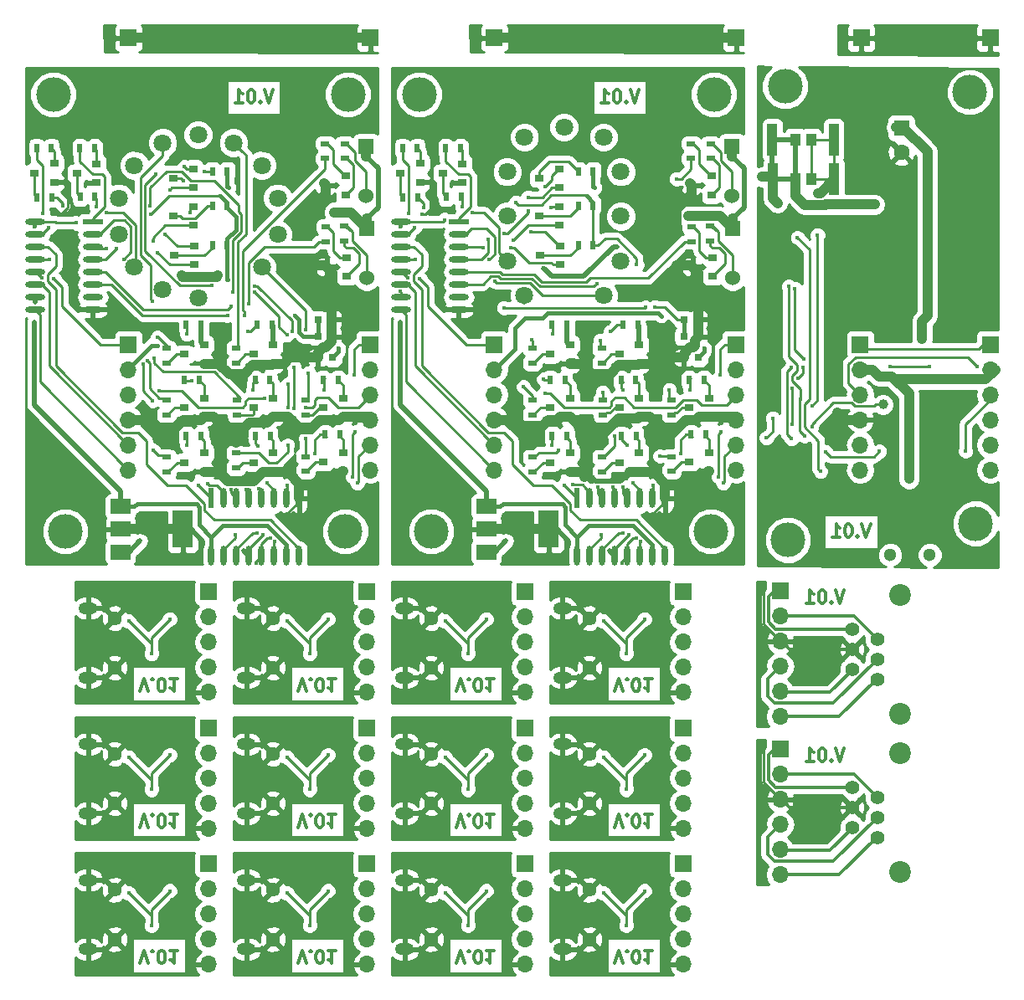
<source format=gbl>
%MOIN*%
%OFA0B0*%
%FSLAX46Y46*%
%IPPOS*%
%LPD*%
%ADD10C,0.0039370078740157488*%
%ADD11C,0.012795275590551183*%
%ADD12C,0.057086614173228349*%
%ADD13O,0.074803149606299218X0.047244094488188976*%
%ADD14R,0.066929133858267723X0.066929133858267723*%
%ADD15O,0.066929133858267723X0.066929133858267723*%
%ADD16C,0.017834645669291341*%
%ADD17C,0.00984251968503937*%
%ADD18C,0.01*%
%ADD29C,0.0039370078740157488*%
%ADD30C,0.012795275590551183*%
%ADD31C,0.057086614173228349*%
%ADD32O,0.074803149606299218X0.047244094488188976*%
%ADD33R,0.066929133858267723X0.066929133858267723*%
%ADD34O,0.066929133858267723X0.066929133858267723*%
%ADD35C,0.017834645669291341*%
%ADD36C,0.00984251968503937*%
%ADD37C,0.01*%
%ADD38C,0.0039370078740157488*%
%ADD39C,0.012795275590551183*%
%ADD40C,0.057086614173228349*%
%ADD41O,0.074803149606299218X0.047244094488188976*%
%ADD42R,0.066929133858267723X0.066929133858267723*%
%ADD43O,0.066929133858267723X0.066929133858267723*%
%ADD44C,0.017834645669291341*%
%ADD45C,0.00984251968503937*%
%ADD46C,0.01*%
%ADD47C,0.0039370078740157488*%
%ADD48C,0.012795275590551183*%
%ADD49C,0.057086614173228349*%
%ADD50O,0.074803149606299218X0.047244094488188976*%
%ADD51R,0.066929133858267723X0.066929133858267723*%
%ADD52O,0.066929133858267723X0.066929133858267723*%
%ADD53C,0.017834645669291341*%
%ADD54C,0.00984251968503937*%
%ADD55C,0.01*%
%ADD56C,0.0039370078740157488*%
%ADD57C,0.012795275590551183*%
%ADD58C,0.057086614173228349*%
%ADD59O,0.074803149606299218X0.047244094488188976*%
%ADD60R,0.066929133858267723X0.066929133858267723*%
%ADD61O,0.066929133858267723X0.066929133858267723*%
%ADD62C,0.017834645669291341*%
%ADD63C,0.00984251968503937*%
%ADD64C,0.01*%
%ADD65C,0.0039370078740157488*%
%ADD66C,0.012795275590551183*%
%ADD67C,0.057086614173228349*%
%ADD68O,0.074803149606299218X0.047244094488188976*%
%ADD69R,0.066929133858267723X0.066929133858267723*%
%ADD70O,0.066929133858267723X0.066929133858267723*%
%ADD71C,0.017834645669291341*%
%ADD72C,0.00984251968503937*%
%ADD73C,0.01*%
%ADD74C,0.0039370078740157488*%
%ADD75C,0.012795275590551183*%
%ADD76C,0.057086614173228349*%
%ADD77O,0.074803149606299218X0.047244094488188976*%
%ADD78R,0.066929133858267723X0.066929133858267723*%
%ADD79O,0.066929133858267723X0.066929133858267723*%
%ADD80C,0.017834645669291341*%
%ADD81C,0.00984251968503937*%
%ADD82C,0.01*%
%ADD83C,0.0039370078740157488*%
%ADD84C,0.012795275590551183*%
%ADD85C,0.057086614173228349*%
%ADD86O,0.074803149606299218X0.047244094488188976*%
%ADD87R,0.066929133858267723X0.066929133858267723*%
%ADD88O,0.066929133858267723X0.066929133858267723*%
%ADD89C,0.017834645669291341*%
%ADD90C,0.00984251968503937*%
%ADD91C,0.01*%
%ADD92C,0.0039370078740157488*%
%ADD93C,0.012795275590551183*%
%ADD94C,0.057086614173228349*%
%ADD95O,0.074803149606299218X0.047244094488188976*%
%ADD96R,0.066929133858267723X0.066929133858267723*%
%ADD97O,0.066929133858267723X0.066929133858267723*%
%ADD98C,0.017834645669291341*%
%ADD99C,0.00984251968503937*%
%ADD100C,0.01*%
%ADD101C,0.0039370078740157488*%
%ADD102C,0.012795275590551183*%
%ADD103C,0.057086614173228349*%
%ADD104O,0.074803149606299218X0.047244094488188976*%
%ADD105R,0.066929133858267723X0.066929133858267723*%
%ADD106O,0.066929133858267723X0.066929133858267723*%
%ADD107C,0.017834645669291341*%
%ADD108C,0.00984251968503937*%
%ADD109C,0.01*%
%ADD110C,0.0039370078740157488*%
%ADD111C,0.012795275590551183*%
%ADD112C,0.057086614173228349*%
%ADD113O,0.074803149606299218X0.047244094488188976*%
%ADD114R,0.066929133858267723X0.066929133858267723*%
%ADD115O,0.066929133858267723X0.066929133858267723*%
%ADD116C,0.017834645669291341*%
%ADD117C,0.00984251968503937*%
%ADD118C,0.01*%
%ADD119C,0.0039370078740157488*%
%ADD120C,0.012795275590551183*%
%ADD121C,0.057086614173228349*%
%ADD122O,0.074803149606299218X0.047244094488188976*%
%ADD123R,0.066929133858267723X0.066929133858267723*%
%ADD124O,0.066929133858267723X0.066929133858267723*%
%ADD125C,0.017834645669291341*%
%ADD126C,0.00984251968503937*%
%ADD127C,0.01*%
%ADD128C,0.0039370078740157488*%
%ADD129C,0.011811023622047244*%
%ADD130C,0.070866141732283464*%
%ADD131R,0.07874015748031496X0.14960629921259844*%
%ADD132R,0.07874015748031496X0.059055118110236227*%
%ADD133R,0.031496062992125991X0.029527559055118113*%
%ADD134R,0.035433070866141732X0.01968503937007874*%
%ADD135R,0.035433070866141732X0.031496062992125991*%
%ADD136R,0.07874015748031496X0.023622047244094488*%
%ADD137O,0.07874015748031496X0.023622047244094488*%
%ADD138R,0.023622047244094488X0.07874015748031496*%
%ADD139O,0.023622047244094488X0.07874015748031496*%
%ADD140R,0.01968503937007874X0.035433070866141732*%
%ADD141C,0.13779527559055119*%
%ADD142R,0.060000000000000005X0.060000000000000005*%
%ADD143C,0.060000000000000005*%
%ADD144R,0.066929133858267723X0.066929133858267723*%
%ADD145O,0.066929133858267723X0.066929133858267723*%
%ADD146C,0.03937007874015748*%
%ADD147C,0.017834645669291341*%
%ADD148C,0.015748031496062995*%
%ADD149C,0.03937007874015748*%
%ADD150C,0.01968503937007874*%
%ADD151C,0.00984251968503937*%
%ADD152C,0.015748031496062995*%
%ADD153C,0.01*%
%ADD154C,0.0039370078740157488*%
%ADD155C,0.011811023622047244*%
%ADD156R,0.031496062992125991X0.029527559055118113*%
%ADD157C,0.13779527559055119*%
%ADD158C,0.070866141732283464*%
%ADD159R,0.035433070866141732X0.031496062992125991*%
%ADD160R,0.066929133858267723X0.066929133858267723*%
%ADD161R,0.01968503937007874X0.035433070866141732*%
%ADD162R,0.035433070866141732X0.01968503937007874*%
%ADD163R,0.023622047244094488X0.07874015748031496*%
%ADD164O,0.023622047244094488X0.07874015748031496*%
%ADD165R,0.07874015748031496X0.023622047244094488*%
%ADD166O,0.07874015748031496X0.023622047244094488*%
%ADD167O,0.066929133858267723X0.066929133858267723*%
%ADD168R,0.07874015748031496X0.14960629921259844*%
%ADD169R,0.07874015748031496X0.059055118110236227*%
%ADD170R,0.060000000000000005X0.060000000000000005*%
%ADD171C,0.060000000000000005*%
%ADD172C,0.03937007874015748*%
%ADD173C,0.017834645669291341*%
%ADD174C,0.015748031496062995*%
%ADD175C,0.03937007874015748*%
%ADD176C,0.00984251968503937*%
%ADD177C,0.01968503937007874*%
%ADD178C,0.015748031496062995*%
%ADD179C,0.01*%
%ADD180C,0.0039370078740157488*%
%ADD181C,0.011811023622047244*%
%ADD182C,0.086614173228346469*%
%ADD183C,0.055118110236220472*%
%ADD184R,0.066929133858267723X0.066929133858267723*%
%ADD185O,0.066929133858267723X0.066929133858267723*%
%ADD186C,0.00984251968503937*%
%ADD187C,0.01*%
%ADD188C,0.0039370078740157488*%
%ADD189C,0.011811023622047244*%
%ADD190C,0.086614173228346469*%
%ADD191C,0.055118110236220472*%
%ADD192R,0.066929133858267723X0.066929133858267723*%
%ADD193O,0.066929133858267723X0.066929133858267723*%
%ADD194C,0.00984251968503937*%
%ADD195C,0.01*%
%ADD196C,0.0039370078740157488*%
%ADD197C,0.011811023622047244*%
%ADD198R,0.03937007874015748X0.12598425196850396*%
%ADD199R,0.03937007874015748X0.051181102362204731*%
%ADD200C,0.13779527559055119*%
%ADD201R,0.062992125984251982X0.062992125984251982*%
%ADD202C,0.062992125984251982*%
%ADD203C,0.051181102362204731*%
%ADD204R,0.066929133858267723X0.066929133858267723*%
%ADD205O,0.066929133858267723X0.066929133858267723*%
%ADD206C,0.017834645669291341*%
%ADD207C,0.023622047244094488*%
%ADD208C,0.015748031496062995*%
%ADD209C,0.03937007874015748*%
%ADD210C,0.00984251968503937*%
%ADD211C,0.03937007874015748*%
%ADD212C,0.01968503937007874*%
%ADD213C,0.01*%
G01G01*
D10*
D11*
X0000481064Y0001255043D02*
X0000498125Y0001306224D01*
X0000515185Y0001255043D01*
X0000532245Y0001301349D02*
X0000534683Y0001303787D01*
X0000532245Y0001306224D01*
X0000529808Y0001303787D01*
X0000532245Y0001301349D01*
X0000532245Y0001306224D01*
X0000566366Y0001255043D02*
X0000571241Y0001255043D01*
X0000576115Y0001257480D01*
X0000578552Y0001259917D01*
X0000580989Y0001264791D01*
X0000583427Y0001274540D01*
X0000583427Y0001286726D01*
X0000580989Y0001296475D01*
X0000578552Y0001301349D01*
X0000576115Y0001303787D01*
X0000571241Y0001306224D01*
X0000566366Y0001306224D01*
X0000561492Y0001303787D01*
X0000559055Y0001301349D01*
X0000556617Y0001296475D01*
X0000554180Y0001286726D01*
X0000554180Y0001274540D01*
X0000556617Y0001264791D01*
X0000559055Y0001259917D01*
X0000561492Y0001257480D01*
X0000566366Y0001255043D01*
X0000632170Y0001306224D02*
X0000602924Y0001306224D01*
X0000617547Y0001306224D02*
X0000617547Y0001255043D01*
X0000612673Y0001262354D01*
X0000607799Y0001267229D01*
X0000602924Y0001269666D01*
D12*
X0000382283Y0001547244D03*
X0000382283Y0001350393D03*
D13*
X0000275984Y0001586614D03*
X0000275984Y0001311023D03*
D14*
X0000755905Y0001651574D03*
D15*
X0000755905Y0001551574D03*
X0000755905Y0001451574D03*
X0000755905Y0001351574D03*
X0000755905Y0001251574D03*
D16*
X0000596456Y0001668503D03*
X0000528346Y0001406299D03*
X0000437795Y0001534645D03*
X0000601181Y0001543307D03*
D17*
X0000437795Y0001534645D02*
X0000438188Y0001534645D01*
X0000438188Y0001534645D02*
X0000528346Y0001444488D01*
X0000528346Y0001444488D02*
X0000528346Y0001406299D01*
X0000601181Y0001543307D02*
X0000528346Y0001470472D01*
X0000528346Y0001470472D02*
X0000528346Y0001406299D01*
X0000750787Y0001449212D02*
X0000745275Y0001443700D01*
D18*
G36*
X0000238978Y0001268016D02*
X0000257204Y0001262401D01*
X0000270984Y0001262401D01*
X0000270984Y0001306023D01*
X0000270196Y0001306023D01*
X0000270196Y0001316023D01*
X0000270984Y0001316023D01*
X0000270984Y0001359645D01*
X0000257204Y0001359645D01*
X0000238978Y0001354031D01*
X0000224803Y0001342295D01*
X0000224803Y0001555342D01*
X0000238978Y0001543606D01*
X0000257204Y0001537992D01*
X0000270984Y0001537992D01*
X0000270984Y0001581614D01*
X0000270196Y0001581614D01*
X0000270196Y0001591614D01*
X0000270984Y0001591614D01*
X0000270984Y0001635236D01*
X0000257204Y0001635236D01*
X0000238978Y0001629621D01*
X0000224803Y0001617885D01*
X0000224803Y0001694094D01*
X0000698784Y0001694094D01*
X0000696951Y0001685039D01*
X0000696951Y0001618110D01*
X0000698694Y0001608845D01*
X0000704169Y0001600336D01*
X0000712524Y0001594628D01*
X0000715178Y0001594091D01*
X0000713419Y0001592915D01*
X0000700745Y0001573948D01*
X0000696295Y0001551574D01*
X0000700745Y0001529201D01*
X0000713419Y0001510234D01*
X0000726378Y0001501574D01*
X0000713419Y0001492915D01*
X0000700745Y0001473948D01*
X0000696295Y0001451574D01*
X0000700745Y0001429201D01*
X0000713419Y0001410234D01*
X0000726378Y0001401574D01*
X0000713419Y0001392915D01*
X0000700745Y0001373948D01*
X0000696295Y0001351574D01*
X0000700745Y0001329201D01*
X0000713419Y0001310234D01*
X0000726832Y0001301271D01*
X0000721206Y0001298629D01*
X0000705840Y0001281768D01*
X0000699154Y0001265625D01*
X0000703930Y0001256574D01*
X0000750905Y0001256574D01*
X0000750905Y0001257362D01*
X0000760905Y0001257362D01*
X0000760905Y0001256574D01*
X0000761692Y0001256574D01*
X0000761692Y0001246574D01*
X0000760905Y0001246574D01*
X0000760905Y0001245787D01*
X0000750905Y0001245787D01*
X0000750905Y0001246574D01*
X0000703930Y0001246574D01*
X0000699154Y0001237524D01*
X0000705840Y0001221380D01*
X0000717432Y0001208661D01*
X0000451190Y0001208661D01*
X0000451190Y0001215846D01*
X0000666919Y0001215846D01*
X0000666919Y0001355413D01*
X0000535063Y0001355413D01*
X0000535063Y0001372376D01*
X0000547533Y0001377528D01*
X0000557083Y0001387061D01*
X0000562257Y0001399523D01*
X0000562269Y0001413016D01*
X0000558267Y0001422701D01*
X0000558267Y0001458078D01*
X0000610752Y0001510563D01*
X0000620368Y0001514536D01*
X0000629918Y0001524069D01*
X0000635092Y0001536530D01*
X0000635104Y0001550024D01*
X0000629951Y0001562494D01*
X0000620418Y0001572044D01*
X0000607957Y0001577218D01*
X0000594464Y0001577230D01*
X0000581993Y0001572077D01*
X0000572444Y0001562544D01*
X0000568425Y0001552866D01*
X0000515354Y0001499795D01*
X0000470262Y0001544887D01*
X0000466565Y0001553833D01*
X0000457033Y0001563382D01*
X0000444571Y0001568557D01*
X0000431930Y0001568568D01*
X0000429202Y0001575152D01*
X0000419818Y0001577708D01*
X0000389354Y0001547244D01*
X0000389911Y0001546687D01*
X0000382840Y0001539616D01*
X0000382283Y0001540173D01*
X0000382283Y0001554315D01*
X0000412747Y0001584779D01*
X0000410192Y0001594163D01*
X0000390112Y0001601272D01*
X0000368840Y0001600155D01*
X0000354374Y0001594163D01*
X0000351819Y0001584779D01*
X0000382283Y0001554315D01*
X0000382283Y0001540173D01*
X0000351819Y0001509708D01*
X0000354374Y0001500324D01*
X0000374454Y0001493216D01*
X0000395726Y0001494332D01*
X0000410192Y0001500324D01*
X0000412747Y0001509708D01*
X0000417281Y0001505175D01*
X0000418286Y0001506180D01*
X0000418557Y0001505908D01*
X0000428909Y0001501610D01*
X0000498425Y0001432094D01*
X0000498425Y0001422684D01*
X0000494435Y0001413075D01*
X0000494423Y0001399582D01*
X0000499575Y0001387111D01*
X0000509108Y0001377562D01*
X0000521570Y0001372387D01*
X0000535063Y0001372376D01*
X0000535063Y0001355413D01*
X0000451190Y0001355413D01*
X0000451190Y0001215846D01*
X0000451190Y0001208661D01*
X0000419818Y0001208661D01*
X0000419818Y0001319929D01*
X0000429202Y0001322485D01*
X0000436311Y0001342564D01*
X0000435194Y0001363836D01*
X0000429202Y0001378302D01*
X0000419818Y0001380857D01*
X0000389354Y0001350393D01*
X0000419818Y0001319929D01*
X0000419818Y0001208661D01*
X0000374454Y0001208661D01*
X0000374454Y0001296365D01*
X0000395726Y0001297482D01*
X0000410192Y0001303474D01*
X0000412747Y0001312858D01*
X0000382283Y0001343322D01*
X0000382283Y0001357464D01*
X0000412747Y0001387929D01*
X0000410192Y0001397313D01*
X0000390112Y0001404421D01*
X0000368840Y0001403305D01*
X0000354374Y0001397313D01*
X0000351819Y0001387929D01*
X0000382283Y0001357464D01*
X0000382283Y0001343322D01*
X0000351819Y0001312858D01*
X0000354374Y0001303474D01*
X0000374454Y0001296365D01*
X0000374454Y0001208661D01*
X0000280984Y0001208661D01*
X0000280984Y0001262401D01*
X0000294763Y0001262401D01*
X0000312990Y0001268016D01*
X0000327680Y0001280178D01*
X0000336598Y0001297036D01*
X0000336750Y0001298519D01*
X0000331839Y0001306023D01*
X0000280984Y0001306023D01*
X0000280984Y0001316023D01*
X0000331839Y0001316023D01*
X0000335961Y0001322322D01*
X0000344748Y0001319929D01*
X0000375212Y0001350393D01*
X0000344748Y0001380857D01*
X0000344748Y0001516779D01*
X0000375212Y0001547244D01*
X0000344748Y0001577708D01*
X0000335961Y0001575315D01*
X0000331839Y0001581614D01*
X0000280984Y0001581614D01*
X0000280984Y0001591614D01*
X0000331839Y0001591614D01*
X0000336750Y0001599118D01*
X0000336598Y0001600601D01*
X0000327680Y0001617459D01*
X0000312990Y0001629621D01*
X0000294763Y0001635236D01*
X0000280984Y0001635236D01*
X0000280984Y0001591614D01*
X0000280984Y0001581614D01*
X0000280984Y0001537992D01*
X0000294763Y0001537992D01*
X0000312990Y0001543606D01*
X0000327680Y0001555768D01*
X0000330163Y0001560463D01*
X0000328255Y0001555072D01*
X0000329372Y0001533801D01*
X0000335364Y0001519335D01*
X0000344748Y0001516779D01*
X0000344748Y0001380857D01*
X0000335364Y0001378302D01*
X0000328255Y0001358222D01*
X0000329271Y0001338860D01*
X0000327680Y0001341869D01*
X0000312990Y0001354031D01*
X0000294763Y0001359645D01*
X0000280984Y0001359645D01*
X0000280984Y0001316023D01*
X0000280984Y0001306023D01*
X0000280984Y0001262401D01*
X0000280984Y0001208661D01*
X0000224803Y0001208661D01*
X0000224803Y0001279751D01*
X0000238978Y0001268016D01*
X0000238978Y0001268016D01*
G37*
X0000238978Y0001268016D02*
X0000257204Y0001262401D01*
X0000270984Y0001262401D01*
X0000270984Y0001306023D01*
X0000270196Y0001306023D01*
X0000270196Y0001316023D01*
X0000270984Y0001316023D01*
X0000270984Y0001359645D01*
X0000257204Y0001359645D01*
X0000238978Y0001354031D01*
X0000224803Y0001342295D01*
X0000224803Y0001555342D01*
X0000238978Y0001543606D01*
X0000257204Y0001537992D01*
X0000270984Y0001537992D01*
X0000270984Y0001581614D01*
X0000270196Y0001581614D01*
X0000270196Y0001591614D01*
X0000270984Y0001591614D01*
X0000270984Y0001635236D01*
X0000257204Y0001635236D01*
X0000238978Y0001629621D01*
X0000224803Y0001617885D01*
X0000224803Y0001694094D01*
X0000698784Y0001694094D01*
X0000696951Y0001685039D01*
X0000696951Y0001618110D01*
X0000698694Y0001608845D01*
X0000704169Y0001600336D01*
X0000712524Y0001594628D01*
X0000715178Y0001594091D01*
X0000713419Y0001592915D01*
X0000700745Y0001573948D01*
X0000696295Y0001551574D01*
X0000700745Y0001529201D01*
X0000713419Y0001510234D01*
X0000726378Y0001501574D01*
X0000713419Y0001492915D01*
X0000700745Y0001473948D01*
X0000696295Y0001451574D01*
X0000700745Y0001429201D01*
X0000713419Y0001410234D01*
X0000726378Y0001401574D01*
X0000713419Y0001392915D01*
X0000700745Y0001373948D01*
X0000696295Y0001351574D01*
X0000700745Y0001329201D01*
X0000713419Y0001310234D01*
X0000726832Y0001301271D01*
X0000721206Y0001298629D01*
X0000705840Y0001281768D01*
X0000699154Y0001265625D01*
X0000703930Y0001256574D01*
X0000750905Y0001256574D01*
X0000750905Y0001257362D01*
X0000760905Y0001257362D01*
X0000760905Y0001256574D01*
X0000761692Y0001256574D01*
X0000761692Y0001246574D01*
X0000760905Y0001246574D01*
X0000760905Y0001245787D01*
X0000750905Y0001245787D01*
X0000750905Y0001246574D01*
X0000703930Y0001246574D01*
X0000699154Y0001237524D01*
X0000705840Y0001221380D01*
X0000717432Y0001208661D01*
X0000451190Y0001208661D01*
X0000451190Y0001215846D01*
X0000666919Y0001215846D01*
X0000666919Y0001355413D01*
X0000535063Y0001355413D01*
X0000535063Y0001372376D01*
X0000547533Y0001377528D01*
X0000557083Y0001387061D01*
X0000562257Y0001399523D01*
X0000562269Y0001413016D01*
X0000558267Y0001422701D01*
X0000558267Y0001458078D01*
X0000610752Y0001510563D01*
X0000620368Y0001514536D01*
X0000629918Y0001524069D01*
X0000635092Y0001536530D01*
X0000635104Y0001550024D01*
X0000629951Y0001562494D01*
X0000620418Y0001572044D01*
X0000607957Y0001577218D01*
X0000594464Y0001577230D01*
X0000581993Y0001572077D01*
X0000572444Y0001562544D01*
X0000568425Y0001552866D01*
X0000515354Y0001499795D01*
X0000470262Y0001544887D01*
X0000466565Y0001553833D01*
X0000457033Y0001563382D01*
X0000444571Y0001568557D01*
X0000431930Y0001568568D01*
X0000429202Y0001575152D01*
X0000419818Y0001577708D01*
X0000389354Y0001547244D01*
X0000389911Y0001546687D01*
X0000382840Y0001539616D01*
X0000382283Y0001540173D01*
X0000382283Y0001554315D01*
X0000412747Y0001584779D01*
X0000410192Y0001594163D01*
X0000390112Y0001601272D01*
X0000368840Y0001600155D01*
X0000354374Y0001594163D01*
X0000351819Y0001584779D01*
X0000382283Y0001554315D01*
X0000382283Y0001540173D01*
X0000351819Y0001509708D01*
X0000354374Y0001500324D01*
X0000374454Y0001493216D01*
X0000395726Y0001494332D01*
X0000410192Y0001500324D01*
X0000412747Y0001509708D01*
X0000417281Y0001505175D01*
X0000418286Y0001506180D01*
X0000418557Y0001505908D01*
X0000428909Y0001501610D01*
X0000498425Y0001432094D01*
X0000498425Y0001422684D01*
X0000494435Y0001413075D01*
X0000494423Y0001399582D01*
X0000499575Y0001387111D01*
X0000509108Y0001377562D01*
X0000521570Y0001372387D01*
X0000535063Y0001372376D01*
X0000535063Y0001355413D01*
X0000451190Y0001355413D01*
X0000451190Y0001215846D01*
X0000451190Y0001208661D01*
X0000419818Y0001208661D01*
X0000419818Y0001319929D01*
X0000429202Y0001322485D01*
X0000436311Y0001342564D01*
X0000435194Y0001363836D01*
X0000429202Y0001378302D01*
X0000419818Y0001380857D01*
X0000389354Y0001350393D01*
X0000419818Y0001319929D01*
X0000419818Y0001208661D01*
X0000374454Y0001208661D01*
X0000374454Y0001296365D01*
X0000395726Y0001297482D01*
X0000410192Y0001303474D01*
X0000412747Y0001312858D01*
X0000382283Y0001343322D01*
X0000382283Y0001357464D01*
X0000412747Y0001387929D01*
X0000410192Y0001397313D01*
X0000390112Y0001404421D01*
X0000368840Y0001403305D01*
X0000354374Y0001397313D01*
X0000351819Y0001387929D01*
X0000382283Y0001357464D01*
X0000382283Y0001343322D01*
X0000351819Y0001312858D01*
X0000354374Y0001303474D01*
X0000374454Y0001296365D01*
X0000374454Y0001208661D01*
X0000280984Y0001208661D01*
X0000280984Y0001262401D01*
X0000294763Y0001262401D01*
X0000312990Y0001268016D01*
X0000327680Y0001280178D01*
X0000336598Y0001297036D01*
X0000336750Y0001298519D01*
X0000331839Y0001306023D01*
X0000280984Y0001306023D01*
X0000280984Y0001316023D01*
X0000331839Y0001316023D01*
X0000335961Y0001322322D01*
X0000344748Y0001319929D01*
X0000375212Y0001350393D01*
X0000344748Y0001380857D01*
X0000344748Y0001516779D01*
X0000375212Y0001547244D01*
X0000344748Y0001577708D01*
X0000335961Y0001575315D01*
X0000331839Y0001581614D01*
X0000280984Y0001581614D01*
X0000280984Y0001591614D01*
X0000331839Y0001591614D01*
X0000336750Y0001599118D01*
X0000336598Y0001600601D01*
X0000327680Y0001617459D01*
X0000312990Y0001629621D01*
X0000294763Y0001635236D01*
X0000280984Y0001635236D01*
X0000280984Y0001591614D01*
X0000280984Y0001581614D01*
X0000280984Y0001537992D01*
X0000294763Y0001537992D01*
X0000312990Y0001543606D01*
X0000327680Y0001555768D01*
X0000330163Y0001560463D01*
X0000328255Y0001555072D01*
X0000329372Y0001533801D01*
X0000335364Y0001519335D01*
X0000344748Y0001516779D01*
X0000344748Y0001380857D01*
X0000335364Y0001378302D01*
X0000328255Y0001358222D01*
X0000329271Y0001338860D01*
X0000327680Y0001341869D01*
X0000312990Y0001354031D01*
X0000294763Y0001359645D01*
X0000280984Y0001359645D01*
X0000280984Y0001316023D01*
X0000280984Y0001306023D01*
X0000280984Y0001262401D01*
X0000280984Y0001208661D01*
X0000224803Y0001208661D01*
X0000224803Y0001279751D01*
X0000238978Y0001268016D01*
G04 next file*
G04 Gerber Fmt 4.6, Leading zero omitted, Abs format (unit mm)*
G04 Created by KiCad (PCBNEW 4.0.7) date 11/16/17 17:14:57*
G01G01*
G04 APERTURE LIST*
G04 APERTURE END LIST*
D29*
D30*
X0000481064Y0000713704D02*
X0000498125Y0000764885D01*
X0000515185Y0000713704D01*
X0000532245Y0000760011D02*
X0000534683Y0000762448D01*
X0000532245Y0000764885D01*
X0000529808Y0000762448D01*
X0000532245Y0000760011D01*
X0000532245Y0000764885D01*
X0000566366Y0000713704D02*
X0000571241Y0000713704D01*
X0000576115Y0000716141D01*
X0000578552Y0000718578D01*
X0000580989Y0000723453D01*
X0000583427Y0000733202D01*
X0000583427Y0000745388D01*
X0000580989Y0000755136D01*
X0000578552Y0000760011D01*
X0000576115Y0000762448D01*
X0000571241Y0000764885D01*
X0000566366Y0000764885D01*
X0000561492Y0000762448D01*
X0000559055Y0000760011D01*
X0000556617Y0000755136D01*
X0000554180Y0000745388D01*
X0000554180Y0000733202D01*
X0000556617Y0000723453D01*
X0000559055Y0000718578D01*
X0000561492Y0000716141D01*
X0000566366Y0000713704D01*
X0000632170Y0000764885D02*
X0000602924Y0000764885D01*
X0000617547Y0000764885D02*
X0000617547Y0000713704D01*
X0000612673Y0000721016D01*
X0000607799Y0000725890D01*
X0000602924Y0000728327D01*
D31*
X0000382283Y0001005905D03*
X0000382283Y0000809055D03*
D32*
X0000275984Y0001045275D03*
X0000275984Y0000769685D03*
D33*
X0000755905Y0001110236D03*
D34*
X0000755905Y0001010236D03*
X0000755905Y0000910236D03*
X0000755905Y0000810236D03*
X0000755905Y0000710236D03*
D35*
X0000596456Y0001127165D03*
X0000528346Y0000864960D03*
X0000437795Y0000993307D03*
X0000601181Y0001001968D03*
D36*
X0000437795Y0000993307D02*
X0000438188Y0000993307D01*
X0000438188Y0000993307D02*
X0000528346Y0000903149D01*
X0000528346Y0000903149D02*
X0000528346Y0000864960D01*
X0000601181Y0001001968D02*
X0000528346Y0000929133D01*
X0000528346Y0000929133D02*
X0000528346Y0000864960D01*
X0000750787Y0000907874D02*
X0000745275Y0000902362D01*
D37*
G36*
X0000238978Y0000726677D02*
X0000257204Y0000721062D01*
X0000270984Y0000721062D01*
X0000270984Y0000764685D01*
X0000270196Y0000764685D01*
X0000270196Y0000774685D01*
X0000270984Y0000774685D01*
X0000270984Y0000818307D01*
X0000257204Y0000818307D01*
X0000238978Y0000812692D01*
X0000224803Y0000800956D01*
X0000224803Y0001014003D01*
X0000238978Y0001002268D01*
X0000257204Y0000996653D01*
X0000270984Y0000996653D01*
X0000270984Y0001040275D01*
X0000270196Y0001040275D01*
X0000270196Y0001050275D01*
X0000270984Y0001050275D01*
X0000270984Y0001093897D01*
X0000257204Y0001093897D01*
X0000238978Y0001088283D01*
X0000224803Y0001076547D01*
X0000224803Y0001152755D01*
X0000698784Y0001152755D01*
X0000696951Y0001143700D01*
X0000696951Y0001076771D01*
X0000698694Y0001067507D01*
X0000704169Y0001058998D01*
X0000712524Y0001053290D01*
X0000715178Y0001052752D01*
X0000713419Y0001051576D01*
X0000700745Y0001032609D01*
X0000696295Y0001010236D01*
X0000700745Y0000987862D01*
X0000713419Y0000968895D01*
X0000726378Y0000960236D01*
X0000713419Y0000951576D01*
X0000700745Y0000932609D01*
X0000696295Y0000910236D01*
X0000700745Y0000887862D01*
X0000713419Y0000868895D01*
X0000726378Y0000860236D01*
X0000713419Y0000851576D01*
X0000700745Y0000832609D01*
X0000696295Y0000810236D01*
X0000700745Y0000787862D01*
X0000713419Y0000768895D01*
X0000726832Y0000759932D01*
X0000721206Y0000757290D01*
X0000705840Y0000740430D01*
X0000699154Y0000724287D01*
X0000703930Y0000715236D01*
X0000750905Y0000715236D01*
X0000750905Y0000716023D01*
X0000760905Y0000716023D01*
X0000760905Y0000715236D01*
X0000761692Y0000715236D01*
X0000761692Y0000705236D01*
X0000760905Y0000705236D01*
X0000760905Y0000704448D01*
X0000750905Y0000704448D01*
X0000750905Y0000705236D01*
X0000703930Y0000705236D01*
X0000699154Y0000696185D01*
X0000705840Y0000680042D01*
X0000717432Y0000667322D01*
X0000451190Y0000667322D01*
X0000451190Y0000674507D01*
X0000666919Y0000674507D01*
X0000666919Y0000814074D01*
X0000535063Y0000814074D01*
X0000535063Y0000831037D01*
X0000547533Y0000836190D01*
X0000557083Y0000845722D01*
X0000562257Y0000858184D01*
X0000562269Y0000871677D01*
X0000558267Y0000881362D01*
X0000558267Y0000916740D01*
X0000610752Y0000969224D01*
X0000620368Y0000973198D01*
X0000629918Y0000982730D01*
X0000635092Y0000995192D01*
X0000635104Y0001008685D01*
X0000629951Y0001021155D01*
X0000620418Y0001030705D01*
X0000607957Y0001035879D01*
X0000594464Y0001035891D01*
X0000581993Y0001030738D01*
X0000572444Y0001021206D01*
X0000568425Y0001011527D01*
X0000515354Y0000958456D01*
X0000470262Y0001003548D01*
X0000466565Y0001012494D01*
X0000457033Y0001022044D01*
X0000444571Y0001027218D01*
X0000431930Y0001027229D01*
X0000429202Y0001033814D01*
X0000419818Y0001036369D01*
X0000389354Y0001005905D01*
X0000389911Y0001005348D01*
X0000382840Y0000998277D01*
X0000382283Y0000998834D01*
X0000382283Y0001012976D01*
X0000412747Y0001043440D01*
X0000410192Y0001052824D01*
X0000390112Y0001059933D01*
X0000368840Y0001058816D01*
X0000354374Y0001052824D01*
X0000351819Y0001043440D01*
X0000382283Y0001012976D01*
X0000382283Y0000998834D01*
X0000351819Y0000968370D01*
X0000354374Y0000958986D01*
X0000374454Y0000951877D01*
X0000395726Y0000952994D01*
X0000410192Y0000958986D01*
X0000412747Y0000968370D01*
X0000417281Y0000963836D01*
X0000418286Y0000964841D01*
X0000418557Y0000964570D01*
X0000428909Y0000960271D01*
X0000498425Y0000890755D01*
X0000498425Y0000881346D01*
X0000494435Y0000871736D01*
X0000494423Y0000858243D01*
X0000499575Y0000845773D01*
X0000509108Y0000836223D01*
X0000521570Y0000831049D01*
X0000535063Y0000831037D01*
X0000535063Y0000814074D01*
X0000451190Y0000814074D01*
X0000451190Y0000674507D01*
X0000451190Y0000667322D01*
X0000419818Y0000667322D01*
X0000419818Y0000778590D01*
X0000429202Y0000781146D01*
X0000436311Y0000801226D01*
X0000435194Y0000822497D01*
X0000429202Y0000836963D01*
X0000419818Y0000839519D01*
X0000389354Y0000809055D01*
X0000419818Y0000778590D01*
X0000419818Y0000667322D01*
X0000374454Y0000667322D01*
X0000374454Y0000755027D01*
X0000395726Y0000756143D01*
X0000410192Y0000762135D01*
X0000412747Y0000771519D01*
X0000382283Y0000801984D01*
X0000382283Y0000816126D01*
X0000412747Y0000846590D01*
X0000410192Y0000855974D01*
X0000390112Y0000863083D01*
X0000368840Y0000861966D01*
X0000354374Y0000855974D01*
X0000351819Y0000846590D01*
X0000382283Y0000816126D01*
X0000382283Y0000801984D01*
X0000351819Y0000771519D01*
X0000354374Y0000762135D01*
X0000374454Y0000755027D01*
X0000374454Y0000667322D01*
X0000280984Y0000667322D01*
X0000280984Y0000721062D01*
X0000294763Y0000721062D01*
X0000312990Y0000726677D01*
X0000327680Y0000738839D01*
X0000336598Y0000755697D01*
X0000336750Y0000757180D01*
X0000331839Y0000764685D01*
X0000280984Y0000764685D01*
X0000280984Y0000774685D01*
X0000331839Y0000774685D01*
X0000335961Y0000780983D01*
X0000344748Y0000778590D01*
X0000375212Y0000809055D01*
X0000344748Y0000839519D01*
X0000344748Y0000975441D01*
X0000375212Y0001005905D01*
X0000344748Y0001036369D01*
X0000335961Y0001033976D01*
X0000331839Y0001040275D01*
X0000280984Y0001040275D01*
X0000280984Y0001050275D01*
X0000331839Y0001050275D01*
X0000336750Y0001057779D01*
X0000336598Y0001059263D01*
X0000327680Y0001076121D01*
X0000312990Y0001088283D01*
X0000294763Y0001093897D01*
X0000280984Y0001093897D01*
X0000280984Y0001050275D01*
X0000280984Y0001040275D01*
X0000280984Y0000996653D01*
X0000294763Y0000996653D01*
X0000312990Y0001002268D01*
X0000327680Y0001014430D01*
X0000330163Y0001019124D01*
X0000328255Y0001013734D01*
X0000329372Y0000992462D01*
X0000335364Y0000977996D01*
X0000344748Y0000975441D01*
X0000344748Y0000839519D01*
X0000335364Y0000836963D01*
X0000328255Y0000816884D01*
X0000329271Y0000797521D01*
X0000327680Y0000800530D01*
X0000312990Y0000812692D01*
X0000294763Y0000818307D01*
X0000280984Y0000818307D01*
X0000280984Y0000774685D01*
X0000280984Y0000764685D01*
X0000280984Y0000721062D01*
X0000280984Y0000667322D01*
X0000224803Y0000667322D01*
X0000224803Y0000738413D01*
X0000238978Y0000726677D01*
X0000238978Y0000726677D01*
G37*
X0000238978Y0000726677D02*
X0000257204Y0000721062D01*
X0000270984Y0000721062D01*
X0000270984Y0000764685D01*
X0000270196Y0000764685D01*
X0000270196Y0000774685D01*
X0000270984Y0000774685D01*
X0000270984Y0000818307D01*
X0000257204Y0000818307D01*
X0000238978Y0000812692D01*
X0000224803Y0000800956D01*
X0000224803Y0001014003D01*
X0000238978Y0001002268D01*
X0000257204Y0000996653D01*
X0000270984Y0000996653D01*
X0000270984Y0001040275D01*
X0000270196Y0001040275D01*
X0000270196Y0001050275D01*
X0000270984Y0001050275D01*
X0000270984Y0001093897D01*
X0000257204Y0001093897D01*
X0000238978Y0001088283D01*
X0000224803Y0001076547D01*
X0000224803Y0001152755D01*
X0000698784Y0001152755D01*
X0000696951Y0001143700D01*
X0000696951Y0001076771D01*
X0000698694Y0001067507D01*
X0000704169Y0001058998D01*
X0000712524Y0001053290D01*
X0000715178Y0001052752D01*
X0000713419Y0001051576D01*
X0000700745Y0001032609D01*
X0000696295Y0001010236D01*
X0000700745Y0000987862D01*
X0000713419Y0000968895D01*
X0000726378Y0000960236D01*
X0000713419Y0000951576D01*
X0000700745Y0000932609D01*
X0000696295Y0000910236D01*
X0000700745Y0000887862D01*
X0000713419Y0000868895D01*
X0000726378Y0000860236D01*
X0000713419Y0000851576D01*
X0000700745Y0000832609D01*
X0000696295Y0000810236D01*
X0000700745Y0000787862D01*
X0000713419Y0000768895D01*
X0000726832Y0000759932D01*
X0000721206Y0000757290D01*
X0000705840Y0000740430D01*
X0000699154Y0000724287D01*
X0000703930Y0000715236D01*
X0000750905Y0000715236D01*
X0000750905Y0000716023D01*
X0000760905Y0000716023D01*
X0000760905Y0000715236D01*
X0000761692Y0000715236D01*
X0000761692Y0000705236D01*
X0000760905Y0000705236D01*
X0000760905Y0000704448D01*
X0000750905Y0000704448D01*
X0000750905Y0000705236D01*
X0000703930Y0000705236D01*
X0000699154Y0000696185D01*
X0000705840Y0000680042D01*
X0000717432Y0000667322D01*
X0000451190Y0000667322D01*
X0000451190Y0000674507D01*
X0000666919Y0000674507D01*
X0000666919Y0000814074D01*
X0000535063Y0000814074D01*
X0000535063Y0000831037D01*
X0000547533Y0000836190D01*
X0000557083Y0000845722D01*
X0000562257Y0000858184D01*
X0000562269Y0000871677D01*
X0000558267Y0000881362D01*
X0000558267Y0000916740D01*
X0000610752Y0000969224D01*
X0000620368Y0000973198D01*
X0000629918Y0000982730D01*
X0000635092Y0000995192D01*
X0000635104Y0001008685D01*
X0000629951Y0001021155D01*
X0000620418Y0001030705D01*
X0000607957Y0001035879D01*
X0000594464Y0001035891D01*
X0000581993Y0001030738D01*
X0000572444Y0001021206D01*
X0000568425Y0001011527D01*
X0000515354Y0000958456D01*
X0000470262Y0001003548D01*
X0000466565Y0001012494D01*
X0000457033Y0001022044D01*
X0000444571Y0001027218D01*
X0000431930Y0001027229D01*
X0000429202Y0001033814D01*
X0000419818Y0001036369D01*
X0000389354Y0001005905D01*
X0000389911Y0001005348D01*
X0000382840Y0000998277D01*
X0000382283Y0000998834D01*
X0000382283Y0001012976D01*
X0000412747Y0001043440D01*
X0000410192Y0001052824D01*
X0000390112Y0001059933D01*
X0000368840Y0001058816D01*
X0000354374Y0001052824D01*
X0000351819Y0001043440D01*
X0000382283Y0001012976D01*
X0000382283Y0000998834D01*
X0000351819Y0000968370D01*
X0000354374Y0000958986D01*
X0000374454Y0000951877D01*
X0000395726Y0000952994D01*
X0000410192Y0000958986D01*
X0000412747Y0000968370D01*
X0000417281Y0000963836D01*
X0000418286Y0000964841D01*
X0000418557Y0000964570D01*
X0000428909Y0000960271D01*
X0000498425Y0000890755D01*
X0000498425Y0000881346D01*
X0000494435Y0000871736D01*
X0000494423Y0000858243D01*
X0000499575Y0000845773D01*
X0000509108Y0000836223D01*
X0000521570Y0000831049D01*
X0000535063Y0000831037D01*
X0000535063Y0000814074D01*
X0000451190Y0000814074D01*
X0000451190Y0000674507D01*
X0000451190Y0000667322D01*
X0000419818Y0000667322D01*
X0000419818Y0000778590D01*
X0000429202Y0000781146D01*
X0000436311Y0000801226D01*
X0000435194Y0000822497D01*
X0000429202Y0000836963D01*
X0000419818Y0000839519D01*
X0000389354Y0000809055D01*
X0000419818Y0000778590D01*
X0000419818Y0000667322D01*
X0000374454Y0000667322D01*
X0000374454Y0000755027D01*
X0000395726Y0000756143D01*
X0000410192Y0000762135D01*
X0000412747Y0000771519D01*
X0000382283Y0000801984D01*
X0000382283Y0000816126D01*
X0000412747Y0000846590D01*
X0000410192Y0000855974D01*
X0000390112Y0000863083D01*
X0000368840Y0000861966D01*
X0000354374Y0000855974D01*
X0000351819Y0000846590D01*
X0000382283Y0000816126D01*
X0000382283Y0000801984D01*
X0000351819Y0000771519D01*
X0000354374Y0000762135D01*
X0000374454Y0000755027D01*
X0000374454Y0000667322D01*
X0000280984Y0000667322D01*
X0000280984Y0000721062D01*
X0000294763Y0000721062D01*
X0000312990Y0000726677D01*
X0000327680Y0000738839D01*
X0000336598Y0000755697D01*
X0000336750Y0000757180D01*
X0000331839Y0000764685D01*
X0000280984Y0000764685D01*
X0000280984Y0000774685D01*
X0000331839Y0000774685D01*
X0000335961Y0000780983D01*
X0000344748Y0000778590D01*
X0000375212Y0000809055D01*
X0000344748Y0000839519D01*
X0000344748Y0000975441D01*
X0000375212Y0001005905D01*
X0000344748Y0001036369D01*
X0000335961Y0001033976D01*
X0000331839Y0001040275D01*
X0000280984Y0001040275D01*
X0000280984Y0001050275D01*
X0000331839Y0001050275D01*
X0000336750Y0001057779D01*
X0000336598Y0001059263D01*
X0000327680Y0001076121D01*
X0000312990Y0001088283D01*
X0000294763Y0001093897D01*
X0000280984Y0001093897D01*
X0000280984Y0001050275D01*
X0000280984Y0001040275D01*
X0000280984Y0000996653D01*
X0000294763Y0000996653D01*
X0000312990Y0001002268D01*
X0000327680Y0001014430D01*
X0000330163Y0001019124D01*
X0000328255Y0001013734D01*
X0000329372Y0000992462D01*
X0000335364Y0000977996D01*
X0000344748Y0000975441D01*
X0000344748Y0000839519D01*
X0000335364Y0000836963D01*
X0000328255Y0000816884D01*
X0000329271Y0000797521D01*
X0000327680Y0000800530D01*
X0000312990Y0000812692D01*
X0000294763Y0000818307D01*
X0000280984Y0000818307D01*
X0000280984Y0000774685D01*
X0000280984Y0000764685D01*
X0000280984Y0000721062D01*
X0000280984Y0000667322D01*
X0000224803Y0000667322D01*
X0000224803Y0000738413D01*
X0000238978Y0000726677D01*
G04 next file*
G04 Gerber Fmt 4.6, Leading zero omitted, Abs format (unit mm)*
G04 Created by KiCad (PCBNEW 4.0.7) date 11/16/17 17:14:57*
G01G01*
G04 APERTURE LIST*
G04 APERTURE END LIST*
D38*
D39*
X0000481064Y0000172365D02*
X0000498125Y0000223547D01*
X0000515185Y0000172365D01*
X0000532245Y0000218672D02*
X0000534683Y0000221109D01*
X0000532245Y0000223547D01*
X0000529808Y0000221109D01*
X0000532245Y0000218672D01*
X0000532245Y0000223547D01*
X0000566366Y0000172365D02*
X0000571241Y0000172365D01*
X0000576115Y0000174803D01*
X0000578552Y0000177240D01*
X0000580989Y0000182114D01*
X0000583427Y0000191863D01*
X0000583427Y0000204049D01*
X0000580989Y0000213798D01*
X0000578552Y0000218672D01*
X0000576115Y0000221109D01*
X0000571241Y0000223547D01*
X0000566366Y0000223547D01*
X0000561492Y0000221109D01*
X0000559055Y0000218672D01*
X0000556617Y0000213798D01*
X0000554180Y0000204049D01*
X0000554180Y0000191863D01*
X0000556617Y0000182114D01*
X0000559055Y0000177240D01*
X0000561492Y0000174803D01*
X0000566366Y0000172365D01*
X0000632170Y0000223547D02*
X0000602924Y0000223547D01*
X0000617547Y0000223547D02*
X0000617547Y0000172365D01*
X0000612673Y0000179677D01*
X0000607799Y0000184551D01*
X0000602924Y0000186989D01*
D40*
X0000382283Y0000464566D03*
X0000382283Y0000267716D03*
D41*
X0000275984Y0000503937D03*
X0000275984Y0000228346D03*
D42*
X0000755905Y0000568897D03*
D43*
X0000755905Y0000468897D03*
X0000755905Y0000368897D03*
X0000755905Y0000268897D03*
X0000755905Y0000168897D03*
D44*
X0000596456Y0000585826D03*
X0000528346Y0000323622D03*
X0000437795Y0000451968D03*
X0000601181Y0000460629D03*
D45*
X0000437795Y0000451968D02*
X0000438188Y0000451968D01*
X0000438188Y0000451968D02*
X0000528346Y0000361811D01*
X0000528346Y0000361811D02*
X0000528346Y0000323622D01*
X0000601181Y0000460629D02*
X0000528346Y0000387795D01*
X0000528346Y0000387795D02*
X0000528346Y0000323622D01*
X0000750787Y0000366535D02*
X0000745275Y0000361023D01*
D46*
G36*
X0000238978Y0000185338D02*
X0000257204Y0000179724D01*
X0000270984Y0000179724D01*
X0000270984Y0000223346D01*
X0000270196Y0000223346D01*
X0000270196Y0000233346D01*
X0000270984Y0000233346D01*
X0000270984Y0000276968D01*
X0000257204Y0000276968D01*
X0000238978Y0000271353D01*
X0000224803Y0000259618D01*
X0000224803Y0000472665D01*
X0000238978Y0000460929D01*
X0000257204Y0000455314D01*
X0000270984Y0000455314D01*
X0000270984Y0000498937D01*
X0000270196Y0000498937D01*
X0000270196Y0000508937D01*
X0000270984Y0000508937D01*
X0000270984Y0000552559D01*
X0000257204Y0000552559D01*
X0000238978Y0000546944D01*
X0000224803Y0000535208D01*
X0000224803Y0000611417D01*
X0000698784Y0000611417D01*
X0000696951Y0000602362D01*
X0000696951Y0000535433D01*
X0000698694Y0000526168D01*
X0000704169Y0000517659D01*
X0000712524Y0000511951D01*
X0000715178Y0000511413D01*
X0000713419Y0000510238D01*
X0000700745Y0000491271D01*
X0000696295Y0000468897D01*
X0000700745Y0000446524D01*
X0000713419Y0000427556D01*
X0000726378Y0000418897D01*
X0000713419Y0000410238D01*
X0000700745Y0000391271D01*
X0000696295Y0000368897D01*
X0000700745Y0000346524D01*
X0000713419Y0000327556D01*
X0000726378Y0000318897D01*
X0000713419Y0000310238D01*
X0000700745Y0000291271D01*
X0000696295Y0000268897D01*
X0000700745Y0000246524D01*
X0000713419Y0000227556D01*
X0000726832Y0000218594D01*
X0000721206Y0000215952D01*
X0000705840Y0000199091D01*
X0000699154Y0000182948D01*
X0000703930Y0000173897D01*
X0000750905Y0000173897D01*
X0000750905Y0000174685D01*
X0000760905Y0000174685D01*
X0000760905Y0000173897D01*
X0000761692Y0000173897D01*
X0000761692Y0000163897D01*
X0000760905Y0000163897D01*
X0000760905Y0000163110D01*
X0000750905Y0000163110D01*
X0000750905Y0000163897D01*
X0000703930Y0000163897D01*
X0000699154Y0000154846D01*
X0000705840Y0000138703D01*
X0000717432Y0000125984D01*
X0000451190Y0000125984D01*
X0000451190Y0000133169D01*
X0000666919Y0000133169D01*
X0000666919Y0000272736D01*
X0000535063Y0000272736D01*
X0000535063Y0000289698D01*
X0000547533Y0000294851D01*
X0000557083Y0000304384D01*
X0000562257Y0000316845D01*
X0000562269Y0000330339D01*
X0000558267Y0000340024D01*
X0000558267Y0000375401D01*
X0000610752Y0000427886D01*
X0000620368Y0000431859D01*
X0000629918Y0000441392D01*
X0000635092Y0000453853D01*
X0000635104Y0000467346D01*
X0000629951Y0000479817D01*
X0000620418Y0000489366D01*
X0000607957Y0000494541D01*
X0000594464Y0000494553D01*
X0000581993Y0000489400D01*
X0000572444Y0000479867D01*
X0000568425Y0000470189D01*
X0000515354Y0000417118D01*
X0000470262Y0000462210D01*
X0000466565Y0000471156D01*
X0000457033Y0000480705D01*
X0000444571Y0000485879D01*
X0000431930Y0000485890D01*
X0000429202Y0000492475D01*
X0000419818Y0000495031D01*
X0000389354Y0000464566D01*
X0000389911Y0000464010D01*
X0000382840Y0000456939D01*
X0000382283Y0000457495D01*
X0000382283Y0000471637D01*
X0000412747Y0000502102D01*
X0000410192Y0000511486D01*
X0000390112Y0000518594D01*
X0000368840Y0000517478D01*
X0000354374Y0000511486D01*
X0000351819Y0000502102D01*
X0000382283Y0000471637D01*
X0000382283Y0000457495D01*
X0000351819Y0000427031D01*
X0000354374Y0000417647D01*
X0000374454Y0000410538D01*
X0000395726Y0000411655D01*
X0000410192Y0000417647D01*
X0000412747Y0000427031D01*
X0000417281Y0000422498D01*
X0000418286Y0000423503D01*
X0000418557Y0000423231D01*
X0000428909Y0000418933D01*
X0000498425Y0000349417D01*
X0000498425Y0000340007D01*
X0000494435Y0000330398D01*
X0000494423Y0000316905D01*
X0000499575Y0000304434D01*
X0000509108Y0000294885D01*
X0000521570Y0000289710D01*
X0000535063Y0000289698D01*
X0000535063Y0000272736D01*
X0000451190Y0000272736D01*
X0000451190Y0000133169D01*
X0000451190Y0000125984D01*
X0000419818Y0000125984D01*
X0000419818Y0000237252D01*
X0000429202Y0000239807D01*
X0000436311Y0000259887D01*
X0000435194Y0000281159D01*
X0000429202Y0000295625D01*
X0000419818Y0000298180D01*
X0000389354Y0000267716D01*
X0000419818Y0000237252D01*
X0000419818Y0000125984D01*
X0000374454Y0000125984D01*
X0000374454Y0000213688D01*
X0000395726Y0000214805D01*
X0000410192Y0000220797D01*
X0000412747Y0000230181D01*
X0000382283Y0000260645D01*
X0000382283Y0000274787D01*
X0000412747Y0000305251D01*
X0000410192Y0000314635D01*
X0000390112Y0000321744D01*
X0000368840Y0000320627D01*
X0000354374Y0000314635D01*
X0000351819Y0000305251D01*
X0000382283Y0000274787D01*
X0000382283Y0000260645D01*
X0000351819Y0000230181D01*
X0000354374Y0000220797D01*
X0000374454Y0000213688D01*
X0000374454Y0000125984D01*
X0000280984Y0000125984D01*
X0000280984Y0000179724D01*
X0000294763Y0000179724D01*
X0000312990Y0000185338D01*
X0000327680Y0000197501D01*
X0000336598Y0000214359D01*
X0000336750Y0000215842D01*
X0000331839Y0000223346D01*
X0000280984Y0000223346D01*
X0000280984Y0000233346D01*
X0000331839Y0000233346D01*
X0000335961Y0000239645D01*
X0000344748Y0000237252D01*
X0000375212Y0000267716D01*
X0000344748Y0000298180D01*
X0000344748Y0000434102D01*
X0000375212Y0000464566D01*
X0000344748Y0000495031D01*
X0000335961Y0000492638D01*
X0000331839Y0000498937D01*
X0000280984Y0000498937D01*
X0000280984Y0000508937D01*
X0000331839Y0000508937D01*
X0000336750Y0000516441D01*
X0000336598Y0000517924D01*
X0000327680Y0000534782D01*
X0000312990Y0000546944D01*
X0000294763Y0000552559D01*
X0000280984Y0000552559D01*
X0000280984Y0000508937D01*
X0000280984Y0000498937D01*
X0000280984Y0000455314D01*
X0000294763Y0000455314D01*
X0000312990Y0000460929D01*
X0000327680Y0000473091D01*
X0000330163Y0000477786D01*
X0000328255Y0000472395D01*
X0000329372Y0000451124D01*
X0000335364Y0000436658D01*
X0000344748Y0000434102D01*
X0000344748Y0000298180D01*
X0000335364Y0000295625D01*
X0000328255Y0000275545D01*
X0000329271Y0000256183D01*
X0000327680Y0000259191D01*
X0000312990Y0000271353D01*
X0000294763Y0000276968D01*
X0000280984Y0000276968D01*
X0000280984Y0000233346D01*
X0000280984Y0000223346D01*
X0000280984Y0000179724D01*
X0000280984Y0000125984D01*
X0000224803Y0000125984D01*
X0000224803Y0000197074D01*
X0000238978Y0000185338D01*
X0000238978Y0000185338D01*
G37*
X0000238978Y0000185338D02*
X0000257204Y0000179724D01*
X0000270984Y0000179724D01*
X0000270984Y0000223346D01*
X0000270196Y0000223346D01*
X0000270196Y0000233346D01*
X0000270984Y0000233346D01*
X0000270984Y0000276968D01*
X0000257204Y0000276968D01*
X0000238978Y0000271353D01*
X0000224803Y0000259618D01*
X0000224803Y0000472665D01*
X0000238978Y0000460929D01*
X0000257204Y0000455314D01*
X0000270984Y0000455314D01*
X0000270984Y0000498937D01*
X0000270196Y0000498937D01*
X0000270196Y0000508937D01*
X0000270984Y0000508937D01*
X0000270984Y0000552559D01*
X0000257204Y0000552559D01*
X0000238978Y0000546944D01*
X0000224803Y0000535208D01*
X0000224803Y0000611417D01*
X0000698784Y0000611417D01*
X0000696951Y0000602362D01*
X0000696951Y0000535433D01*
X0000698694Y0000526168D01*
X0000704169Y0000517659D01*
X0000712524Y0000511951D01*
X0000715178Y0000511413D01*
X0000713419Y0000510238D01*
X0000700745Y0000491271D01*
X0000696295Y0000468897D01*
X0000700745Y0000446524D01*
X0000713419Y0000427556D01*
X0000726378Y0000418897D01*
X0000713419Y0000410238D01*
X0000700745Y0000391271D01*
X0000696295Y0000368897D01*
X0000700745Y0000346524D01*
X0000713419Y0000327556D01*
X0000726378Y0000318897D01*
X0000713419Y0000310238D01*
X0000700745Y0000291271D01*
X0000696295Y0000268897D01*
X0000700745Y0000246524D01*
X0000713419Y0000227556D01*
X0000726832Y0000218594D01*
X0000721206Y0000215952D01*
X0000705840Y0000199091D01*
X0000699154Y0000182948D01*
X0000703930Y0000173897D01*
X0000750905Y0000173897D01*
X0000750905Y0000174685D01*
X0000760905Y0000174685D01*
X0000760905Y0000173897D01*
X0000761692Y0000173897D01*
X0000761692Y0000163897D01*
X0000760905Y0000163897D01*
X0000760905Y0000163110D01*
X0000750905Y0000163110D01*
X0000750905Y0000163897D01*
X0000703930Y0000163897D01*
X0000699154Y0000154846D01*
X0000705840Y0000138703D01*
X0000717432Y0000125984D01*
X0000451190Y0000125984D01*
X0000451190Y0000133169D01*
X0000666919Y0000133169D01*
X0000666919Y0000272736D01*
X0000535063Y0000272736D01*
X0000535063Y0000289698D01*
X0000547533Y0000294851D01*
X0000557083Y0000304384D01*
X0000562257Y0000316845D01*
X0000562269Y0000330339D01*
X0000558267Y0000340024D01*
X0000558267Y0000375401D01*
X0000610752Y0000427886D01*
X0000620368Y0000431859D01*
X0000629918Y0000441392D01*
X0000635092Y0000453853D01*
X0000635104Y0000467346D01*
X0000629951Y0000479817D01*
X0000620418Y0000489366D01*
X0000607957Y0000494541D01*
X0000594464Y0000494553D01*
X0000581993Y0000489400D01*
X0000572444Y0000479867D01*
X0000568425Y0000470189D01*
X0000515354Y0000417118D01*
X0000470262Y0000462210D01*
X0000466565Y0000471156D01*
X0000457033Y0000480705D01*
X0000444571Y0000485879D01*
X0000431930Y0000485890D01*
X0000429202Y0000492475D01*
X0000419818Y0000495031D01*
X0000389354Y0000464566D01*
X0000389911Y0000464010D01*
X0000382840Y0000456939D01*
X0000382283Y0000457495D01*
X0000382283Y0000471637D01*
X0000412747Y0000502102D01*
X0000410192Y0000511486D01*
X0000390112Y0000518594D01*
X0000368840Y0000517478D01*
X0000354374Y0000511486D01*
X0000351819Y0000502102D01*
X0000382283Y0000471637D01*
X0000382283Y0000457495D01*
X0000351819Y0000427031D01*
X0000354374Y0000417647D01*
X0000374454Y0000410538D01*
X0000395726Y0000411655D01*
X0000410192Y0000417647D01*
X0000412747Y0000427031D01*
X0000417281Y0000422498D01*
X0000418286Y0000423503D01*
X0000418557Y0000423231D01*
X0000428909Y0000418933D01*
X0000498425Y0000349417D01*
X0000498425Y0000340007D01*
X0000494435Y0000330398D01*
X0000494423Y0000316905D01*
X0000499575Y0000304434D01*
X0000509108Y0000294885D01*
X0000521570Y0000289710D01*
X0000535063Y0000289698D01*
X0000535063Y0000272736D01*
X0000451190Y0000272736D01*
X0000451190Y0000133169D01*
X0000451190Y0000125984D01*
X0000419818Y0000125984D01*
X0000419818Y0000237252D01*
X0000429202Y0000239807D01*
X0000436311Y0000259887D01*
X0000435194Y0000281159D01*
X0000429202Y0000295625D01*
X0000419818Y0000298180D01*
X0000389354Y0000267716D01*
X0000419818Y0000237252D01*
X0000419818Y0000125984D01*
X0000374454Y0000125984D01*
X0000374454Y0000213688D01*
X0000395726Y0000214805D01*
X0000410192Y0000220797D01*
X0000412747Y0000230181D01*
X0000382283Y0000260645D01*
X0000382283Y0000274787D01*
X0000412747Y0000305251D01*
X0000410192Y0000314635D01*
X0000390112Y0000321744D01*
X0000368840Y0000320627D01*
X0000354374Y0000314635D01*
X0000351819Y0000305251D01*
X0000382283Y0000274787D01*
X0000382283Y0000260645D01*
X0000351819Y0000230181D01*
X0000354374Y0000220797D01*
X0000374454Y0000213688D01*
X0000374454Y0000125984D01*
X0000280984Y0000125984D01*
X0000280984Y0000179724D01*
X0000294763Y0000179724D01*
X0000312990Y0000185338D01*
X0000327680Y0000197501D01*
X0000336598Y0000214359D01*
X0000336750Y0000215842D01*
X0000331839Y0000223346D01*
X0000280984Y0000223346D01*
X0000280984Y0000233346D01*
X0000331839Y0000233346D01*
X0000335961Y0000239645D01*
X0000344748Y0000237252D01*
X0000375212Y0000267716D01*
X0000344748Y0000298180D01*
X0000344748Y0000434102D01*
X0000375212Y0000464566D01*
X0000344748Y0000495031D01*
X0000335961Y0000492638D01*
X0000331839Y0000498937D01*
X0000280984Y0000498937D01*
X0000280984Y0000508937D01*
X0000331839Y0000508937D01*
X0000336750Y0000516441D01*
X0000336598Y0000517924D01*
X0000327680Y0000534782D01*
X0000312990Y0000546944D01*
X0000294763Y0000552559D01*
X0000280984Y0000552559D01*
X0000280984Y0000508937D01*
X0000280984Y0000498937D01*
X0000280984Y0000455314D01*
X0000294763Y0000455314D01*
X0000312990Y0000460929D01*
X0000327680Y0000473091D01*
X0000330163Y0000477786D01*
X0000328255Y0000472395D01*
X0000329372Y0000451124D01*
X0000335364Y0000436658D01*
X0000344748Y0000434102D01*
X0000344748Y0000298180D01*
X0000335364Y0000295625D01*
X0000328255Y0000275545D01*
X0000329271Y0000256183D01*
X0000327680Y0000259191D01*
X0000312990Y0000271353D01*
X0000294763Y0000276968D01*
X0000280984Y0000276968D01*
X0000280984Y0000233346D01*
X0000280984Y0000223346D01*
X0000280984Y0000179724D01*
X0000280984Y0000125984D01*
X0000224803Y0000125984D01*
X0000224803Y0000197074D01*
X0000238978Y0000185338D01*
G04 next file*
G04 Gerber Fmt 4.6, Leading zero omitted, Abs format (unit mm)*
G04 Created by KiCad (PCBNEW 4.0.7) date 11/16/17 17:14:57*
G01G01*
G04 APERTURE LIST*
G04 APERTURE END LIST*
D47*
D48*
X0001110986Y0001255043D02*
X0001128046Y0001306224D01*
X0001145106Y0001255043D01*
X0001162167Y0001301349D02*
X0001164604Y0001303787D01*
X0001162167Y0001306224D01*
X0001159730Y0001303787D01*
X0001162167Y0001301349D01*
X0001162167Y0001306224D01*
X0001196287Y0001255043D02*
X0001201162Y0001255043D01*
X0001206036Y0001257480D01*
X0001208473Y0001259917D01*
X0001210911Y0001264791D01*
X0001213348Y0001274540D01*
X0001213348Y0001286726D01*
X0001210911Y0001296475D01*
X0001208473Y0001301349D01*
X0001206036Y0001303787D01*
X0001201162Y0001306224D01*
X0001196287Y0001306224D01*
X0001191413Y0001303787D01*
X0001188976Y0001301349D01*
X0001186539Y0001296475D01*
X0001184102Y0001286726D01*
X0001184102Y0001274540D01*
X0001186539Y0001264791D01*
X0001188976Y0001259917D01*
X0001191413Y0001257480D01*
X0001196287Y0001255043D01*
X0001262092Y0001306224D02*
X0001232845Y0001306224D01*
X0001247469Y0001306224D02*
X0001247469Y0001255043D01*
X0001242594Y0001262354D01*
X0001237720Y0001267229D01*
X0001232845Y0001269666D01*
D49*
X0001012204Y0001547244D03*
X0001012204Y0001350393D03*
D50*
X0000905905Y0001586614D03*
X0000905905Y0001311023D03*
D51*
X0001385826Y0001651574D03*
D52*
X0001385826Y0001551574D03*
X0001385826Y0001451574D03*
X0001385826Y0001351574D03*
X0001385826Y0001251574D03*
D53*
X0001226377Y0001668503D03*
X0001158267Y0001406299D03*
X0001067716Y0001534645D03*
X0001231102Y0001543307D03*
D54*
X0001067716Y0001534645D02*
X0001068110Y0001534645D01*
X0001068110Y0001534645D02*
X0001158267Y0001444488D01*
X0001158267Y0001444488D02*
X0001158267Y0001406299D01*
X0001231102Y0001543307D02*
X0001158267Y0001470472D01*
X0001158267Y0001470472D02*
X0001158267Y0001406299D01*
X0001380708Y0001449212D02*
X0001375196Y0001443700D01*
D55*
G36*
X0000868899Y0001268016D02*
X0000887125Y0001262401D01*
X0000900905Y0001262401D01*
X0000900905Y0001306023D01*
X0000900118Y0001306023D01*
X0000900118Y0001316023D01*
X0000900905Y0001316023D01*
X0000900905Y0001359645D01*
X0000887125Y0001359645D01*
X0000868899Y0001354031D01*
X0000854724Y0001342295D01*
X0000854724Y0001555342D01*
X0000868899Y0001543606D01*
X0000887125Y0001537992D01*
X0000900905Y0001537992D01*
X0000900905Y0001581614D01*
X0000900118Y0001581614D01*
X0000900118Y0001591614D01*
X0000900905Y0001591614D01*
X0000900905Y0001635236D01*
X0000887125Y0001635236D01*
X0000868899Y0001629621D01*
X0000854724Y0001617885D01*
X0000854724Y0001694094D01*
X0001328706Y0001694094D01*
X0001326872Y0001685039D01*
X0001326872Y0001618110D01*
X0001328615Y0001608845D01*
X0001334090Y0001600336D01*
X0001342445Y0001594628D01*
X0001345100Y0001594091D01*
X0001343340Y0001592915D01*
X0001330667Y0001573948D01*
X0001326216Y0001551574D01*
X0001330667Y0001529201D01*
X0001343340Y0001510234D01*
X0001356300Y0001501574D01*
X0001343340Y0001492915D01*
X0001330667Y0001473948D01*
X0001326216Y0001451574D01*
X0001330667Y0001429201D01*
X0001343340Y0001410234D01*
X0001356300Y0001401574D01*
X0001343340Y0001392915D01*
X0001330667Y0001373948D01*
X0001326216Y0001351574D01*
X0001330667Y0001329201D01*
X0001343340Y0001310234D01*
X0001356754Y0001301271D01*
X0001351127Y0001298629D01*
X0001335761Y0001281768D01*
X0001329075Y0001265625D01*
X0001333852Y0001256574D01*
X0001380826Y0001256574D01*
X0001380826Y0001257362D01*
X0001390826Y0001257362D01*
X0001390826Y0001256574D01*
X0001391614Y0001256574D01*
X0001391614Y0001246574D01*
X0001390826Y0001246574D01*
X0001390826Y0001245787D01*
X0001380826Y0001245787D01*
X0001380826Y0001246574D01*
X0001333852Y0001246574D01*
X0001329075Y0001237524D01*
X0001335761Y0001221380D01*
X0001347353Y0001208661D01*
X0001081111Y0001208661D01*
X0001081111Y0001215846D01*
X0001296841Y0001215846D01*
X0001296841Y0001355413D01*
X0001164984Y0001355413D01*
X0001164984Y0001372376D01*
X0001177455Y0001377528D01*
X0001187004Y0001387061D01*
X0001192179Y0001399523D01*
X0001192190Y0001413016D01*
X0001188188Y0001422701D01*
X0001188188Y0001458078D01*
X0001240673Y0001510563D01*
X0001250289Y0001514536D01*
X0001259839Y0001524069D01*
X0001265013Y0001536530D01*
X0001265025Y0001550024D01*
X0001259872Y0001562494D01*
X0001250340Y0001572044D01*
X0001237878Y0001577218D01*
X0001224385Y0001577230D01*
X0001211914Y0001572077D01*
X0001202365Y0001562544D01*
X0001198346Y0001552866D01*
X0001145275Y0001499795D01*
X0001100183Y0001544887D01*
X0001096487Y0001553833D01*
X0001086954Y0001563382D01*
X0001074492Y0001568557D01*
X0001061851Y0001568568D01*
X0001059124Y0001575152D01*
X0001049740Y0001577708D01*
X0001019275Y0001547244D01*
X0001019832Y0001546687D01*
X0001012761Y0001539616D01*
X0001012204Y0001540173D01*
X0001012204Y0001554315D01*
X0001042669Y0001584779D01*
X0001040113Y0001594163D01*
X0001020033Y0001601272D01*
X0000998762Y0001600155D01*
X0000984296Y0001594163D01*
X0000981740Y0001584779D01*
X0001012204Y0001554315D01*
X0001012204Y0001540173D01*
X0000981740Y0001509708D01*
X0000984296Y0001500324D01*
X0001004375Y0001493216D01*
X0001025647Y0001494332D01*
X0001040113Y0001500324D01*
X0001042668Y0001509708D01*
X0001047202Y0001505175D01*
X0001048207Y0001506180D01*
X0001048478Y0001505908D01*
X0001058830Y0001501610D01*
X0001128346Y0001432094D01*
X0001128346Y0001422684D01*
X0001124356Y0001413075D01*
X0001124344Y0001399582D01*
X0001129497Y0001387111D01*
X0001139030Y0001377562D01*
X0001151491Y0001372387D01*
X0001164984Y0001372376D01*
X0001164984Y0001355413D01*
X0001081111Y0001355413D01*
X0001081111Y0001215846D01*
X0001081111Y0001208661D01*
X0001049740Y0001208661D01*
X0001049740Y0001319929D01*
X0001059124Y0001322485D01*
X0001066232Y0001342564D01*
X0001065116Y0001363836D01*
X0001059124Y0001378302D01*
X0001049740Y0001380857D01*
X0001019275Y0001350393D01*
X0001049740Y0001319929D01*
X0001049740Y0001208661D01*
X0001004375Y0001208661D01*
X0001004375Y0001296365D01*
X0001025647Y0001297482D01*
X0001040113Y0001303474D01*
X0001042669Y0001312858D01*
X0001012204Y0001343322D01*
X0001012204Y0001357464D01*
X0001042669Y0001387929D01*
X0001040113Y0001397313D01*
X0001020033Y0001404421D01*
X0000998762Y0001403305D01*
X0000984296Y0001397313D01*
X0000981740Y0001387929D01*
X0001012204Y0001357464D01*
X0001012204Y0001343322D01*
X0000981740Y0001312858D01*
X0000984296Y0001303474D01*
X0001004375Y0001296365D01*
X0001004375Y0001208661D01*
X0000910905Y0001208661D01*
X0000910905Y0001262401D01*
X0000924685Y0001262401D01*
X0000942911Y0001268016D01*
X0000957601Y0001280178D01*
X0000966519Y0001297036D01*
X0000966671Y0001298519D01*
X0000961761Y0001306023D01*
X0000910905Y0001306023D01*
X0000910905Y0001316023D01*
X0000961761Y0001316023D01*
X0000965882Y0001322322D01*
X0000974669Y0001319929D01*
X0001005133Y0001350393D01*
X0000974669Y0001380857D01*
X0000974669Y0001516779D01*
X0001005133Y0001547244D01*
X0000974669Y0001577708D01*
X0000965882Y0001575315D01*
X0000961761Y0001581614D01*
X0000910905Y0001581614D01*
X0000910905Y0001591614D01*
X0000961761Y0001591614D01*
X0000966671Y0001599118D01*
X0000966519Y0001600601D01*
X0000957601Y0001617459D01*
X0000942911Y0001629621D01*
X0000924685Y0001635236D01*
X0000910905Y0001635236D01*
X0000910905Y0001591614D01*
X0000910905Y0001581614D01*
X0000910905Y0001537992D01*
X0000924685Y0001537992D01*
X0000942911Y0001543606D01*
X0000957601Y0001555768D01*
X0000960084Y0001560463D01*
X0000958176Y0001555072D01*
X0000959293Y0001533801D01*
X0000965285Y0001519335D01*
X0000974669Y0001516779D01*
X0000974669Y0001380857D01*
X0000965285Y0001378302D01*
X0000958176Y0001358222D01*
X0000959193Y0001338860D01*
X0000957601Y0001341869D01*
X0000942911Y0001354031D01*
X0000924685Y0001359645D01*
X0000910905Y0001359645D01*
X0000910905Y0001316023D01*
X0000910905Y0001306023D01*
X0000910905Y0001262401D01*
X0000910905Y0001208661D01*
X0000854724Y0001208661D01*
X0000854724Y0001279751D01*
X0000868899Y0001268016D01*
X0000868899Y0001268016D01*
G37*
X0000868899Y0001268016D02*
X0000887125Y0001262401D01*
X0000900905Y0001262401D01*
X0000900905Y0001306023D01*
X0000900118Y0001306023D01*
X0000900118Y0001316023D01*
X0000900905Y0001316023D01*
X0000900905Y0001359645D01*
X0000887125Y0001359645D01*
X0000868899Y0001354031D01*
X0000854724Y0001342295D01*
X0000854724Y0001555342D01*
X0000868899Y0001543606D01*
X0000887125Y0001537992D01*
X0000900905Y0001537992D01*
X0000900905Y0001581614D01*
X0000900118Y0001581614D01*
X0000900118Y0001591614D01*
X0000900905Y0001591614D01*
X0000900905Y0001635236D01*
X0000887125Y0001635236D01*
X0000868899Y0001629621D01*
X0000854724Y0001617885D01*
X0000854724Y0001694094D01*
X0001328706Y0001694094D01*
X0001326872Y0001685039D01*
X0001326872Y0001618110D01*
X0001328615Y0001608845D01*
X0001334090Y0001600336D01*
X0001342445Y0001594628D01*
X0001345100Y0001594091D01*
X0001343340Y0001592915D01*
X0001330667Y0001573948D01*
X0001326216Y0001551574D01*
X0001330667Y0001529201D01*
X0001343340Y0001510234D01*
X0001356300Y0001501574D01*
X0001343340Y0001492915D01*
X0001330667Y0001473948D01*
X0001326216Y0001451574D01*
X0001330667Y0001429201D01*
X0001343340Y0001410234D01*
X0001356300Y0001401574D01*
X0001343340Y0001392915D01*
X0001330667Y0001373948D01*
X0001326216Y0001351574D01*
X0001330667Y0001329201D01*
X0001343340Y0001310234D01*
X0001356754Y0001301271D01*
X0001351127Y0001298629D01*
X0001335761Y0001281768D01*
X0001329075Y0001265625D01*
X0001333852Y0001256574D01*
X0001380826Y0001256574D01*
X0001380826Y0001257362D01*
X0001390826Y0001257362D01*
X0001390826Y0001256574D01*
X0001391614Y0001256574D01*
X0001391614Y0001246574D01*
X0001390826Y0001246574D01*
X0001390826Y0001245787D01*
X0001380826Y0001245787D01*
X0001380826Y0001246574D01*
X0001333852Y0001246574D01*
X0001329075Y0001237524D01*
X0001335761Y0001221380D01*
X0001347353Y0001208661D01*
X0001081111Y0001208661D01*
X0001081111Y0001215846D01*
X0001296841Y0001215846D01*
X0001296841Y0001355413D01*
X0001164984Y0001355413D01*
X0001164984Y0001372376D01*
X0001177455Y0001377528D01*
X0001187004Y0001387061D01*
X0001192179Y0001399523D01*
X0001192190Y0001413016D01*
X0001188188Y0001422701D01*
X0001188188Y0001458078D01*
X0001240673Y0001510563D01*
X0001250289Y0001514536D01*
X0001259839Y0001524069D01*
X0001265013Y0001536530D01*
X0001265025Y0001550024D01*
X0001259872Y0001562494D01*
X0001250340Y0001572044D01*
X0001237878Y0001577218D01*
X0001224385Y0001577230D01*
X0001211914Y0001572077D01*
X0001202365Y0001562544D01*
X0001198346Y0001552866D01*
X0001145275Y0001499795D01*
X0001100183Y0001544887D01*
X0001096487Y0001553833D01*
X0001086954Y0001563382D01*
X0001074492Y0001568557D01*
X0001061851Y0001568568D01*
X0001059124Y0001575152D01*
X0001049740Y0001577708D01*
X0001019275Y0001547244D01*
X0001019832Y0001546687D01*
X0001012761Y0001539616D01*
X0001012204Y0001540173D01*
X0001012204Y0001554315D01*
X0001042669Y0001584779D01*
X0001040113Y0001594163D01*
X0001020033Y0001601272D01*
X0000998762Y0001600155D01*
X0000984296Y0001594163D01*
X0000981740Y0001584779D01*
X0001012204Y0001554315D01*
X0001012204Y0001540173D01*
X0000981740Y0001509708D01*
X0000984296Y0001500324D01*
X0001004375Y0001493216D01*
X0001025647Y0001494332D01*
X0001040113Y0001500324D01*
X0001042668Y0001509708D01*
X0001047202Y0001505175D01*
X0001048207Y0001506180D01*
X0001048478Y0001505908D01*
X0001058830Y0001501610D01*
X0001128346Y0001432094D01*
X0001128346Y0001422684D01*
X0001124356Y0001413075D01*
X0001124344Y0001399582D01*
X0001129497Y0001387111D01*
X0001139030Y0001377562D01*
X0001151491Y0001372387D01*
X0001164984Y0001372376D01*
X0001164984Y0001355413D01*
X0001081111Y0001355413D01*
X0001081111Y0001215846D01*
X0001081111Y0001208661D01*
X0001049740Y0001208661D01*
X0001049740Y0001319929D01*
X0001059124Y0001322485D01*
X0001066232Y0001342564D01*
X0001065116Y0001363836D01*
X0001059124Y0001378302D01*
X0001049740Y0001380857D01*
X0001019275Y0001350393D01*
X0001049740Y0001319929D01*
X0001049740Y0001208661D01*
X0001004375Y0001208661D01*
X0001004375Y0001296365D01*
X0001025647Y0001297482D01*
X0001040113Y0001303474D01*
X0001042669Y0001312858D01*
X0001012204Y0001343322D01*
X0001012204Y0001357464D01*
X0001042669Y0001387929D01*
X0001040113Y0001397313D01*
X0001020033Y0001404421D01*
X0000998762Y0001403305D01*
X0000984296Y0001397313D01*
X0000981740Y0001387929D01*
X0001012204Y0001357464D01*
X0001012204Y0001343322D01*
X0000981740Y0001312858D01*
X0000984296Y0001303474D01*
X0001004375Y0001296365D01*
X0001004375Y0001208661D01*
X0000910905Y0001208661D01*
X0000910905Y0001262401D01*
X0000924685Y0001262401D01*
X0000942911Y0001268016D01*
X0000957601Y0001280178D01*
X0000966519Y0001297036D01*
X0000966671Y0001298519D01*
X0000961761Y0001306023D01*
X0000910905Y0001306023D01*
X0000910905Y0001316023D01*
X0000961761Y0001316023D01*
X0000965882Y0001322322D01*
X0000974669Y0001319929D01*
X0001005133Y0001350393D01*
X0000974669Y0001380857D01*
X0000974669Y0001516779D01*
X0001005133Y0001547244D01*
X0000974669Y0001577708D01*
X0000965882Y0001575315D01*
X0000961761Y0001581614D01*
X0000910905Y0001581614D01*
X0000910905Y0001591614D01*
X0000961761Y0001591614D01*
X0000966671Y0001599118D01*
X0000966519Y0001600601D01*
X0000957601Y0001617459D01*
X0000942911Y0001629621D01*
X0000924685Y0001635236D01*
X0000910905Y0001635236D01*
X0000910905Y0001591614D01*
X0000910905Y0001581614D01*
X0000910905Y0001537992D01*
X0000924685Y0001537992D01*
X0000942911Y0001543606D01*
X0000957601Y0001555768D01*
X0000960084Y0001560463D01*
X0000958176Y0001555072D01*
X0000959293Y0001533801D01*
X0000965285Y0001519335D01*
X0000974669Y0001516779D01*
X0000974669Y0001380857D01*
X0000965285Y0001378302D01*
X0000958176Y0001358222D01*
X0000959193Y0001338860D01*
X0000957601Y0001341869D01*
X0000942911Y0001354031D01*
X0000924685Y0001359645D01*
X0000910905Y0001359645D01*
X0000910905Y0001316023D01*
X0000910905Y0001306023D01*
X0000910905Y0001262401D01*
X0000910905Y0001208661D01*
X0000854724Y0001208661D01*
X0000854724Y0001279751D01*
X0000868899Y0001268016D01*
G04 next file*
G04 Gerber Fmt 4.6, Leading zero omitted, Abs format (unit mm)*
G04 Created by KiCad (PCBNEW 4.0.7) date 11/16/17 17:14:57*
G01G01*
G04 APERTURE LIST*
G04 APERTURE END LIST*
D56*
D57*
X0001110986Y0000713704D02*
X0001128046Y0000764885D01*
X0001145106Y0000713704D01*
X0001162167Y0000760011D02*
X0001164604Y0000762448D01*
X0001162167Y0000764885D01*
X0001159730Y0000762448D01*
X0001162167Y0000760011D01*
X0001162167Y0000764885D01*
X0001196287Y0000713704D02*
X0001201162Y0000713704D01*
X0001206036Y0000716141D01*
X0001208473Y0000718578D01*
X0001210911Y0000723453D01*
X0001213348Y0000733202D01*
X0001213348Y0000745388D01*
X0001210911Y0000755136D01*
X0001208473Y0000760011D01*
X0001206036Y0000762448D01*
X0001201162Y0000764885D01*
X0001196287Y0000764885D01*
X0001191413Y0000762448D01*
X0001188976Y0000760011D01*
X0001186539Y0000755136D01*
X0001184102Y0000745388D01*
X0001184102Y0000733202D01*
X0001186539Y0000723453D01*
X0001188976Y0000718578D01*
X0001191413Y0000716141D01*
X0001196287Y0000713704D01*
X0001262092Y0000764885D02*
X0001232845Y0000764885D01*
X0001247469Y0000764885D02*
X0001247469Y0000713704D01*
X0001242594Y0000721016D01*
X0001237720Y0000725890D01*
X0001232845Y0000728327D01*
D58*
X0001012204Y0001005905D03*
X0001012204Y0000809055D03*
D59*
X0000905905Y0001045275D03*
X0000905905Y0000769685D03*
D60*
X0001385826Y0001110236D03*
D61*
X0001385826Y0001010236D03*
X0001385826Y0000910236D03*
X0001385826Y0000810236D03*
X0001385826Y0000710236D03*
D62*
X0001226377Y0001127165D03*
X0001158267Y0000864960D03*
X0001067716Y0000993307D03*
X0001231102Y0001001968D03*
D63*
X0001067716Y0000993307D02*
X0001068110Y0000993307D01*
X0001068110Y0000993307D02*
X0001158267Y0000903149D01*
X0001158267Y0000903149D02*
X0001158267Y0000864960D01*
X0001231102Y0001001968D02*
X0001158267Y0000929133D01*
X0001158267Y0000929133D02*
X0001158267Y0000864960D01*
X0001380708Y0000907874D02*
X0001375196Y0000902362D01*
D64*
G36*
X0000868899Y0000726677D02*
X0000887125Y0000721062D01*
X0000900905Y0000721062D01*
X0000900905Y0000764685D01*
X0000900118Y0000764685D01*
X0000900118Y0000774685D01*
X0000900905Y0000774685D01*
X0000900905Y0000818307D01*
X0000887125Y0000818307D01*
X0000868899Y0000812692D01*
X0000854724Y0000800956D01*
X0000854724Y0001014003D01*
X0000868899Y0001002268D01*
X0000887125Y0000996653D01*
X0000900905Y0000996653D01*
X0000900905Y0001040275D01*
X0000900118Y0001040275D01*
X0000900118Y0001050275D01*
X0000900905Y0001050275D01*
X0000900905Y0001093897D01*
X0000887125Y0001093897D01*
X0000868899Y0001088283D01*
X0000854724Y0001076547D01*
X0000854724Y0001152755D01*
X0001328706Y0001152755D01*
X0001326872Y0001143700D01*
X0001326872Y0001076771D01*
X0001328615Y0001067507D01*
X0001334090Y0001058998D01*
X0001342445Y0001053290D01*
X0001345100Y0001052752D01*
X0001343340Y0001051576D01*
X0001330667Y0001032609D01*
X0001326216Y0001010236D01*
X0001330667Y0000987862D01*
X0001343340Y0000968895D01*
X0001356300Y0000960236D01*
X0001343340Y0000951576D01*
X0001330667Y0000932609D01*
X0001326216Y0000910236D01*
X0001330667Y0000887862D01*
X0001343340Y0000868895D01*
X0001356300Y0000860236D01*
X0001343340Y0000851576D01*
X0001330667Y0000832609D01*
X0001326216Y0000810236D01*
X0001330667Y0000787862D01*
X0001343340Y0000768895D01*
X0001356754Y0000759932D01*
X0001351127Y0000757290D01*
X0001335761Y0000740430D01*
X0001329075Y0000724287D01*
X0001333852Y0000715236D01*
X0001380826Y0000715236D01*
X0001380826Y0000716023D01*
X0001390826Y0000716023D01*
X0001390826Y0000715236D01*
X0001391614Y0000715236D01*
X0001391614Y0000705236D01*
X0001390826Y0000705236D01*
X0001390826Y0000704448D01*
X0001380826Y0000704448D01*
X0001380826Y0000705236D01*
X0001333852Y0000705236D01*
X0001329075Y0000696185D01*
X0001335761Y0000680042D01*
X0001347353Y0000667322D01*
X0001081111Y0000667322D01*
X0001081111Y0000674507D01*
X0001296841Y0000674507D01*
X0001296841Y0000814074D01*
X0001164984Y0000814074D01*
X0001164984Y0000831037D01*
X0001177455Y0000836190D01*
X0001187004Y0000845722D01*
X0001192179Y0000858184D01*
X0001192190Y0000871677D01*
X0001188188Y0000881362D01*
X0001188188Y0000916740D01*
X0001240673Y0000969224D01*
X0001250289Y0000973198D01*
X0001259839Y0000982730D01*
X0001265013Y0000995192D01*
X0001265025Y0001008685D01*
X0001259872Y0001021155D01*
X0001250340Y0001030705D01*
X0001237878Y0001035879D01*
X0001224385Y0001035891D01*
X0001211914Y0001030738D01*
X0001202365Y0001021206D01*
X0001198346Y0001011527D01*
X0001145275Y0000958456D01*
X0001100183Y0001003548D01*
X0001096487Y0001012494D01*
X0001086954Y0001022044D01*
X0001074492Y0001027218D01*
X0001061851Y0001027229D01*
X0001059124Y0001033814D01*
X0001049740Y0001036369D01*
X0001019275Y0001005905D01*
X0001019832Y0001005348D01*
X0001012761Y0000998277D01*
X0001012204Y0000998834D01*
X0001012204Y0001012976D01*
X0001042669Y0001043440D01*
X0001040113Y0001052824D01*
X0001020033Y0001059933D01*
X0000998762Y0001058816D01*
X0000984296Y0001052824D01*
X0000981740Y0001043440D01*
X0001012204Y0001012976D01*
X0001012204Y0000998834D01*
X0000981740Y0000968370D01*
X0000984296Y0000958986D01*
X0001004375Y0000951877D01*
X0001025647Y0000952994D01*
X0001040113Y0000958986D01*
X0001042668Y0000968370D01*
X0001047202Y0000963836D01*
X0001048207Y0000964841D01*
X0001048478Y0000964570D01*
X0001058830Y0000960271D01*
X0001128346Y0000890755D01*
X0001128346Y0000881346D01*
X0001124356Y0000871736D01*
X0001124344Y0000858243D01*
X0001129497Y0000845773D01*
X0001139030Y0000836223D01*
X0001151491Y0000831049D01*
X0001164984Y0000831037D01*
X0001164984Y0000814074D01*
X0001081111Y0000814074D01*
X0001081111Y0000674507D01*
X0001081111Y0000667322D01*
X0001049740Y0000667322D01*
X0001049740Y0000778590D01*
X0001059124Y0000781146D01*
X0001066232Y0000801226D01*
X0001065116Y0000822497D01*
X0001059124Y0000836963D01*
X0001049740Y0000839519D01*
X0001019275Y0000809055D01*
X0001049740Y0000778590D01*
X0001049740Y0000667322D01*
X0001004375Y0000667322D01*
X0001004375Y0000755027D01*
X0001025647Y0000756143D01*
X0001040113Y0000762135D01*
X0001042669Y0000771519D01*
X0001012204Y0000801984D01*
X0001012204Y0000816126D01*
X0001042669Y0000846590D01*
X0001040113Y0000855974D01*
X0001020033Y0000863083D01*
X0000998762Y0000861966D01*
X0000984296Y0000855974D01*
X0000981740Y0000846590D01*
X0001012204Y0000816126D01*
X0001012204Y0000801984D01*
X0000981740Y0000771519D01*
X0000984296Y0000762135D01*
X0001004375Y0000755027D01*
X0001004375Y0000667322D01*
X0000910905Y0000667322D01*
X0000910905Y0000721062D01*
X0000924685Y0000721062D01*
X0000942911Y0000726677D01*
X0000957601Y0000738839D01*
X0000966519Y0000755697D01*
X0000966671Y0000757180D01*
X0000961761Y0000764685D01*
X0000910905Y0000764685D01*
X0000910905Y0000774685D01*
X0000961761Y0000774685D01*
X0000965882Y0000780983D01*
X0000974669Y0000778590D01*
X0001005133Y0000809055D01*
X0000974669Y0000839519D01*
X0000974669Y0000975441D01*
X0001005133Y0001005905D01*
X0000974669Y0001036369D01*
X0000965882Y0001033976D01*
X0000961761Y0001040275D01*
X0000910905Y0001040275D01*
X0000910905Y0001050275D01*
X0000961761Y0001050275D01*
X0000966671Y0001057779D01*
X0000966519Y0001059263D01*
X0000957601Y0001076121D01*
X0000942911Y0001088283D01*
X0000924685Y0001093897D01*
X0000910905Y0001093897D01*
X0000910905Y0001050275D01*
X0000910905Y0001040275D01*
X0000910905Y0000996653D01*
X0000924685Y0000996653D01*
X0000942911Y0001002268D01*
X0000957601Y0001014430D01*
X0000960084Y0001019124D01*
X0000958176Y0001013734D01*
X0000959293Y0000992462D01*
X0000965285Y0000977996D01*
X0000974669Y0000975441D01*
X0000974669Y0000839519D01*
X0000965285Y0000836963D01*
X0000958176Y0000816884D01*
X0000959193Y0000797521D01*
X0000957601Y0000800530D01*
X0000942911Y0000812692D01*
X0000924685Y0000818307D01*
X0000910905Y0000818307D01*
X0000910905Y0000774685D01*
X0000910905Y0000764685D01*
X0000910905Y0000721062D01*
X0000910905Y0000667322D01*
X0000854724Y0000667322D01*
X0000854724Y0000738413D01*
X0000868899Y0000726677D01*
X0000868899Y0000726677D01*
G37*
X0000868899Y0000726677D02*
X0000887125Y0000721062D01*
X0000900905Y0000721062D01*
X0000900905Y0000764685D01*
X0000900118Y0000764685D01*
X0000900118Y0000774685D01*
X0000900905Y0000774685D01*
X0000900905Y0000818307D01*
X0000887125Y0000818307D01*
X0000868899Y0000812692D01*
X0000854724Y0000800956D01*
X0000854724Y0001014003D01*
X0000868899Y0001002268D01*
X0000887125Y0000996653D01*
X0000900905Y0000996653D01*
X0000900905Y0001040275D01*
X0000900118Y0001040275D01*
X0000900118Y0001050275D01*
X0000900905Y0001050275D01*
X0000900905Y0001093897D01*
X0000887125Y0001093897D01*
X0000868899Y0001088283D01*
X0000854724Y0001076547D01*
X0000854724Y0001152755D01*
X0001328706Y0001152755D01*
X0001326872Y0001143700D01*
X0001326872Y0001076771D01*
X0001328615Y0001067507D01*
X0001334090Y0001058998D01*
X0001342445Y0001053290D01*
X0001345100Y0001052752D01*
X0001343340Y0001051576D01*
X0001330667Y0001032609D01*
X0001326216Y0001010236D01*
X0001330667Y0000987862D01*
X0001343340Y0000968895D01*
X0001356300Y0000960236D01*
X0001343340Y0000951576D01*
X0001330667Y0000932609D01*
X0001326216Y0000910236D01*
X0001330667Y0000887862D01*
X0001343340Y0000868895D01*
X0001356300Y0000860236D01*
X0001343340Y0000851576D01*
X0001330667Y0000832609D01*
X0001326216Y0000810236D01*
X0001330667Y0000787862D01*
X0001343340Y0000768895D01*
X0001356754Y0000759932D01*
X0001351127Y0000757290D01*
X0001335761Y0000740430D01*
X0001329075Y0000724287D01*
X0001333852Y0000715236D01*
X0001380826Y0000715236D01*
X0001380826Y0000716023D01*
X0001390826Y0000716023D01*
X0001390826Y0000715236D01*
X0001391614Y0000715236D01*
X0001391614Y0000705236D01*
X0001390826Y0000705236D01*
X0001390826Y0000704448D01*
X0001380826Y0000704448D01*
X0001380826Y0000705236D01*
X0001333852Y0000705236D01*
X0001329075Y0000696185D01*
X0001335761Y0000680042D01*
X0001347353Y0000667322D01*
X0001081111Y0000667322D01*
X0001081111Y0000674507D01*
X0001296841Y0000674507D01*
X0001296841Y0000814074D01*
X0001164984Y0000814074D01*
X0001164984Y0000831037D01*
X0001177455Y0000836190D01*
X0001187004Y0000845722D01*
X0001192179Y0000858184D01*
X0001192190Y0000871677D01*
X0001188188Y0000881362D01*
X0001188188Y0000916740D01*
X0001240673Y0000969224D01*
X0001250289Y0000973198D01*
X0001259839Y0000982730D01*
X0001265013Y0000995192D01*
X0001265025Y0001008685D01*
X0001259872Y0001021155D01*
X0001250340Y0001030705D01*
X0001237878Y0001035879D01*
X0001224385Y0001035891D01*
X0001211914Y0001030738D01*
X0001202365Y0001021206D01*
X0001198346Y0001011527D01*
X0001145275Y0000958456D01*
X0001100183Y0001003548D01*
X0001096487Y0001012494D01*
X0001086954Y0001022044D01*
X0001074492Y0001027218D01*
X0001061851Y0001027229D01*
X0001059124Y0001033814D01*
X0001049740Y0001036369D01*
X0001019275Y0001005905D01*
X0001019832Y0001005348D01*
X0001012761Y0000998277D01*
X0001012204Y0000998834D01*
X0001012204Y0001012976D01*
X0001042669Y0001043440D01*
X0001040113Y0001052824D01*
X0001020033Y0001059933D01*
X0000998762Y0001058816D01*
X0000984296Y0001052824D01*
X0000981740Y0001043440D01*
X0001012204Y0001012976D01*
X0001012204Y0000998834D01*
X0000981740Y0000968370D01*
X0000984296Y0000958986D01*
X0001004375Y0000951877D01*
X0001025647Y0000952994D01*
X0001040113Y0000958986D01*
X0001042668Y0000968370D01*
X0001047202Y0000963836D01*
X0001048207Y0000964841D01*
X0001048478Y0000964570D01*
X0001058830Y0000960271D01*
X0001128346Y0000890755D01*
X0001128346Y0000881346D01*
X0001124356Y0000871736D01*
X0001124344Y0000858243D01*
X0001129497Y0000845773D01*
X0001139030Y0000836223D01*
X0001151491Y0000831049D01*
X0001164984Y0000831037D01*
X0001164984Y0000814074D01*
X0001081111Y0000814074D01*
X0001081111Y0000674507D01*
X0001081111Y0000667322D01*
X0001049740Y0000667322D01*
X0001049740Y0000778590D01*
X0001059124Y0000781146D01*
X0001066232Y0000801226D01*
X0001065116Y0000822497D01*
X0001059124Y0000836963D01*
X0001049740Y0000839519D01*
X0001019275Y0000809055D01*
X0001049740Y0000778590D01*
X0001049740Y0000667322D01*
X0001004375Y0000667322D01*
X0001004375Y0000755027D01*
X0001025647Y0000756143D01*
X0001040113Y0000762135D01*
X0001042669Y0000771519D01*
X0001012204Y0000801984D01*
X0001012204Y0000816126D01*
X0001042669Y0000846590D01*
X0001040113Y0000855974D01*
X0001020033Y0000863083D01*
X0000998762Y0000861966D01*
X0000984296Y0000855974D01*
X0000981740Y0000846590D01*
X0001012204Y0000816126D01*
X0001012204Y0000801984D01*
X0000981740Y0000771519D01*
X0000984296Y0000762135D01*
X0001004375Y0000755027D01*
X0001004375Y0000667322D01*
X0000910905Y0000667322D01*
X0000910905Y0000721062D01*
X0000924685Y0000721062D01*
X0000942911Y0000726677D01*
X0000957601Y0000738839D01*
X0000966519Y0000755697D01*
X0000966671Y0000757180D01*
X0000961761Y0000764685D01*
X0000910905Y0000764685D01*
X0000910905Y0000774685D01*
X0000961761Y0000774685D01*
X0000965882Y0000780983D01*
X0000974669Y0000778590D01*
X0001005133Y0000809055D01*
X0000974669Y0000839519D01*
X0000974669Y0000975441D01*
X0001005133Y0001005905D01*
X0000974669Y0001036369D01*
X0000965882Y0001033976D01*
X0000961761Y0001040275D01*
X0000910905Y0001040275D01*
X0000910905Y0001050275D01*
X0000961761Y0001050275D01*
X0000966671Y0001057779D01*
X0000966519Y0001059263D01*
X0000957601Y0001076121D01*
X0000942911Y0001088283D01*
X0000924685Y0001093897D01*
X0000910905Y0001093897D01*
X0000910905Y0001050275D01*
X0000910905Y0001040275D01*
X0000910905Y0000996653D01*
X0000924685Y0000996653D01*
X0000942911Y0001002268D01*
X0000957601Y0001014430D01*
X0000960084Y0001019124D01*
X0000958176Y0001013734D01*
X0000959293Y0000992462D01*
X0000965285Y0000977996D01*
X0000974669Y0000975441D01*
X0000974669Y0000839519D01*
X0000965285Y0000836963D01*
X0000958176Y0000816884D01*
X0000959193Y0000797521D01*
X0000957601Y0000800530D01*
X0000942911Y0000812692D01*
X0000924685Y0000818307D01*
X0000910905Y0000818307D01*
X0000910905Y0000774685D01*
X0000910905Y0000764685D01*
X0000910905Y0000721062D01*
X0000910905Y0000667322D01*
X0000854724Y0000667322D01*
X0000854724Y0000738413D01*
X0000868899Y0000726677D01*
G04 next file*
G04 Gerber Fmt 4.6, Leading zero omitted, Abs format (unit mm)*
G04 Created by KiCad (PCBNEW 4.0.7) date 11/16/17 17:14:57*
G01G01*
G04 APERTURE LIST*
G04 APERTURE END LIST*
D65*
D66*
X0001110986Y0000172365D02*
X0001128046Y0000223547D01*
X0001145106Y0000172365D01*
X0001162167Y0000218672D02*
X0001164604Y0000221109D01*
X0001162167Y0000223547D01*
X0001159730Y0000221109D01*
X0001162167Y0000218672D01*
X0001162167Y0000223547D01*
X0001196287Y0000172365D02*
X0001201162Y0000172365D01*
X0001206036Y0000174803D01*
X0001208473Y0000177240D01*
X0001210911Y0000182114D01*
X0001213348Y0000191863D01*
X0001213348Y0000204049D01*
X0001210911Y0000213798D01*
X0001208473Y0000218672D01*
X0001206036Y0000221109D01*
X0001201162Y0000223547D01*
X0001196287Y0000223547D01*
X0001191413Y0000221109D01*
X0001188976Y0000218672D01*
X0001186539Y0000213798D01*
X0001184102Y0000204049D01*
X0001184102Y0000191863D01*
X0001186539Y0000182114D01*
X0001188976Y0000177240D01*
X0001191413Y0000174803D01*
X0001196287Y0000172365D01*
X0001262092Y0000223547D02*
X0001232845Y0000223547D01*
X0001247469Y0000223547D02*
X0001247469Y0000172365D01*
X0001242594Y0000179677D01*
X0001237720Y0000184551D01*
X0001232845Y0000186989D01*
D67*
X0001012204Y0000464566D03*
X0001012204Y0000267716D03*
D68*
X0000905905Y0000503937D03*
X0000905905Y0000228346D03*
D69*
X0001385826Y0000568897D03*
D70*
X0001385826Y0000468897D03*
X0001385826Y0000368897D03*
X0001385826Y0000268897D03*
X0001385826Y0000168897D03*
D71*
X0001226377Y0000585826D03*
X0001158267Y0000323622D03*
X0001067716Y0000451968D03*
X0001231102Y0000460629D03*
D72*
X0001067716Y0000451968D02*
X0001068110Y0000451968D01*
X0001068110Y0000451968D02*
X0001158267Y0000361811D01*
X0001158267Y0000361811D02*
X0001158267Y0000323622D01*
X0001231102Y0000460629D02*
X0001158267Y0000387795D01*
X0001158267Y0000387795D02*
X0001158267Y0000323622D01*
X0001380708Y0000366535D02*
X0001375196Y0000361023D01*
D73*
G36*
X0000868899Y0000185338D02*
X0000887125Y0000179724D01*
X0000900905Y0000179724D01*
X0000900905Y0000223346D01*
X0000900118Y0000223346D01*
X0000900118Y0000233346D01*
X0000900905Y0000233346D01*
X0000900905Y0000276968D01*
X0000887125Y0000276968D01*
X0000868899Y0000271353D01*
X0000854724Y0000259618D01*
X0000854724Y0000472665D01*
X0000868899Y0000460929D01*
X0000887125Y0000455314D01*
X0000900905Y0000455314D01*
X0000900905Y0000498937D01*
X0000900118Y0000498937D01*
X0000900118Y0000508937D01*
X0000900905Y0000508937D01*
X0000900905Y0000552559D01*
X0000887125Y0000552559D01*
X0000868899Y0000546944D01*
X0000854724Y0000535208D01*
X0000854724Y0000611417D01*
X0001328706Y0000611417D01*
X0001326872Y0000602362D01*
X0001326872Y0000535433D01*
X0001328615Y0000526168D01*
X0001334090Y0000517659D01*
X0001342445Y0000511951D01*
X0001345100Y0000511413D01*
X0001343340Y0000510238D01*
X0001330667Y0000491271D01*
X0001326216Y0000468897D01*
X0001330667Y0000446524D01*
X0001343340Y0000427556D01*
X0001356300Y0000418897D01*
X0001343340Y0000410238D01*
X0001330667Y0000391271D01*
X0001326216Y0000368897D01*
X0001330667Y0000346524D01*
X0001343340Y0000327556D01*
X0001356300Y0000318897D01*
X0001343340Y0000310238D01*
X0001330667Y0000291271D01*
X0001326216Y0000268897D01*
X0001330667Y0000246524D01*
X0001343340Y0000227556D01*
X0001356754Y0000218594D01*
X0001351127Y0000215952D01*
X0001335761Y0000199091D01*
X0001329075Y0000182948D01*
X0001333852Y0000173897D01*
X0001380826Y0000173897D01*
X0001380826Y0000174685D01*
X0001390826Y0000174685D01*
X0001390826Y0000173897D01*
X0001391614Y0000173897D01*
X0001391614Y0000163897D01*
X0001390826Y0000163897D01*
X0001390826Y0000163110D01*
X0001380826Y0000163110D01*
X0001380826Y0000163897D01*
X0001333852Y0000163897D01*
X0001329075Y0000154846D01*
X0001335761Y0000138703D01*
X0001347353Y0000125984D01*
X0001081111Y0000125984D01*
X0001081111Y0000133169D01*
X0001296841Y0000133169D01*
X0001296841Y0000272736D01*
X0001164984Y0000272736D01*
X0001164984Y0000289698D01*
X0001177455Y0000294851D01*
X0001187004Y0000304384D01*
X0001192179Y0000316845D01*
X0001192190Y0000330339D01*
X0001188188Y0000340024D01*
X0001188188Y0000375401D01*
X0001240673Y0000427886D01*
X0001250289Y0000431859D01*
X0001259839Y0000441392D01*
X0001265013Y0000453853D01*
X0001265025Y0000467346D01*
X0001259872Y0000479817D01*
X0001250340Y0000489366D01*
X0001237878Y0000494541D01*
X0001224385Y0000494553D01*
X0001211914Y0000489400D01*
X0001202365Y0000479867D01*
X0001198346Y0000470189D01*
X0001145275Y0000417118D01*
X0001100183Y0000462210D01*
X0001096487Y0000471156D01*
X0001086954Y0000480705D01*
X0001074492Y0000485879D01*
X0001061851Y0000485890D01*
X0001059124Y0000492475D01*
X0001049740Y0000495031D01*
X0001019275Y0000464566D01*
X0001019832Y0000464010D01*
X0001012761Y0000456939D01*
X0001012204Y0000457495D01*
X0001012204Y0000471637D01*
X0001042669Y0000502102D01*
X0001040113Y0000511486D01*
X0001020033Y0000518594D01*
X0000998762Y0000517478D01*
X0000984296Y0000511486D01*
X0000981740Y0000502102D01*
X0001012204Y0000471637D01*
X0001012204Y0000457495D01*
X0000981740Y0000427031D01*
X0000984296Y0000417647D01*
X0001004375Y0000410538D01*
X0001025647Y0000411655D01*
X0001040113Y0000417647D01*
X0001042668Y0000427031D01*
X0001047202Y0000422498D01*
X0001048207Y0000423503D01*
X0001048478Y0000423231D01*
X0001058830Y0000418933D01*
X0001128346Y0000349417D01*
X0001128346Y0000340007D01*
X0001124356Y0000330398D01*
X0001124344Y0000316905D01*
X0001129497Y0000304434D01*
X0001139030Y0000294885D01*
X0001151491Y0000289710D01*
X0001164984Y0000289698D01*
X0001164984Y0000272736D01*
X0001081111Y0000272736D01*
X0001081111Y0000133169D01*
X0001081111Y0000125984D01*
X0001049740Y0000125984D01*
X0001049740Y0000237252D01*
X0001059124Y0000239807D01*
X0001066232Y0000259887D01*
X0001065116Y0000281159D01*
X0001059124Y0000295625D01*
X0001049740Y0000298180D01*
X0001019275Y0000267716D01*
X0001049740Y0000237252D01*
X0001049740Y0000125984D01*
X0001004375Y0000125984D01*
X0001004375Y0000213688D01*
X0001025647Y0000214805D01*
X0001040113Y0000220797D01*
X0001042669Y0000230181D01*
X0001012204Y0000260645D01*
X0001012204Y0000274787D01*
X0001042669Y0000305251D01*
X0001040113Y0000314635D01*
X0001020033Y0000321744D01*
X0000998762Y0000320627D01*
X0000984296Y0000314635D01*
X0000981740Y0000305251D01*
X0001012204Y0000274787D01*
X0001012204Y0000260645D01*
X0000981740Y0000230181D01*
X0000984296Y0000220797D01*
X0001004375Y0000213688D01*
X0001004375Y0000125984D01*
X0000910905Y0000125984D01*
X0000910905Y0000179724D01*
X0000924685Y0000179724D01*
X0000942911Y0000185338D01*
X0000957601Y0000197501D01*
X0000966519Y0000214359D01*
X0000966671Y0000215842D01*
X0000961761Y0000223346D01*
X0000910905Y0000223346D01*
X0000910905Y0000233346D01*
X0000961761Y0000233346D01*
X0000965882Y0000239645D01*
X0000974669Y0000237252D01*
X0001005133Y0000267716D01*
X0000974669Y0000298180D01*
X0000974669Y0000434102D01*
X0001005133Y0000464566D01*
X0000974669Y0000495031D01*
X0000965882Y0000492638D01*
X0000961761Y0000498937D01*
X0000910905Y0000498937D01*
X0000910905Y0000508937D01*
X0000961761Y0000508937D01*
X0000966671Y0000516441D01*
X0000966519Y0000517924D01*
X0000957601Y0000534782D01*
X0000942911Y0000546944D01*
X0000924685Y0000552559D01*
X0000910905Y0000552559D01*
X0000910905Y0000508937D01*
X0000910905Y0000498937D01*
X0000910905Y0000455314D01*
X0000924685Y0000455314D01*
X0000942911Y0000460929D01*
X0000957601Y0000473091D01*
X0000960084Y0000477786D01*
X0000958176Y0000472395D01*
X0000959293Y0000451124D01*
X0000965285Y0000436658D01*
X0000974669Y0000434102D01*
X0000974669Y0000298180D01*
X0000965285Y0000295625D01*
X0000958176Y0000275545D01*
X0000959193Y0000256183D01*
X0000957601Y0000259191D01*
X0000942911Y0000271353D01*
X0000924685Y0000276968D01*
X0000910905Y0000276968D01*
X0000910905Y0000233346D01*
X0000910905Y0000223346D01*
X0000910905Y0000179724D01*
X0000910905Y0000125984D01*
X0000854724Y0000125984D01*
X0000854724Y0000197074D01*
X0000868899Y0000185338D01*
X0000868899Y0000185338D01*
G37*
X0000868899Y0000185338D02*
X0000887125Y0000179724D01*
X0000900905Y0000179724D01*
X0000900905Y0000223346D01*
X0000900118Y0000223346D01*
X0000900118Y0000233346D01*
X0000900905Y0000233346D01*
X0000900905Y0000276968D01*
X0000887125Y0000276968D01*
X0000868899Y0000271353D01*
X0000854724Y0000259618D01*
X0000854724Y0000472665D01*
X0000868899Y0000460929D01*
X0000887125Y0000455314D01*
X0000900905Y0000455314D01*
X0000900905Y0000498937D01*
X0000900118Y0000498937D01*
X0000900118Y0000508937D01*
X0000900905Y0000508937D01*
X0000900905Y0000552559D01*
X0000887125Y0000552559D01*
X0000868899Y0000546944D01*
X0000854724Y0000535208D01*
X0000854724Y0000611417D01*
X0001328706Y0000611417D01*
X0001326872Y0000602362D01*
X0001326872Y0000535433D01*
X0001328615Y0000526168D01*
X0001334090Y0000517659D01*
X0001342445Y0000511951D01*
X0001345100Y0000511413D01*
X0001343340Y0000510238D01*
X0001330667Y0000491271D01*
X0001326216Y0000468897D01*
X0001330667Y0000446524D01*
X0001343340Y0000427556D01*
X0001356300Y0000418897D01*
X0001343340Y0000410238D01*
X0001330667Y0000391271D01*
X0001326216Y0000368897D01*
X0001330667Y0000346524D01*
X0001343340Y0000327556D01*
X0001356300Y0000318897D01*
X0001343340Y0000310238D01*
X0001330667Y0000291271D01*
X0001326216Y0000268897D01*
X0001330667Y0000246524D01*
X0001343340Y0000227556D01*
X0001356754Y0000218594D01*
X0001351127Y0000215952D01*
X0001335761Y0000199091D01*
X0001329075Y0000182948D01*
X0001333852Y0000173897D01*
X0001380826Y0000173897D01*
X0001380826Y0000174685D01*
X0001390826Y0000174685D01*
X0001390826Y0000173897D01*
X0001391614Y0000173897D01*
X0001391614Y0000163897D01*
X0001390826Y0000163897D01*
X0001390826Y0000163110D01*
X0001380826Y0000163110D01*
X0001380826Y0000163897D01*
X0001333852Y0000163897D01*
X0001329075Y0000154846D01*
X0001335761Y0000138703D01*
X0001347353Y0000125984D01*
X0001081111Y0000125984D01*
X0001081111Y0000133169D01*
X0001296841Y0000133169D01*
X0001296841Y0000272736D01*
X0001164984Y0000272736D01*
X0001164984Y0000289698D01*
X0001177455Y0000294851D01*
X0001187004Y0000304384D01*
X0001192179Y0000316845D01*
X0001192190Y0000330339D01*
X0001188188Y0000340024D01*
X0001188188Y0000375401D01*
X0001240673Y0000427886D01*
X0001250289Y0000431859D01*
X0001259839Y0000441392D01*
X0001265013Y0000453853D01*
X0001265025Y0000467346D01*
X0001259872Y0000479817D01*
X0001250340Y0000489366D01*
X0001237878Y0000494541D01*
X0001224385Y0000494553D01*
X0001211914Y0000489400D01*
X0001202365Y0000479867D01*
X0001198346Y0000470189D01*
X0001145275Y0000417118D01*
X0001100183Y0000462210D01*
X0001096487Y0000471156D01*
X0001086954Y0000480705D01*
X0001074492Y0000485879D01*
X0001061851Y0000485890D01*
X0001059124Y0000492475D01*
X0001049740Y0000495031D01*
X0001019275Y0000464566D01*
X0001019832Y0000464010D01*
X0001012761Y0000456939D01*
X0001012204Y0000457495D01*
X0001012204Y0000471637D01*
X0001042669Y0000502102D01*
X0001040113Y0000511486D01*
X0001020033Y0000518594D01*
X0000998762Y0000517478D01*
X0000984296Y0000511486D01*
X0000981740Y0000502102D01*
X0001012204Y0000471637D01*
X0001012204Y0000457495D01*
X0000981740Y0000427031D01*
X0000984296Y0000417647D01*
X0001004375Y0000410538D01*
X0001025647Y0000411655D01*
X0001040113Y0000417647D01*
X0001042668Y0000427031D01*
X0001047202Y0000422498D01*
X0001048207Y0000423503D01*
X0001048478Y0000423231D01*
X0001058830Y0000418933D01*
X0001128346Y0000349417D01*
X0001128346Y0000340007D01*
X0001124356Y0000330398D01*
X0001124344Y0000316905D01*
X0001129497Y0000304434D01*
X0001139030Y0000294885D01*
X0001151491Y0000289710D01*
X0001164984Y0000289698D01*
X0001164984Y0000272736D01*
X0001081111Y0000272736D01*
X0001081111Y0000133169D01*
X0001081111Y0000125984D01*
X0001049740Y0000125984D01*
X0001049740Y0000237252D01*
X0001059124Y0000239807D01*
X0001066232Y0000259887D01*
X0001065116Y0000281159D01*
X0001059124Y0000295625D01*
X0001049740Y0000298180D01*
X0001019275Y0000267716D01*
X0001049740Y0000237252D01*
X0001049740Y0000125984D01*
X0001004375Y0000125984D01*
X0001004375Y0000213688D01*
X0001025647Y0000214805D01*
X0001040113Y0000220797D01*
X0001042669Y0000230181D01*
X0001012204Y0000260645D01*
X0001012204Y0000274787D01*
X0001042669Y0000305251D01*
X0001040113Y0000314635D01*
X0001020033Y0000321744D01*
X0000998762Y0000320627D01*
X0000984296Y0000314635D01*
X0000981740Y0000305251D01*
X0001012204Y0000274787D01*
X0001012204Y0000260645D01*
X0000981740Y0000230181D01*
X0000984296Y0000220797D01*
X0001004375Y0000213688D01*
X0001004375Y0000125984D01*
X0000910905Y0000125984D01*
X0000910905Y0000179724D01*
X0000924685Y0000179724D01*
X0000942911Y0000185338D01*
X0000957601Y0000197501D01*
X0000966519Y0000214359D01*
X0000966671Y0000215842D01*
X0000961761Y0000223346D01*
X0000910905Y0000223346D01*
X0000910905Y0000233346D01*
X0000961761Y0000233346D01*
X0000965882Y0000239645D01*
X0000974669Y0000237252D01*
X0001005133Y0000267716D01*
X0000974669Y0000298180D01*
X0000974669Y0000434102D01*
X0001005133Y0000464566D01*
X0000974669Y0000495031D01*
X0000965882Y0000492638D01*
X0000961761Y0000498937D01*
X0000910905Y0000498937D01*
X0000910905Y0000508937D01*
X0000961761Y0000508937D01*
X0000966671Y0000516441D01*
X0000966519Y0000517924D01*
X0000957601Y0000534782D01*
X0000942911Y0000546944D01*
X0000924685Y0000552559D01*
X0000910905Y0000552559D01*
X0000910905Y0000508937D01*
X0000910905Y0000498937D01*
X0000910905Y0000455314D01*
X0000924685Y0000455314D01*
X0000942911Y0000460929D01*
X0000957601Y0000473091D01*
X0000960084Y0000477786D01*
X0000958176Y0000472395D01*
X0000959293Y0000451124D01*
X0000965285Y0000436658D01*
X0000974669Y0000434102D01*
X0000974669Y0000298180D01*
X0000965285Y0000295625D01*
X0000958176Y0000275545D01*
X0000959193Y0000256183D01*
X0000957601Y0000259191D01*
X0000942911Y0000271353D01*
X0000924685Y0000276968D01*
X0000910905Y0000276968D01*
X0000910905Y0000233346D01*
X0000910905Y0000223346D01*
X0000910905Y0000179724D01*
X0000910905Y0000125984D01*
X0000854724Y0000125984D01*
X0000854724Y0000197074D01*
X0000868899Y0000185338D01*
G04 next file*
G04 Gerber Fmt 4.6, Leading zero omitted, Abs format (unit mm)*
G04 Created by KiCad (PCBNEW 4.0.7) date 11/16/17 17:14:57*
G01G01*
G04 APERTURE LIST*
G04 APERTURE END LIST*
D74*
D75*
X0001740907Y0001255043D02*
X0001757967Y0001306224D01*
X0001775028Y0001255043D01*
X0001792088Y0001301349D02*
X0001794525Y0001303787D01*
X0001792088Y0001306224D01*
X0001789651Y0001303787D01*
X0001792088Y0001301349D01*
X0001792088Y0001306224D01*
X0001826209Y0001255043D02*
X0001831083Y0001255043D01*
X0001835958Y0001257480D01*
X0001838395Y0001259917D01*
X0001840832Y0001264791D01*
X0001843269Y0001274540D01*
X0001843269Y0001286726D01*
X0001840832Y0001296475D01*
X0001838395Y0001301349D01*
X0001835958Y0001303787D01*
X0001831083Y0001306224D01*
X0001826209Y0001306224D01*
X0001821334Y0001303787D01*
X0001818897Y0001301349D01*
X0001816460Y0001296475D01*
X0001814023Y0001286726D01*
X0001814023Y0001274540D01*
X0001816460Y0001264791D01*
X0001818897Y0001259917D01*
X0001821334Y0001257480D01*
X0001826209Y0001255043D01*
X0001892013Y0001306224D02*
X0001862767Y0001306224D01*
X0001877390Y0001306224D02*
X0001877390Y0001255043D01*
X0001872515Y0001262354D01*
X0001867641Y0001267229D01*
X0001862767Y0001269666D01*
D76*
X0001642125Y0001547244D03*
X0001642125Y0001350393D03*
D77*
X0001535826Y0001586614D03*
X0001535826Y0001311023D03*
D78*
X0002015748Y0001651574D03*
D79*
X0002015748Y0001551574D03*
X0002015748Y0001451574D03*
X0002015748Y0001351574D03*
X0002015748Y0001251574D03*
D80*
X0001856299Y0001668503D03*
X0001788188Y0001406299D03*
X0001697637Y0001534645D03*
X0001861023Y0001543307D03*
D81*
X0001697637Y0001534645D02*
X0001698031Y0001534645D01*
X0001698031Y0001534645D02*
X0001788188Y0001444488D01*
X0001788188Y0001444488D02*
X0001788188Y0001406299D01*
X0001861023Y0001543307D02*
X0001788188Y0001470472D01*
X0001788188Y0001470472D02*
X0001788188Y0001406299D01*
X0002010629Y0001449212D02*
X0002005118Y0001443700D01*
D82*
G36*
X0001498820Y0001268016D02*
X0001517047Y0001262401D01*
X0001530826Y0001262401D01*
X0001530826Y0001306023D01*
X0001530039Y0001306023D01*
X0001530039Y0001316023D01*
X0001530826Y0001316023D01*
X0001530826Y0001359645D01*
X0001517047Y0001359645D01*
X0001498820Y0001354031D01*
X0001484645Y0001342295D01*
X0001484645Y0001555342D01*
X0001498820Y0001543606D01*
X0001517047Y0001537992D01*
X0001530826Y0001537992D01*
X0001530826Y0001581614D01*
X0001530039Y0001581614D01*
X0001530039Y0001591614D01*
X0001530826Y0001591614D01*
X0001530826Y0001635236D01*
X0001517047Y0001635236D01*
X0001498820Y0001629621D01*
X0001484645Y0001617885D01*
X0001484645Y0001694094D01*
X0001958627Y0001694094D01*
X0001956793Y0001685039D01*
X0001956793Y0001618110D01*
X0001958536Y0001608845D01*
X0001964012Y0001600336D01*
X0001972366Y0001594628D01*
X0001975021Y0001594091D01*
X0001973261Y0001592915D01*
X0001960588Y0001573948D01*
X0001956138Y0001551574D01*
X0001960588Y0001529201D01*
X0001973261Y0001510234D01*
X0001986221Y0001501574D01*
X0001973261Y0001492915D01*
X0001960588Y0001473948D01*
X0001956138Y0001451574D01*
X0001960588Y0001429201D01*
X0001973261Y0001410234D01*
X0001986221Y0001401574D01*
X0001973261Y0001392915D01*
X0001960588Y0001373948D01*
X0001956138Y0001351574D01*
X0001960588Y0001329201D01*
X0001973261Y0001310234D01*
X0001986675Y0001301271D01*
X0001981048Y0001298629D01*
X0001965683Y0001281768D01*
X0001958997Y0001265625D01*
X0001963773Y0001256574D01*
X0002010748Y0001256574D01*
X0002010748Y0001257362D01*
X0002020748Y0001257362D01*
X0002020748Y0001256574D01*
X0002021535Y0001256574D01*
X0002021535Y0001246574D01*
X0002020748Y0001246574D01*
X0002020748Y0001245787D01*
X0002010748Y0001245787D01*
X0002010748Y0001246574D01*
X0001963773Y0001246574D01*
X0001958997Y0001237524D01*
X0001965683Y0001221380D01*
X0001977275Y0001208661D01*
X0001711032Y0001208661D01*
X0001711032Y0001215846D01*
X0001926762Y0001215846D01*
X0001926762Y0001355413D01*
X0001794905Y0001355413D01*
X0001794905Y0001372376D01*
X0001807376Y0001377528D01*
X0001816925Y0001387061D01*
X0001822100Y0001399523D01*
X0001822112Y0001413016D01*
X0001818110Y0001422701D01*
X0001818110Y0001458078D01*
X0001870594Y0001510563D01*
X0001880211Y0001514536D01*
X0001889760Y0001524069D01*
X0001894935Y0001536530D01*
X0001894946Y0001550024D01*
X0001889794Y0001562494D01*
X0001880261Y0001572044D01*
X0001867799Y0001577218D01*
X0001854306Y0001577230D01*
X0001841836Y0001572077D01*
X0001832286Y0001562544D01*
X0001828267Y0001552866D01*
X0001775196Y0001499795D01*
X0001730104Y0001544887D01*
X0001726408Y0001553833D01*
X0001716875Y0001563382D01*
X0001704414Y0001568557D01*
X0001691772Y0001568568D01*
X0001689045Y0001575152D01*
X0001679661Y0001577708D01*
X0001649197Y0001547244D01*
X0001649753Y0001546687D01*
X0001642682Y0001539616D01*
X0001642125Y0001540173D01*
X0001642125Y0001554315D01*
X0001672590Y0001584779D01*
X0001670034Y0001594163D01*
X0001649954Y0001601272D01*
X0001628683Y0001600155D01*
X0001614217Y0001594163D01*
X0001611661Y0001584779D01*
X0001642125Y0001554315D01*
X0001642125Y0001540173D01*
X0001611661Y0001509708D01*
X0001614217Y0001500324D01*
X0001634297Y0001493216D01*
X0001655568Y0001494332D01*
X0001670034Y0001500324D01*
X0001672590Y0001509708D01*
X0001677123Y0001505175D01*
X0001678128Y0001506180D01*
X0001678400Y0001505908D01*
X0001688751Y0001501610D01*
X0001758267Y0001432094D01*
X0001758267Y0001422684D01*
X0001754277Y0001413075D01*
X0001754265Y0001399582D01*
X0001759418Y0001387111D01*
X0001768951Y0001377562D01*
X0001781412Y0001372387D01*
X0001794905Y0001372376D01*
X0001794905Y0001355413D01*
X0001711032Y0001355413D01*
X0001711032Y0001215846D01*
X0001711032Y0001208661D01*
X0001679661Y0001208661D01*
X0001679661Y0001319929D01*
X0001689045Y0001322485D01*
X0001696154Y0001342564D01*
X0001695037Y0001363836D01*
X0001689045Y0001378302D01*
X0001679661Y0001380857D01*
X0001649197Y0001350393D01*
X0001679661Y0001319929D01*
X0001679661Y0001208661D01*
X0001634297Y0001208661D01*
X0001634297Y0001296365D01*
X0001655568Y0001297482D01*
X0001670034Y0001303474D01*
X0001672590Y0001312858D01*
X0001642125Y0001343322D01*
X0001642125Y0001357464D01*
X0001672590Y0001387929D01*
X0001670034Y0001397313D01*
X0001649954Y0001404421D01*
X0001628683Y0001403305D01*
X0001614217Y0001397313D01*
X0001611661Y0001387929D01*
X0001642125Y0001357464D01*
X0001642125Y0001343322D01*
X0001611661Y0001312858D01*
X0001614217Y0001303474D01*
X0001634297Y0001296365D01*
X0001634297Y0001208661D01*
X0001540826Y0001208661D01*
X0001540826Y0001262401D01*
X0001554606Y0001262401D01*
X0001572832Y0001268016D01*
X0001587522Y0001280178D01*
X0001596440Y0001297036D01*
X0001596592Y0001298519D01*
X0001591682Y0001306023D01*
X0001540826Y0001306023D01*
X0001540826Y0001316023D01*
X0001591682Y0001316023D01*
X0001595804Y0001322322D01*
X0001604590Y0001319929D01*
X0001635054Y0001350393D01*
X0001604590Y0001380857D01*
X0001604590Y0001516779D01*
X0001635054Y0001547244D01*
X0001604590Y0001577708D01*
X0001595804Y0001575315D01*
X0001591682Y0001581614D01*
X0001540826Y0001581614D01*
X0001540826Y0001591614D01*
X0001591682Y0001591614D01*
X0001596592Y0001599118D01*
X0001596440Y0001600601D01*
X0001587522Y0001617459D01*
X0001572832Y0001629621D01*
X0001554606Y0001635236D01*
X0001540826Y0001635236D01*
X0001540826Y0001591614D01*
X0001540826Y0001581614D01*
X0001540826Y0001537992D01*
X0001554606Y0001537992D01*
X0001572832Y0001543606D01*
X0001587522Y0001555768D01*
X0001590006Y0001560463D01*
X0001588097Y0001555072D01*
X0001589214Y0001533801D01*
X0001595206Y0001519335D01*
X0001604590Y0001516779D01*
X0001604590Y0001380857D01*
X0001595206Y0001378302D01*
X0001588097Y0001358222D01*
X0001589114Y0001338860D01*
X0001587522Y0001341869D01*
X0001572832Y0001354031D01*
X0001554606Y0001359645D01*
X0001540826Y0001359645D01*
X0001540826Y0001316023D01*
X0001540826Y0001306023D01*
X0001540826Y0001262401D01*
X0001540826Y0001208661D01*
X0001484645Y0001208661D01*
X0001484645Y0001279751D01*
X0001498820Y0001268016D01*
X0001498820Y0001268016D01*
G37*
X0001498820Y0001268016D02*
X0001517047Y0001262401D01*
X0001530826Y0001262401D01*
X0001530826Y0001306023D01*
X0001530039Y0001306023D01*
X0001530039Y0001316023D01*
X0001530826Y0001316023D01*
X0001530826Y0001359645D01*
X0001517047Y0001359645D01*
X0001498820Y0001354031D01*
X0001484645Y0001342295D01*
X0001484645Y0001555342D01*
X0001498820Y0001543606D01*
X0001517047Y0001537992D01*
X0001530826Y0001537992D01*
X0001530826Y0001581614D01*
X0001530039Y0001581614D01*
X0001530039Y0001591614D01*
X0001530826Y0001591614D01*
X0001530826Y0001635236D01*
X0001517047Y0001635236D01*
X0001498820Y0001629621D01*
X0001484645Y0001617885D01*
X0001484645Y0001694094D01*
X0001958627Y0001694094D01*
X0001956793Y0001685039D01*
X0001956793Y0001618110D01*
X0001958536Y0001608845D01*
X0001964012Y0001600336D01*
X0001972366Y0001594628D01*
X0001975021Y0001594091D01*
X0001973261Y0001592915D01*
X0001960588Y0001573948D01*
X0001956138Y0001551574D01*
X0001960588Y0001529201D01*
X0001973261Y0001510234D01*
X0001986221Y0001501574D01*
X0001973261Y0001492915D01*
X0001960588Y0001473948D01*
X0001956138Y0001451574D01*
X0001960588Y0001429201D01*
X0001973261Y0001410234D01*
X0001986221Y0001401574D01*
X0001973261Y0001392915D01*
X0001960588Y0001373948D01*
X0001956138Y0001351574D01*
X0001960588Y0001329201D01*
X0001973261Y0001310234D01*
X0001986675Y0001301271D01*
X0001981048Y0001298629D01*
X0001965683Y0001281768D01*
X0001958997Y0001265625D01*
X0001963773Y0001256574D01*
X0002010748Y0001256574D01*
X0002010748Y0001257362D01*
X0002020748Y0001257362D01*
X0002020748Y0001256574D01*
X0002021535Y0001256574D01*
X0002021535Y0001246574D01*
X0002020748Y0001246574D01*
X0002020748Y0001245787D01*
X0002010748Y0001245787D01*
X0002010748Y0001246574D01*
X0001963773Y0001246574D01*
X0001958997Y0001237524D01*
X0001965683Y0001221380D01*
X0001977275Y0001208661D01*
X0001711032Y0001208661D01*
X0001711032Y0001215846D01*
X0001926762Y0001215846D01*
X0001926762Y0001355413D01*
X0001794905Y0001355413D01*
X0001794905Y0001372376D01*
X0001807376Y0001377528D01*
X0001816925Y0001387061D01*
X0001822100Y0001399523D01*
X0001822112Y0001413016D01*
X0001818110Y0001422701D01*
X0001818110Y0001458078D01*
X0001870594Y0001510563D01*
X0001880211Y0001514536D01*
X0001889760Y0001524069D01*
X0001894935Y0001536530D01*
X0001894946Y0001550024D01*
X0001889794Y0001562494D01*
X0001880261Y0001572044D01*
X0001867799Y0001577218D01*
X0001854306Y0001577230D01*
X0001841836Y0001572077D01*
X0001832286Y0001562544D01*
X0001828267Y0001552866D01*
X0001775196Y0001499795D01*
X0001730104Y0001544887D01*
X0001726408Y0001553833D01*
X0001716875Y0001563382D01*
X0001704414Y0001568557D01*
X0001691772Y0001568568D01*
X0001689045Y0001575152D01*
X0001679661Y0001577708D01*
X0001649197Y0001547244D01*
X0001649753Y0001546687D01*
X0001642682Y0001539616D01*
X0001642125Y0001540173D01*
X0001642125Y0001554315D01*
X0001672590Y0001584779D01*
X0001670034Y0001594163D01*
X0001649954Y0001601272D01*
X0001628683Y0001600155D01*
X0001614217Y0001594163D01*
X0001611661Y0001584779D01*
X0001642125Y0001554315D01*
X0001642125Y0001540173D01*
X0001611661Y0001509708D01*
X0001614217Y0001500324D01*
X0001634297Y0001493216D01*
X0001655568Y0001494332D01*
X0001670034Y0001500324D01*
X0001672590Y0001509708D01*
X0001677123Y0001505175D01*
X0001678128Y0001506180D01*
X0001678400Y0001505908D01*
X0001688751Y0001501610D01*
X0001758267Y0001432094D01*
X0001758267Y0001422684D01*
X0001754277Y0001413075D01*
X0001754265Y0001399582D01*
X0001759418Y0001387111D01*
X0001768951Y0001377562D01*
X0001781412Y0001372387D01*
X0001794905Y0001372376D01*
X0001794905Y0001355413D01*
X0001711032Y0001355413D01*
X0001711032Y0001215846D01*
X0001711032Y0001208661D01*
X0001679661Y0001208661D01*
X0001679661Y0001319929D01*
X0001689045Y0001322485D01*
X0001696154Y0001342564D01*
X0001695037Y0001363836D01*
X0001689045Y0001378302D01*
X0001679661Y0001380857D01*
X0001649197Y0001350393D01*
X0001679661Y0001319929D01*
X0001679661Y0001208661D01*
X0001634297Y0001208661D01*
X0001634297Y0001296365D01*
X0001655568Y0001297482D01*
X0001670034Y0001303474D01*
X0001672590Y0001312858D01*
X0001642125Y0001343322D01*
X0001642125Y0001357464D01*
X0001672590Y0001387929D01*
X0001670034Y0001397313D01*
X0001649954Y0001404421D01*
X0001628683Y0001403305D01*
X0001614217Y0001397313D01*
X0001611661Y0001387929D01*
X0001642125Y0001357464D01*
X0001642125Y0001343322D01*
X0001611661Y0001312858D01*
X0001614217Y0001303474D01*
X0001634297Y0001296365D01*
X0001634297Y0001208661D01*
X0001540826Y0001208661D01*
X0001540826Y0001262401D01*
X0001554606Y0001262401D01*
X0001572832Y0001268016D01*
X0001587522Y0001280178D01*
X0001596440Y0001297036D01*
X0001596592Y0001298519D01*
X0001591682Y0001306023D01*
X0001540826Y0001306023D01*
X0001540826Y0001316023D01*
X0001591682Y0001316023D01*
X0001595804Y0001322322D01*
X0001604590Y0001319929D01*
X0001635054Y0001350393D01*
X0001604590Y0001380857D01*
X0001604590Y0001516779D01*
X0001635054Y0001547244D01*
X0001604590Y0001577708D01*
X0001595804Y0001575315D01*
X0001591682Y0001581614D01*
X0001540826Y0001581614D01*
X0001540826Y0001591614D01*
X0001591682Y0001591614D01*
X0001596592Y0001599118D01*
X0001596440Y0001600601D01*
X0001587522Y0001617459D01*
X0001572832Y0001629621D01*
X0001554606Y0001635236D01*
X0001540826Y0001635236D01*
X0001540826Y0001591614D01*
X0001540826Y0001581614D01*
X0001540826Y0001537992D01*
X0001554606Y0001537992D01*
X0001572832Y0001543606D01*
X0001587522Y0001555768D01*
X0001590006Y0001560463D01*
X0001588097Y0001555072D01*
X0001589214Y0001533801D01*
X0001595206Y0001519335D01*
X0001604590Y0001516779D01*
X0001604590Y0001380857D01*
X0001595206Y0001378302D01*
X0001588097Y0001358222D01*
X0001589114Y0001338860D01*
X0001587522Y0001341869D01*
X0001572832Y0001354031D01*
X0001554606Y0001359645D01*
X0001540826Y0001359645D01*
X0001540826Y0001316023D01*
X0001540826Y0001306023D01*
X0001540826Y0001262401D01*
X0001540826Y0001208661D01*
X0001484645Y0001208661D01*
X0001484645Y0001279751D01*
X0001498820Y0001268016D01*
G04 next file*
G04 Gerber Fmt 4.6, Leading zero omitted, Abs format (unit mm)*
G04 Created by KiCad (PCBNEW 4.0.7) date 11/16/17 17:14:57*
G01G01*
G04 APERTURE LIST*
G04 APERTURE END LIST*
D83*
D84*
X0001740907Y0000713704D02*
X0001757967Y0000764885D01*
X0001775028Y0000713704D01*
X0001792088Y0000760011D02*
X0001794525Y0000762448D01*
X0001792088Y0000764885D01*
X0001789651Y0000762448D01*
X0001792088Y0000760011D01*
X0001792088Y0000764885D01*
X0001826209Y0000713704D02*
X0001831083Y0000713704D01*
X0001835958Y0000716141D01*
X0001838395Y0000718578D01*
X0001840832Y0000723453D01*
X0001843269Y0000733202D01*
X0001843269Y0000745388D01*
X0001840832Y0000755136D01*
X0001838395Y0000760011D01*
X0001835958Y0000762448D01*
X0001831083Y0000764885D01*
X0001826209Y0000764885D01*
X0001821334Y0000762448D01*
X0001818897Y0000760011D01*
X0001816460Y0000755136D01*
X0001814023Y0000745388D01*
X0001814023Y0000733202D01*
X0001816460Y0000723453D01*
X0001818897Y0000718578D01*
X0001821334Y0000716141D01*
X0001826209Y0000713704D01*
X0001892013Y0000764885D02*
X0001862767Y0000764885D01*
X0001877390Y0000764885D02*
X0001877390Y0000713704D01*
X0001872515Y0000721016D01*
X0001867641Y0000725890D01*
X0001862767Y0000728327D01*
D85*
X0001642125Y0001005905D03*
X0001642125Y0000809055D03*
D86*
X0001535826Y0001045275D03*
X0001535826Y0000769685D03*
D87*
X0002015748Y0001110236D03*
D88*
X0002015748Y0001010236D03*
X0002015748Y0000910236D03*
X0002015748Y0000810236D03*
X0002015748Y0000710236D03*
D89*
X0001856299Y0001127165D03*
X0001788188Y0000864960D03*
X0001697637Y0000993307D03*
X0001861023Y0001001968D03*
D90*
X0001697637Y0000993307D02*
X0001698031Y0000993307D01*
X0001698031Y0000993307D02*
X0001788188Y0000903149D01*
X0001788188Y0000903149D02*
X0001788188Y0000864960D01*
X0001861023Y0001001968D02*
X0001788188Y0000929133D01*
X0001788188Y0000929133D02*
X0001788188Y0000864960D01*
X0002010629Y0000907874D02*
X0002005118Y0000902362D01*
D91*
G36*
X0001498820Y0000726677D02*
X0001517047Y0000721062D01*
X0001530826Y0000721062D01*
X0001530826Y0000764685D01*
X0001530039Y0000764685D01*
X0001530039Y0000774685D01*
X0001530826Y0000774685D01*
X0001530826Y0000818307D01*
X0001517047Y0000818307D01*
X0001498820Y0000812692D01*
X0001484645Y0000800956D01*
X0001484645Y0001014003D01*
X0001498820Y0001002268D01*
X0001517047Y0000996653D01*
X0001530826Y0000996653D01*
X0001530826Y0001040275D01*
X0001530039Y0001040275D01*
X0001530039Y0001050275D01*
X0001530826Y0001050275D01*
X0001530826Y0001093897D01*
X0001517047Y0001093897D01*
X0001498820Y0001088283D01*
X0001484645Y0001076547D01*
X0001484645Y0001152755D01*
X0001958627Y0001152755D01*
X0001956793Y0001143700D01*
X0001956793Y0001076771D01*
X0001958536Y0001067507D01*
X0001964012Y0001058998D01*
X0001972366Y0001053290D01*
X0001975021Y0001052752D01*
X0001973261Y0001051576D01*
X0001960588Y0001032609D01*
X0001956138Y0001010236D01*
X0001960588Y0000987862D01*
X0001973261Y0000968895D01*
X0001986221Y0000960236D01*
X0001973261Y0000951576D01*
X0001960588Y0000932609D01*
X0001956138Y0000910236D01*
X0001960588Y0000887862D01*
X0001973261Y0000868895D01*
X0001986221Y0000860236D01*
X0001973261Y0000851576D01*
X0001960588Y0000832609D01*
X0001956138Y0000810236D01*
X0001960588Y0000787862D01*
X0001973261Y0000768895D01*
X0001986675Y0000759932D01*
X0001981048Y0000757290D01*
X0001965683Y0000740430D01*
X0001958997Y0000724287D01*
X0001963773Y0000715236D01*
X0002010748Y0000715236D01*
X0002010748Y0000716023D01*
X0002020748Y0000716023D01*
X0002020748Y0000715236D01*
X0002021535Y0000715236D01*
X0002021535Y0000705236D01*
X0002020748Y0000705236D01*
X0002020748Y0000704448D01*
X0002010748Y0000704448D01*
X0002010748Y0000705236D01*
X0001963773Y0000705236D01*
X0001958997Y0000696185D01*
X0001965683Y0000680042D01*
X0001977275Y0000667322D01*
X0001711032Y0000667322D01*
X0001711032Y0000674507D01*
X0001926762Y0000674507D01*
X0001926762Y0000814074D01*
X0001794905Y0000814074D01*
X0001794905Y0000831037D01*
X0001807376Y0000836190D01*
X0001816925Y0000845722D01*
X0001822100Y0000858184D01*
X0001822112Y0000871677D01*
X0001818110Y0000881362D01*
X0001818110Y0000916740D01*
X0001870594Y0000969224D01*
X0001880211Y0000973198D01*
X0001889760Y0000982730D01*
X0001894935Y0000995192D01*
X0001894946Y0001008685D01*
X0001889794Y0001021155D01*
X0001880261Y0001030705D01*
X0001867799Y0001035879D01*
X0001854306Y0001035891D01*
X0001841836Y0001030738D01*
X0001832286Y0001021206D01*
X0001828267Y0001011527D01*
X0001775196Y0000958456D01*
X0001730104Y0001003548D01*
X0001726408Y0001012494D01*
X0001716875Y0001022044D01*
X0001704414Y0001027218D01*
X0001691772Y0001027229D01*
X0001689045Y0001033814D01*
X0001679661Y0001036369D01*
X0001649197Y0001005905D01*
X0001649753Y0001005348D01*
X0001642682Y0000998277D01*
X0001642125Y0000998834D01*
X0001642125Y0001012976D01*
X0001672590Y0001043440D01*
X0001670034Y0001052824D01*
X0001649954Y0001059933D01*
X0001628683Y0001058816D01*
X0001614217Y0001052824D01*
X0001611661Y0001043440D01*
X0001642125Y0001012976D01*
X0001642125Y0000998834D01*
X0001611661Y0000968370D01*
X0001614217Y0000958986D01*
X0001634297Y0000951877D01*
X0001655568Y0000952994D01*
X0001670034Y0000958986D01*
X0001672590Y0000968370D01*
X0001677123Y0000963836D01*
X0001678128Y0000964841D01*
X0001678400Y0000964570D01*
X0001688751Y0000960271D01*
X0001758267Y0000890755D01*
X0001758267Y0000881346D01*
X0001754277Y0000871736D01*
X0001754265Y0000858243D01*
X0001759418Y0000845773D01*
X0001768951Y0000836223D01*
X0001781412Y0000831049D01*
X0001794905Y0000831037D01*
X0001794905Y0000814074D01*
X0001711032Y0000814074D01*
X0001711032Y0000674507D01*
X0001711032Y0000667322D01*
X0001679661Y0000667322D01*
X0001679661Y0000778590D01*
X0001689045Y0000781146D01*
X0001696154Y0000801226D01*
X0001695037Y0000822497D01*
X0001689045Y0000836963D01*
X0001679661Y0000839519D01*
X0001649197Y0000809055D01*
X0001679661Y0000778590D01*
X0001679661Y0000667322D01*
X0001634297Y0000667322D01*
X0001634297Y0000755027D01*
X0001655568Y0000756143D01*
X0001670034Y0000762135D01*
X0001672590Y0000771519D01*
X0001642125Y0000801984D01*
X0001642125Y0000816126D01*
X0001672590Y0000846590D01*
X0001670034Y0000855974D01*
X0001649954Y0000863083D01*
X0001628683Y0000861966D01*
X0001614217Y0000855974D01*
X0001611661Y0000846590D01*
X0001642125Y0000816126D01*
X0001642125Y0000801984D01*
X0001611661Y0000771519D01*
X0001614217Y0000762135D01*
X0001634297Y0000755027D01*
X0001634297Y0000667322D01*
X0001540826Y0000667322D01*
X0001540826Y0000721062D01*
X0001554606Y0000721062D01*
X0001572832Y0000726677D01*
X0001587522Y0000738839D01*
X0001596440Y0000755697D01*
X0001596592Y0000757180D01*
X0001591682Y0000764685D01*
X0001540826Y0000764685D01*
X0001540826Y0000774685D01*
X0001591682Y0000774685D01*
X0001595804Y0000780983D01*
X0001604590Y0000778590D01*
X0001635054Y0000809055D01*
X0001604590Y0000839519D01*
X0001604590Y0000975441D01*
X0001635054Y0001005905D01*
X0001604590Y0001036369D01*
X0001595804Y0001033976D01*
X0001591682Y0001040275D01*
X0001540826Y0001040275D01*
X0001540826Y0001050275D01*
X0001591682Y0001050275D01*
X0001596592Y0001057779D01*
X0001596440Y0001059263D01*
X0001587522Y0001076121D01*
X0001572832Y0001088283D01*
X0001554606Y0001093897D01*
X0001540826Y0001093897D01*
X0001540826Y0001050275D01*
X0001540826Y0001040275D01*
X0001540826Y0000996653D01*
X0001554606Y0000996653D01*
X0001572832Y0001002268D01*
X0001587522Y0001014430D01*
X0001590006Y0001019124D01*
X0001588097Y0001013734D01*
X0001589214Y0000992462D01*
X0001595206Y0000977996D01*
X0001604590Y0000975441D01*
X0001604590Y0000839519D01*
X0001595206Y0000836963D01*
X0001588097Y0000816884D01*
X0001589114Y0000797521D01*
X0001587522Y0000800530D01*
X0001572832Y0000812692D01*
X0001554606Y0000818307D01*
X0001540826Y0000818307D01*
X0001540826Y0000774685D01*
X0001540826Y0000764685D01*
X0001540826Y0000721062D01*
X0001540826Y0000667322D01*
X0001484645Y0000667322D01*
X0001484645Y0000738413D01*
X0001498820Y0000726677D01*
X0001498820Y0000726677D01*
G37*
X0001498820Y0000726677D02*
X0001517047Y0000721062D01*
X0001530826Y0000721062D01*
X0001530826Y0000764685D01*
X0001530039Y0000764685D01*
X0001530039Y0000774685D01*
X0001530826Y0000774685D01*
X0001530826Y0000818307D01*
X0001517047Y0000818307D01*
X0001498820Y0000812692D01*
X0001484645Y0000800956D01*
X0001484645Y0001014003D01*
X0001498820Y0001002268D01*
X0001517047Y0000996653D01*
X0001530826Y0000996653D01*
X0001530826Y0001040275D01*
X0001530039Y0001040275D01*
X0001530039Y0001050275D01*
X0001530826Y0001050275D01*
X0001530826Y0001093897D01*
X0001517047Y0001093897D01*
X0001498820Y0001088283D01*
X0001484645Y0001076547D01*
X0001484645Y0001152755D01*
X0001958627Y0001152755D01*
X0001956793Y0001143700D01*
X0001956793Y0001076771D01*
X0001958536Y0001067507D01*
X0001964012Y0001058998D01*
X0001972366Y0001053290D01*
X0001975021Y0001052752D01*
X0001973261Y0001051576D01*
X0001960588Y0001032609D01*
X0001956138Y0001010236D01*
X0001960588Y0000987862D01*
X0001973261Y0000968895D01*
X0001986221Y0000960236D01*
X0001973261Y0000951576D01*
X0001960588Y0000932609D01*
X0001956138Y0000910236D01*
X0001960588Y0000887862D01*
X0001973261Y0000868895D01*
X0001986221Y0000860236D01*
X0001973261Y0000851576D01*
X0001960588Y0000832609D01*
X0001956138Y0000810236D01*
X0001960588Y0000787862D01*
X0001973261Y0000768895D01*
X0001986675Y0000759932D01*
X0001981048Y0000757290D01*
X0001965683Y0000740430D01*
X0001958997Y0000724287D01*
X0001963773Y0000715236D01*
X0002010748Y0000715236D01*
X0002010748Y0000716023D01*
X0002020748Y0000716023D01*
X0002020748Y0000715236D01*
X0002021535Y0000715236D01*
X0002021535Y0000705236D01*
X0002020748Y0000705236D01*
X0002020748Y0000704448D01*
X0002010748Y0000704448D01*
X0002010748Y0000705236D01*
X0001963773Y0000705236D01*
X0001958997Y0000696185D01*
X0001965683Y0000680042D01*
X0001977275Y0000667322D01*
X0001711032Y0000667322D01*
X0001711032Y0000674507D01*
X0001926762Y0000674507D01*
X0001926762Y0000814074D01*
X0001794905Y0000814074D01*
X0001794905Y0000831037D01*
X0001807376Y0000836190D01*
X0001816925Y0000845722D01*
X0001822100Y0000858184D01*
X0001822112Y0000871677D01*
X0001818110Y0000881362D01*
X0001818110Y0000916740D01*
X0001870594Y0000969224D01*
X0001880211Y0000973198D01*
X0001889760Y0000982730D01*
X0001894935Y0000995192D01*
X0001894946Y0001008685D01*
X0001889794Y0001021155D01*
X0001880261Y0001030705D01*
X0001867799Y0001035879D01*
X0001854306Y0001035891D01*
X0001841836Y0001030738D01*
X0001832286Y0001021206D01*
X0001828267Y0001011527D01*
X0001775196Y0000958456D01*
X0001730104Y0001003548D01*
X0001726408Y0001012494D01*
X0001716875Y0001022044D01*
X0001704414Y0001027218D01*
X0001691772Y0001027229D01*
X0001689045Y0001033814D01*
X0001679661Y0001036369D01*
X0001649197Y0001005905D01*
X0001649753Y0001005348D01*
X0001642682Y0000998277D01*
X0001642125Y0000998834D01*
X0001642125Y0001012976D01*
X0001672590Y0001043440D01*
X0001670034Y0001052824D01*
X0001649954Y0001059933D01*
X0001628683Y0001058816D01*
X0001614217Y0001052824D01*
X0001611661Y0001043440D01*
X0001642125Y0001012976D01*
X0001642125Y0000998834D01*
X0001611661Y0000968370D01*
X0001614217Y0000958986D01*
X0001634297Y0000951877D01*
X0001655568Y0000952994D01*
X0001670034Y0000958986D01*
X0001672590Y0000968370D01*
X0001677123Y0000963836D01*
X0001678128Y0000964841D01*
X0001678400Y0000964570D01*
X0001688751Y0000960271D01*
X0001758267Y0000890755D01*
X0001758267Y0000881346D01*
X0001754277Y0000871736D01*
X0001754265Y0000858243D01*
X0001759418Y0000845773D01*
X0001768951Y0000836223D01*
X0001781412Y0000831049D01*
X0001794905Y0000831037D01*
X0001794905Y0000814074D01*
X0001711032Y0000814074D01*
X0001711032Y0000674507D01*
X0001711032Y0000667322D01*
X0001679661Y0000667322D01*
X0001679661Y0000778590D01*
X0001689045Y0000781146D01*
X0001696154Y0000801226D01*
X0001695037Y0000822497D01*
X0001689045Y0000836963D01*
X0001679661Y0000839519D01*
X0001649197Y0000809055D01*
X0001679661Y0000778590D01*
X0001679661Y0000667322D01*
X0001634297Y0000667322D01*
X0001634297Y0000755027D01*
X0001655568Y0000756143D01*
X0001670034Y0000762135D01*
X0001672590Y0000771519D01*
X0001642125Y0000801984D01*
X0001642125Y0000816126D01*
X0001672590Y0000846590D01*
X0001670034Y0000855974D01*
X0001649954Y0000863083D01*
X0001628683Y0000861966D01*
X0001614217Y0000855974D01*
X0001611661Y0000846590D01*
X0001642125Y0000816126D01*
X0001642125Y0000801984D01*
X0001611661Y0000771519D01*
X0001614217Y0000762135D01*
X0001634297Y0000755027D01*
X0001634297Y0000667322D01*
X0001540826Y0000667322D01*
X0001540826Y0000721062D01*
X0001554606Y0000721062D01*
X0001572832Y0000726677D01*
X0001587522Y0000738839D01*
X0001596440Y0000755697D01*
X0001596592Y0000757180D01*
X0001591682Y0000764685D01*
X0001540826Y0000764685D01*
X0001540826Y0000774685D01*
X0001591682Y0000774685D01*
X0001595804Y0000780983D01*
X0001604590Y0000778590D01*
X0001635054Y0000809055D01*
X0001604590Y0000839519D01*
X0001604590Y0000975441D01*
X0001635054Y0001005905D01*
X0001604590Y0001036369D01*
X0001595804Y0001033976D01*
X0001591682Y0001040275D01*
X0001540826Y0001040275D01*
X0001540826Y0001050275D01*
X0001591682Y0001050275D01*
X0001596592Y0001057779D01*
X0001596440Y0001059263D01*
X0001587522Y0001076121D01*
X0001572832Y0001088283D01*
X0001554606Y0001093897D01*
X0001540826Y0001093897D01*
X0001540826Y0001050275D01*
X0001540826Y0001040275D01*
X0001540826Y0000996653D01*
X0001554606Y0000996653D01*
X0001572832Y0001002268D01*
X0001587522Y0001014430D01*
X0001590006Y0001019124D01*
X0001588097Y0001013734D01*
X0001589214Y0000992462D01*
X0001595206Y0000977996D01*
X0001604590Y0000975441D01*
X0001604590Y0000839519D01*
X0001595206Y0000836963D01*
X0001588097Y0000816884D01*
X0001589114Y0000797521D01*
X0001587522Y0000800530D01*
X0001572832Y0000812692D01*
X0001554606Y0000818307D01*
X0001540826Y0000818307D01*
X0001540826Y0000774685D01*
X0001540826Y0000764685D01*
X0001540826Y0000721062D01*
X0001540826Y0000667322D01*
X0001484645Y0000667322D01*
X0001484645Y0000738413D01*
X0001498820Y0000726677D01*
G04 next file*
G04 Gerber Fmt 4.6, Leading zero omitted, Abs format (unit mm)*
G04 Created by KiCad (PCBNEW 4.0.7) date 11/16/17 17:14:57*
G01G01*
G04 APERTURE LIST*
G04 APERTURE END LIST*
D92*
D93*
X0001740907Y0000172365D02*
X0001757967Y0000223547D01*
X0001775028Y0000172365D01*
X0001792088Y0000218672D02*
X0001794525Y0000221109D01*
X0001792088Y0000223547D01*
X0001789651Y0000221109D01*
X0001792088Y0000218672D01*
X0001792088Y0000223547D01*
X0001826209Y0000172365D02*
X0001831083Y0000172365D01*
X0001835958Y0000174803D01*
X0001838395Y0000177240D01*
X0001840832Y0000182114D01*
X0001843269Y0000191863D01*
X0001843269Y0000204049D01*
X0001840832Y0000213798D01*
X0001838395Y0000218672D01*
X0001835958Y0000221109D01*
X0001831083Y0000223547D01*
X0001826209Y0000223547D01*
X0001821334Y0000221109D01*
X0001818897Y0000218672D01*
X0001816460Y0000213798D01*
X0001814023Y0000204049D01*
X0001814023Y0000191863D01*
X0001816460Y0000182114D01*
X0001818897Y0000177240D01*
X0001821334Y0000174803D01*
X0001826209Y0000172365D01*
X0001892013Y0000223547D02*
X0001862767Y0000223547D01*
X0001877390Y0000223547D02*
X0001877390Y0000172365D01*
X0001872515Y0000179677D01*
X0001867641Y0000184551D01*
X0001862767Y0000186989D01*
D94*
X0001642125Y0000464566D03*
X0001642125Y0000267716D03*
D95*
X0001535826Y0000503937D03*
X0001535826Y0000228346D03*
D96*
X0002015748Y0000568897D03*
D97*
X0002015748Y0000468897D03*
X0002015748Y0000368897D03*
X0002015748Y0000268897D03*
X0002015748Y0000168897D03*
D98*
X0001856299Y0000585826D03*
X0001788188Y0000323622D03*
X0001697637Y0000451968D03*
X0001861023Y0000460629D03*
D99*
X0001697637Y0000451968D02*
X0001698031Y0000451968D01*
X0001698031Y0000451968D02*
X0001788188Y0000361811D01*
X0001788188Y0000361811D02*
X0001788188Y0000323622D01*
X0001861023Y0000460629D02*
X0001788188Y0000387795D01*
X0001788188Y0000387795D02*
X0001788188Y0000323622D01*
X0002010629Y0000366535D02*
X0002005118Y0000361023D01*
D100*
G36*
X0001498820Y0000185338D02*
X0001517047Y0000179724D01*
X0001530826Y0000179724D01*
X0001530826Y0000223346D01*
X0001530039Y0000223346D01*
X0001530039Y0000233346D01*
X0001530826Y0000233346D01*
X0001530826Y0000276968D01*
X0001517047Y0000276968D01*
X0001498820Y0000271353D01*
X0001484645Y0000259618D01*
X0001484645Y0000472665D01*
X0001498820Y0000460929D01*
X0001517047Y0000455314D01*
X0001530826Y0000455314D01*
X0001530826Y0000498937D01*
X0001530039Y0000498937D01*
X0001530039Y0000508937D01*
X0001530826Y0000508937D01*
X0001530826Y0000552559D01*
X0001517047Y0000552559D01*
X0001498820Y0000546944D01*
X0001484645Y0000535208D01*
X0001484645Y0000611417D01*
X0001958627Y0000611417D01*
X0001956793Y0000602362D01*
X0001956793Y0000535433D01*
X0001958536Y0000526168D01*
X0001964012Y0000517659D01*
X0001972366Y0000511951D01*
X0001975021Y0000511413D01*
X0001973261Y0000510238D01*
X0001960588Y0000491271D01*
X0001956138Y0000468897D01*
X0001960588Y0000446524D01*
X0001973261Y0000427556D01*
X0001986221Y0000418897D01*
X0001973261Y0000410238D01*
X0001960588Y0000391271D01*
X0001956138Y0000368897D01*
X0001960588Y0000346524D01*
X0001973261Y0000327556D01*
X0001986221Y0000318897D01*
X0001973261Y0000310238D01*
X0001960588Y0000291271D01*
X0001956138Y0000268897D01*
X0001960588Y0000246524D01*
X0001973261Y0000227556D01*
X0001986675Y0000218594D01*
X0001981048Y0000215952D01*
X0001965683Y0000199091D01*
X0001958997Y0000182948D01*
X0001963773Y0000173897D01*
X0002010748Y0000173897D01*
X0002010748Y0000174685D01*
X0002020748Y0000174685D01*
X0002020748Y0000173897D01*
X0002021535Y0000173897D01*
X0002021535Y0000163897D01*
X0002020748Y0000163897D01*
X0002020748Y0000163110D01*
X0002010748Y0000163110D01*
X0002010748Y0000163897D01*
X0001963773Y0000163897D01*
X0001958997Y0000154846D01*
X0001965683Y0000138703D01*
X0001977275Y0000125984D01*
X0001711032Y0000125984D01*
X0001711032Y0000133169D01*
X0001926762Y0000133169D01*
X0001926762Y0000272736D01*
X0001794905Y0000272736D01*
X0001794905Y0000289698D01*
X0001807376Y0000294851D01*
X0001816925Y0000304384D01*
X0001822100Y0000316845D01*
X0001822112Y0000330339D01*
X0001818110Y0000340024D01*
X0001818110Y0000375401D01*
X0001870594Y0000427886D01*
X0001880211Y0000431859D01*
X0001889760Y0000441392D01*
X0001894935Y0000453853D01*
X0001894946Y0000467346D01*
X0001889794Y0000479817D01*
X0001880261Y0000489366D01*
X0001867799Y0000494541D01*
X0001854306Y0000494553D01*
X0001841836Y0000489400D01*
X0001832286Y0000479867D01*
X0001828267Y0000470189D01*
X0001775196Y0000417118D01*
X0001730104Y0000462210D01*
X0001726408Y0000471156D01*
X0001716875Y0000480705D01*
X0001704414Y0000485879D01*
X0001691772Y0000485890D01*
X0001689045Y0000492475D01*
X0001679661Y0000495031D01*
X0001649197Y0000464566D01*
X0001649753Y0000464010D01*
X0001642682Y0000456939D01*
X0001642125Y0000457495D01*
X0001642125Y0000471637D01*
X0001672590Y0000502102D01*
X0001670034Y0000511486D01*
X0001649954Y0000518594D01*
X0001628683Y0000517478D01*
X0001614217Y0000511486D01*
X0001611661Y0000502102D01*
X0001642125Y0000471637D01*
X0001642125Y0000457495D01*
X0001611661Y0000427031D01*
X0001614217Y0000417647D01*
X0001634297Y0000410538D01*
X0001655568Y0000411655D01*
X0001670034Y0000417647D01*
X0001672590Y0000427031D01*
X0001677123Y0000422498D01*
X0001678128Y0000423503D01*
X0001678400Y0000423231D01*
X0001688751Y0000418933D01*
X0001758267Y0000349417D01*
X0001758267Y0000340007D01*
X0001754277Y0000330398D01*
X0001754265Y0000316905D01*
X0001759418Y0000304434D01*
X0001768951Y0000294885D01*
X0001781412Y0000289710D01*
X0001794905Y0000289698D01*
X0001794905Y0000272736D01*
X0001711032Y0000272736D01*
X0001711032Y0000133169D01*
X0001711032Y0000125984D01*
X0001679661Y0000125984D01*
X0001679661Y0000237252D01*
X0001689045Y0000239807D01*
X0001696154Y0000259887D01*
X0001695037Y0000281159D01*
X0001689045Y0000295625D01*
X0001679661Y0000298180D01*
X0001649197Y0000267716D01*
X0001679661Y0000237252D01*
X0001679661Y0000125984D01*
X0001634297Y0000125984D01*
X0001634297Y0000213688D01*
X0001655568Y0000214805D01*
X0001670034Y0000220797D01*
X0001672590Y0000230181D01*
X0001642125Y0000260645D01*
X0001642125Y0000274787D01*
X0001672590Y0000305251D01*
X0001670034Y0000314635D01*
X0001649954Y0000321744D01*
X0001628683Y0000320627D01*
X0001614217Y0000314635D01*
X0001611661Y0000305251D01*
X0001642125Y0000274787D01*
X0001642125Y0000260645D01*
X0001611661Y0000230181D01*
X0001614217Y0000220797D01*
X0001634297Y0000213688D01*
X0001634297Y0000125984D01*
X0001540826Y0000125984D01*
X0001540826Y0000179724D01*
X0001554606Y0000179724D01*
X0001572832Y0000185338D01*
X0001587522Y0000197501D01*
X0001596440Y0000214359D01*
X0001596592Y0000215842D01*
X0001591682Y0000223346D01*
X0001540826Y0000223346D01*
X0001540826Y0000233346D01*
X0001591682Y0000233346D01*
X0001595804Y0000239645D01*
X0001604590Y0000237252D01*
X0001635054Y0000267716D01*
X0001604590Y0000298180D01*
X0001604590Y0000434102D01*
X0001635054Y0000464566D01*
X0001604590Y0000495031D01*
X0001595804Y0000492638D01*
X0001591682Y0000498937D01*
X0001540826Y0000498937D01*
X0001540826Y0000508937D01*
X0001591682Y0000508937D01*
X0001596592Y0000516441D01*
X0001596440Y0000517924D01*
X0001587522Y0000534782D01*
X0001572832Y0000546944D01*
X0001554606Y0000552559D01*
X0001540826Y0000552559D01*
X0001540826Y0000508937D01*
X0001540826Y0000498937D01*
X0001540826Y0000455314D01*
X0001554606Y0000455314D01*
X0001572832Y0000460929D01*
X0001587522Y0000473091D01*
X0001590006Y0000477786D01*
X0001588097Y0000472395D01*
X0001589214Y0000451124D01*
X0001595206Y0000436658D01*
X0001604590Y0000434102D01*
X0001604590Y0000298180D01*
X0001595206Y0000295625D01*
X0001588097Y0000275545D01*
X0001589114Y0000256183D01*
X0001587522Y0000259191D01*
X0001572832Y0000271353D01*
X0001554606Y0000276968D01*
X0001540826Y0000276968D01*
X0001540826Y0000233346D01*
X0001540826Y0000223346D01*
X0001540826Y0000179724D01*
X0001540826Y0000125984D01*
X0001484645Y0000125984D01*
X0001484645Y0000197074D01*
X0001498820Y0000185338D01*
X0001498820Y0000185338D01*
G37*
X0001498820Y0000185338D02*
X0001517047Y0000179724D01*
X0001530826Y0000179724D01*
X0001530826Y0000223346D01*
X0001530039Y0000223346D01*
X0001530039Y0000233346D01*
X0001530826Y0000233346D01*
X0001530826Y0000276968D01*
X0001517047Y0000276968D01*
X0001498820Y0000271353D01*
X0001484645Y0000259618D01*
X0001484645Y0000472665D01*
X0001498820Y0000460929D01*
X0001517047Y0000455314D01*
X0001530826Y0000455314D01*
X0001530826Y0000498937D01*
X0001530039Y0000498937D01*
X0001530039Y0000508937D01*
X0001530826Y0000508937D01*
X0001530826Y0000552559D01*
X0001517047Y0000552559D01*
X0001498820Y0000546944D01*
X0001484645Y0000535208D01*
X0001484645Y0000611417D01*
X0001958627Y0000611417D01*
X0001956793Y0000602362D01*
X0001956793Y0000535433D01*
X0001958536Y0000526168D01*
X0001964012Y0000517659D01*
X0001972366Y0000511951D01*
X0001975021Y0000511413D01*
X0001973261Y0000510238D01*
X0001960588Y0000491271D01*
X0001956138Y0000468897D01*
X0001960588Y0000446524D01*
X0001973261Y0000427556D01*
X0001986221Y0000418897D01*
X0001973261Y0000410238D01*
X0001960588Y0000391271D01*
X0001956138Y0000368897D01*
X0001960588Y0000346524D01*
X0001973261Y0000327556D01*
X0001986221Y0000318897D01*
X0001973261Y0000310238D01*
X0001960588Y0000291271D01*
X0001956138Y0000268897D01*
X0001960588Y0000246524D01*
X0001973261Y0000227556D01*
X0001986675Y0000218594D01*
X0001981048Y0000215952D01*
X0001965683Y0000199091D01*
X0001958997Y0000182948D01*
X0001963773Y0000173897D01*
X0002010748Y0000173897D01*
X0002010748Y0000174685D01*
X0002020748Y0000174685D01*
X0002020748Y0000173897D01*
X0002021535Y0000173897D01*
X0002021535Y0000163897D01*
X0002020748Y0000163897D01*
X0002020748Y0000163110D01*
X0002010748Y0000163110D01*
X0002010748Y0000163897D01*
X0001963773Y0000163897D01*
X0001958997Y0000154846D01*
X0001965683Y0000138703D01*
X0001977275Y0000125984D01*
X0001711032Y0000125984D01*
X0001711032Y0000133169D01*
X0001926762Y0000133169D01*
X0001926762Y0000272736D01*
X0001794905Y0000272736D01*
X0001794905Y0000289698D01*
X0001807376Y0000294851D01*
X0001816925Y0000304384D01*
X0001822100Y0000316845D01*
X0001822112Y0000330339D01*
X0001818110Y0000340024D01*
X0001818110Y0000375401D01*
X0001870594Y0000427886D01*
X0001880211Y0000431859D01*
X0001889760Y0000441392D01*
X0001894935Y0000453853D01*
X0001894946Y0000467346D01*
X0001889794Y0000479817D01*
X0001880261Y0000489366D01*
X0001867799Y0000494541D01*
X0001854306Y0000494553D01*
X0001841836Y0000489400D01*
X0001832286Y0000479867D01*
X0001828267Y0000470189D01*
X0001775196Y0000417118D01*
X0001730104Y0000462210D01*
X0001726408Y0000471156D01*
X0001716875Y0000480705D01*
X0001704414Y0000485879D01*
X0001691772Y0000485890D01*
X0001689045Y0000492475D01*
X0001679661Y0000495031D01*
X0001649197Y0000464566D01*
X0001649753Y0000464010D01*
X0001642682Y0000456939D01*
X0001642125Y0000457495D01*
X0001642125Y0000471637D01*
X0001672590Y0000502102D01*
X0001670034Y0000511486D01*
X0001649954Y0000518594D01*
X0001628683Y0000517478D01*
X0001614217Y0000511486D01*
X0001611661Y0000502102D01*
X0001642125Y0000471637D01*
X0001642125Y0000457495D01*
X0001611661Y0000427031D01*
X0001614217Y0000417647D01*
X0001634297Y0000410538D01*
X0001655568Y0000411655D01*
X0001670034Y0000417647D01*
X0001672590Y0000427031D01*
X0001677123Y0000422498D01*
X0001678128Y0000423503D01*
X0001678400Y0000423231D01*
X0001688751Y0000418933D01*
X0001758267Y0000349417D01*
X0001758267Y0000340007D01*
X0001754277Y0000330398D01*
X0001754265Y0000316905D01*
X0001759418Y0000304434D01*
X0001768951Y0000294885D01*
X0001781412Y0000289710D01*
X0001794905Y0000289698D01*
X0001794905Y0000272736D01*
X0001711032Y0000272736D01*
X0001711032Y0000133169D01*
X0001711032Y0000125984D01*
X0001679661Y0000125984D01*
X0001679661Y0000237252D01*
X0001689045Y0000239807D01*
X0001696154Y0000259887D01*
X0001695037Y0000281159D01*
X0001689045Y0000295625D01*
X0001679661Y0000298180D01*
X0001649197Y0000267716D01*
X0001679661Y0000237252D01*
X0001679661Y0000125984D01*
X0001634297Y0000125984D01*
X0001634297Y0000213688D01*
X0001655568Y0000214805D01*
X0001670034Y0000220797D01*
X0001672590Y0000230181D01*
X0001642125Y0000260645D01*
X0001642125Y0000274787D01*
X0001672590Y0000305251D01*
X0001670034Y0000314635D01*
X0001649954Y0000321744D01*
X0001628683Y0000320627D01*
X0001614217Y0000314635D01*
X0001611661Y0000305251D01*
X0001642125Y0000274787D01*
X0001642125Y0000260645D01*
X0001611661Y0000230181D01*
X0001614217Y0000220797D01*
X0001634297Y0000213688D01*
X0001634297Y0000125984D01*
X0001540826Y0000125984D01*
X0001540826Y0000179724D01*
X0001554606Y0000179724D01*
X0001572832Y0000185338D01*
X0001587522Y0000197501D01*
X0001596440Y0000214359D01*
X0001596592Y0000215842D01*
X0001591682Y0000223346D01*
X0001540826Y0000223346D01*
X0001540826Y0000233346D01*
X0001591682Y0000233346D01*
X0001595804Y0000239645D01*
X0001604590Y0000237252D01*
X0001635054Y0000267716D01*
X0001604590Y0000298180D01*
X0001604590Y0000434102D01*
X0001635054Y0000464566D01*
X0001604590Y0000495031D01*
X0001595804Y0000492638D01*
X0001591682Y0000498937D01*
X0001540826Y0000498937D01*
X0001540826Y0000508937D01*
X0001591682Y0000508937D01*
X0001596592Y0000516441D01*
X0001596440Y0000517924D01*
X0001587522Y0000534782D01*
X0001572832Y0000546944D01*
X0001554606Y0000552559D01*
X0001540826Y0000552559D01*
X0001540826Y0000508937D01*
X0001540826Y0000498937D01*
X0001540826Y0000455314D01*
X0001554606Y0000455314D01*
X0001572832Y0000460929D01*
X0001587522Y0000473091D01*
X0001590006Y0000477786D01*
X0001588097Y0000472395D01*
X0001589214Y0000451124D01*
X0001595206Y0000436658D01*
X0001604590Y0000434102D01*
X0001604590Y0000298180D01*
X0001595206Y0000295625D01*
X0001588097Y0000275545D01*
X0001589114Y0000256183D01*
X0001587522Y0000259191D01*
X0001572832Y0000271353D01*
X0001554606Y0000276968D01*
X0001540826Y0000276968D01*
X0001540826Y0000233346D01*
X0001540826Y0000223346D01*
X0001540826Y0000179724D01*
X0001540826Y0000125984D01*
X0001484645Y0000125984D01*
X0001484645Y0000197074D01*
X0001498820Y0000185338D01*
G04 next file*
G04 Gerber Fmt 4.6, Leading zero omitted, Abs format (unit mm)*
G04 Created by KiCad (PCBNEW 4.0.7) date 11/16/17 17:14:57*
G01G01*
G04 APERTURE LIST*
G04 APERTURE END LIST*
D101*
D102*
X0002370828Y0001255043D02*
X0002387889Y0001306224D01*
X0002404949Y0001255043D01*
X0002422009Y0001301349D02*
X0002424446Y0001303787D01*
X0002422009Y0001306224D01*
X0002419572Y0001303787D01*
X0002422009Y0001301349D01*
X0002422009Y0001306224D01*
X0002456130Y0001255043D02*
X0002461004Y0001255043D01*
X0002465879Y0001257480D01*
X0002468316Y0001259917D01*
X0002470753Y0001264791D01*
X0002473190Y0001274540D01*
X0002473190Y0001286726D01*
X0002470753Y0001296475D01*
X0002468316Y0001301349D01*
X0002465879Y0001303787D01*
X0002461004Y0001306224D01*
X0002456130Y0001306224D01*
X0002451256Y0001303787D01*
X0002448818Y0001301349D01*
X0002446381Y0001296475D01*
X0002443944Y0001286726D01*
X0002443944Y0001274540D01*
X0002446381Y0001264791D01*
X0002448818Y0001259917D01*
X0002451256Y0001257480D01*
X0002456130Y0001255043D01*
X0002521934Y0001306224D02*
X0002492688Y0001306224D01*
X0002507311Y0001306224D02*
X0002507311Y0001255043D01*
X0002502437Y0001262354D01*
X0002497562Y0001267229D01*
X0002492688Y0001269666D01*
D103*
X0002272047Y0001547244D03*
X0002272047Y0001350393D03*
D104*
X0002165748Y0001586614D03*
X0002165748Y0001311023D03*
D105*
X0002645669Y0001651574D03*
D106*
X0002645669Y0001551574D03*
X0002645669Y0001451574D03*
X0002645669Y0001351574D03*
X0002645669Y0001251574D03*
D107*
X0002486220Y0001668503D03*
X0002418110Y0001406299D03*
X0002327559Y0001534645D03*
X0002490944Y0001543307D03*
D108*
X0002327559Y0001534645D02*
X0002327952Y0001534645D01*
X0002327952Y0001534645D02*
X0002418110Y0001444488D01*
X0002418110Y0001444488D02*
X0002418110Y0001406299D01*
X0002490944Y0001543307D02*
X0002418110Y0001470472D01*
X0002418110Y0001470472D02*
X0002418110Y0001406299D01*
X0002640551Y0001449212D02*
X0002635039Y0001443700D01*
D109*
G36*
X0002128742Y0001268016D02*
X0002146968Y0001262401D01*
X0002160748Y0001262401D01*
X0002160748Y0001306023D01*
X0002159960Y0001306023D01*
X0002159960Y0001316023D01*
X0002160748Y0001316023D01*
X0002160748Y0001359645D01*
X0002146968Y0001359645D01*
X0002128742Y0001354031D01*
X0002114566Y0001342295D01*
X0002114566Y0001555342D01*
X0002128742Y0001543606D01*
X0002146968Y0001537992D01*
X0002160748Y0001537992D01*
X0002160748Y0001581614D01*
X0002159960Y0001581614D01*
X0002159960Y0001591614D01*
X0002160748Y0001591614D01*
X0002160748Y0001635236D01*
X0002146968Y0001635236D01*
X0002128742Y0001629621D01*
X0002114566Y0001617885D01*
X0002114566Y0001694094D01*
X0002588548Y0001694094D01*
X0002586714Y0001685039D01*
X0002586714Y0001618110D01*
X0002588458Y0001608845D01*
X0002593933Y0001600336D01*
X0002602287Y0001594628D01*
X0002604942Y0001594091D01*
X0002603183Y0001592915D01*
X0002590509Y0001573948D01*
X0002586059Y0001551574D01*
X0002590509Y0001529201D01*
X0002603183Y0001510234D01*
X0002616142Y0001501574D01*
X0002603183Y0001492915D01*
X0002590509Y0001473948D01*
X0002586059Y0001451574D01*
X0002590509Y0001429201D01*
X0002603183Y0001410234D01*
X0002616142Y0001401574D01*
X0002603183Y0001392915D01*
X0002590509Y0001373948D01*
X0002586059Y0001351574D01*
X0002590509Y0001329201D01*
X0002603183Y0001310234D01*
X0002616596Y0001301271D01*
X0002610970Y0001298629D01*
X0002595604Y0001281768D01*
X0002588918Y0001265625D01*
X0002593694Y0001256574D01*
X0002640669Y0001256574D01*
X0002640669Y0001257362D01*
X0002650669Y0001257362D01*
X0002650669Y0001256574D01*
X0002651456Y0001256574D01*
X0002651456Y0001246574D01*
X0002650669Y0001246574D01*
X0002650669Y0001245787D01*
X0002640669Y0001245787D01*
X0002640669Y0001246574D01*
X0002593694Y0001246574D01*
X0002588918Y0001237524D01*
X0002595604Y0001221380D01*
X0002607196Y0001208661D01*
X0002340954Y0001208661D01*
X0002340954Y0001215846D01*
X0002556683Y0001215846D01*
X0002556683Y0001355413D01*
X0002424827Y0001355413D01*
X0002424827Y0001372376D01*
X0002437297Y0001377528D01*
X0002446847Y0001387061D01*
X0002452021Y0001399523D01*
X0002452033Y0001413016D01*
X0002448031Y0001422701D01*
X0002448031Y0001458078D01*
X0002500516Y0001510563D01*
X0002510132Y0001514536D01*
X0002519681Y0001524069D01*
X0002524856Y0001536530D01*
X0002524868Y0001550024D01*
X0002519715Y0001562494D01*
X0002510182Y0001572044D01*
X0002497721Y0001577218D01*
X0002484227Y0001577230D01*
X0002471757Y0001572077D01*
X0002462207Y0001562544D01*
X0002458189Y0001552866D01*
X0002405118Y0001499795D01*
X0002360025Y0001544887D01*
X0002356329Y0001553833D01*
X0002346796Y0001563382D01*
X0002334335Y0001568557D01*
X0002321694Y0001568568D01*
X0002318966Y0001575152D01*
X0002309582Y0001577708D01*
X0002279118Y0001547244D01*
X0002279675Y0001546687D01*
X0002272604Y0001539616D01*
X0002272047Y0001540173D01*
X0002272047Y0001554315D01*
X0002302511Y0001584779D01*
X0002299955Y0001594163D01*
X0002279876Y0001601272D01*
X0002258604Y0001600155D01*
X0002244138Y0001594163D01*
X0002241582Y0001584779D01*
X0002272047Y0001554315D01*
X0002272047Y0001540173D01*
X0002241582Y0001509708D01*
X0002244138Y0001500324D01*
X0002264218Y0001493216D01*
X0002285489Y0001494332D01*
X0002299955Y0001500324D01*
X0002302511Y0001509708D01*
X0002307044Y0001505175D01*
X0002308050Y0001506180D01*
X0002308321Y0001505908D01*
X0002318672Y0001501610D01*
X0002388188Y0001432094D01*
X0002388188Y0001422684D01*
X0002384198Y0001413075D01*
X0002384187Y0001399582D01*
X0002389339Y0001387111D01*
X0002398872Y0001377562D01*
X0002411334Y0001372387D01*
X0002424827Y0001372376D01*
X0002424827Y0001355413D01*
X0002340954Y0001355413D01*
X0002340954Y0001215846D01*
X0002340954Y0001208661D01*
X0002309582Y0001208661D01*
X0002309582Y0001319929D01*
X0002318966Y0001322485D01*
X0002326075Y0001342564D01*
X0002324958Y0001363836D01*
X0002318966Y0001378302D01*
X0002309582Y0001380857D01*
X0002279118Y0001350393D01*
X0002309582Y0001319929D01*
X0002309582Y0001208661D01*
X0002264218Y0001208661D01*
X0002264218Y0001296365D01*
X0002285489Y0001297482D01*
X0002299955Y0001303474D01*
X0002302511Y0001312858D01*
X0002272047Y0001343322D01*
X0002272047Y0001357464D01*
X0002302511Y0001387929D01*
X0002299955Y0001397313D01*
X0002279876Y0001404421D01*
X0002258604Y0001403305D01*
X0002244138Y0001397313D01*
X0002241582Y0001387929D01*
X0002272047Y0001357464D01*
X0002272047Y0001343322D01*
X0002241582Y0001312858D01*
X0002244138Y0001303474D01*
X0002264218Y0001296365D01*
X0002264218Y0001208661D01*
X0002170748Y0001208661D01*
X0002170748Y0001262401D01*
X0002184527Y0001262401D01*
X0002202753Y0001268016D01*
X0002217444Y0001280178D01*
X0002226361Y0001297036D01*
X0002226514Y0001298519D01*
X0002221603Y0001306023D01*
X0002170748Y0001306023D01*
X0002170748Y0001316023D01*
X0002221603Y0001316023D01*
X0002225725Y0001322322D01*
X0002234511Y0001319929D01*
X0002264976Y0001350393D01*
X0002234511Y0001380857D01*
X0002234511Y0001516779D01*
X0002264976Y0001547244D01*
X0002234511Y0001577708D01*
X0002225725Y0001575315D01*
X0002221603Y0001581614D01*
X0002170748Y0001581614D01*
X0002170748Y0001591614D01*
X0002221603Y0001591614D01*
X0002226514Y0001599118D01*
X0002226361Y0001600601D01*
X0002217444Y0001617459D01*
X0002202753Y0001629621D01*
X0002184527Y0001635236D01*
X0002170748Y0001635236D01*
X0002170748Y0001591614D01*
X0002170748Y0001581614D01*
X0002170748Y0001537992D01*
X0002184527Y0001537992D01*
X0002202753Y0001543606D01*
X0002217444Y0001555768D01*
X0002219927Y0001560463D01*
X0002218019Y0001555072D01*
X0002219135Y0001533801D01*
X0002225127Y0001519335D01*
X0002234511Y0001516779D01*
X0002234511Y0001380857D01*
X0002225127Y0001378302D01*
X0002218019Y0001358222D01*
X0002219035Y0001338860D01*
X0002217444Y0001341869D01*
X0002202753Y0001354031D01*
X0002184527Y0001359645D01*
X0002170748Y0001359645D01*
X0002170748Y0001316023D01*
X0002170748Y0001306023D01*
X0002170748Y0001262401D01*
X0002170748Y0001208661D01*
X0002114566Y0001208661D01*
X0002114566Y0001279751D01*
X0002128742Y0001268016D01*
X0002128742Y0001268016D01*
G37*
X0002128742Y0001268016D02*
X0002146968Y0001262401D01*
X0002160748Y0001262401D01*
X0002160748Y0001306023D01*
X0002159960Y0001306023D01*
X0002159960Y0001316023D01*
X0002160748Y0001316023D01*
X0002160748Y0001359645D01*
X0002146968Y0001359645D01*
X0002128742Y0001354031D01*
X0002114566Y0001342295D01*
X0002114566Y0001555342D01*
X0002128742Y0001543606D01*
X0002146968Y0001537992D01*
X0002160748Y0001537992D01*
X0002160748Y0001581614D01*
X0002159960Y0001581614D01*
X0002159960Y0001591614D01*
X0002160748Y0001591614D01*
X0002160748Y0001635236D01*
X0002146968Y0001635236D01*
X0002128742Y0001629621D01*
X0002114566Y0001617885D01*
X0002114566Y0001694094D01*
X0002588548Y0001694094D01*
X0002586714Y0001685039D01*
X0002586714Y0001618110D01*
X0002588458Y0001608845D01*
X0002593933Y0001600336D01*
X0002602287Y0001594628D01*
X0002604942Y0001594091D01*
X0002603183Y0001592915D01*
X0002590509Y0001573948D01*
X0002586059Y0001551574D01*
X0002590509Y0001529201D01*
X0002603183Y0001510234D01*
X0002616142Y0001501574D01*
X0002603183Y0001492915D01*
X0002590509Y0001473948D01*
X0002586059Y0001451574D01*
X0002590509Y0001429201D01*
X0002603183Y0001410234D01*
X0002616142Y0001401574D01*
X0002603183Y0001392915D01*
X0002590509Y0001373948D01*
X0002586059Y0001351574D01*
X0002590509Y0001329201D01*
X0002603183Y0001310234D01*
X0002616596Y0001301271D01*
X0002610970Y0001298629D01*
X0002595604Y0001281768D01*
X0002588918Y0001265625D01*
X0002593694Y0001256574D01*
X0002640669Y0001256574D01*
X0002640669Y0001257362D01*
X0002650669Y0001257362D01*
X0002650669Y0001256574D01*
X0002651456Y0001256574D01*
X0002651456Y0001246574D01*
X0002650669Y0001246574D01*
X0002650669Y0001245787D01*
X0002640669Y0001245787D01*
X0002640669Y0001246574D01*
X0002593694Y0001246574D01*
X0002588918Y0001237524D01*
X0002595604Y0001221380D01*
X0002607196Y0001208661D01*
X0002340954Y0001208661D01*
X0002340954Y0001215846D01*
X0002556683Y0001215846D01*
X0002556683Y0001355413D01*
X0002424827Y0001355413D01*
X0002424827Y0001372376D01*
X0002437297Y0001377528D01*
X0002446847Y0001387061D01*
X0002452021Y0001399523D01*
X0002452033Y0001413016D01*
X0002448031Y0001422701D01*
X0002448031Y0001458078D01*
X0002500516Y0001510563D01*
X0002510132Y0001514536D01*
X0002519681Y0001524069D01*
X0002524856Y0001536530D01*
X0002524868Y0001550024D01*
X0002519715Y0001562494D01*
X0002510182Y0001572044D01*
X0002497721Y0001577218D01*
X0002484227Y0001577230D01*
X0002471757Y0001572077D01*
X0002462207Y0001562544D01*
X0002458189Y0001552866D01*
X0002405118Y0001499795D01*
X0002360025Y0001544887D01*
X0002356329Y0001553833D01*
X0002346796Y0001563382D01*
X0002334335Y0001568557D01*
X0002321694Y0001568568D01*
X0002318966Y0001575152D01*
X0002309582Y0001577708D01*
X0002279118Y0001547244D01*
X0002279675Y0001546687D01*
X0002272604Y0001539616D01*
X0002272047Y0001540173D01*
X0002272047Y0001554315D01*
X0002302511Y0001584779D01*
X0002299955Y0001594163D01*
X0002279876Y0001601272D01*
X0002258604Y0001600155D01*
X0002244138Y0001594163D01*
X0002241582Y0001584779D01*
X0002272047Y0001554315D01*
X0002272047Y0001540173D01*
X0002241582Y0001509708D01*
X0002244138Y0001500324D01*
X0002264218Y0001493216D01*
X0002285489Y0001494332D01*
X0002299955Y0001500324D01*
X0002302511Y0001509708D01*
X0002307044Y0001505175D01*
X0002308050Y0001506180D01*
X0002308321Y0001505908D01*
X0002318672Y0001501610D01*
X0002388188Y0001432094D01*
X0002388188Y0001422684D01*
X0002384198Y0001413075D01*
X0002384187Y0001399582D01*
X0002389339Y0001387111D01*
X0002398872Y0001377562D01*
X0002411334Y0001372387D01*
X0002424827Y0001372376D01*
X0002424827Y0001355413D01*
X0002340954Y0001355413D01*
X0002340954Y0001215846D01*
X0002340954Y0001208661D01*
X0002309582Y0001208661D01*
X0002309582Y0001319929D01*
X0002318966Y0001322485D01*
X0002326075Y0001342564D01*
X0002324958Y0001363836D01*
X0002318966Y0001378302D01*
X0002309582Y0001380857D01*
X0002279118Y0001350393D01*
X0002309582Y0001319929D01*
X0002309582Y0001208661D01*
X0002264218Y0001208661D01*
X0002264218Y0001296365D01*
X0002285489Y0001297482D01*
X0002299955Y0001303474D01*
X0002302511Y0001312858D01*
X0002272047Y0001343322D01*
X0002272047Y0001357464D01*
X0002302511Y0001387929D01*
X0002299955Y0001397313D01*
X0002279876Y0001404421D01*
X0002258604Y0001403305D01*
X0002244138Y0001397313D01*
X0002241582Y0001387929D01*
X0002272047Y0001357464D01*
X0002272047Y0001343322D01*
X0002241582Y0001312858D01*
X0002244138Y0001303474D01*
X0002264218Y0001296365D01*
X0002264218Y0001208661D01*
X0002170748Y0001208661D01*
X0002170748Y0001262401D01*
X0002184527Y0001262401D01*
X0002202753Y0001268016D01*
X0002217444Y0001280178D01*
X0002226361Y0001297036D01*
X0002226514Y0001298519D01*
X0002221603Y0001306023D01*
X0002170748Y0001306023D01*
X0002170748Y0001316023D01*
X0002221603Y0001316023D01*
X0002225725Y0001322322D01*
X0002234511Y0001319929D01*
X0002264976Y0001350393D01*
X0002234511Y0001380857D01*
X0002234511Y0001516779D01*
X0002264976Y0001547244D01*
X0002234511Y0001577708D01*
X0002225725Y0001575315D01*
X0002221603Y0001581614D01*
X0002170748Y0001581614D01*
X0002170748Y0001591614D01*
X0002221603Y0001591614D01*
X0002226514Y0001599118D01*
X0002226361Y0001600601D01*
X0002217444Y0001617459D01*
X0002202753Y0001629621D01*
X0002184527Y0001635236D01*
X0002170748Y0001635236D01*
X0002170748Y0001591614D01*
X0002170748Y0001581614D01*
X0002170748Y0001537992D01*
X0002184527Y0001537992D01*
X0002202753Y0001543606D01*
X0002217444Y0001555768D01*
X0002219927Y0001560463D01*
X0002218019Y0001555072D01*
X0002219135Y0001533801D01*
X0002225127Y0001519335D01*
X0002234511Y0001516779D01*
X0002234511Y0001380857D01*
X0002225127Y0001378302D01*
X0002218019Y0001358222D01*
X0002219035Y0001338860D01*
X0002217444Y0001341869D01*
X0002202753Y0001354031D01*
X0002184527Y0001359645D01*
X0002170748Y0001359645D01*
X0002170748Y0001316023D01*
X0002170748Y0001306023D01*
X0002170748Y0001262401D01*
X0002170748Y0001208661D01*
X0002114566Y0001208661D01*
X0002114566Y0001279751D01*
X0002128742Y0001268016D01*
G04 next file*
G04 Gerber Fmt 4.6, Leading zero omitted, Abs format (unit mm)*
G04 Created by KiCad (PCBNEW 4.0.7) date 11/16/17 17:14:57*
G01G01*
G04 APERTURE LIST*
G04 APERTURE END LIST*
D110*
D111*
X0002370828Y0000713704D02*
X0002387889Y0000764885D01*
X0002404949Y0000713704D01*
X0002422009Y0000760011D02*
X0002424446Y0000762448D01*
X0002422009Y0000764885D01*
X0002419572Y0000762448D01*
X0002422009Y0000760011D01*
X0002422009Y0000764885D01*
X0002456130Y0000713704D02*
X0002461004Y0000713704D01*
X0002465879Y0000716141D01*
X0002468316Y0000718578D01*
X0002470753Y0000723453D01*
X0002473190Y0000733202D01*
X0002473190Y0000745388D01*
X0002470753Y0000755136D01*
X0002468316Y0000760011D01*
X0002465879Y0000762448D01*
X0002461004Y0000764885D01*
X0002456130Y0000764885D01*
X0002451256Y0000762448D01*
X0002448818Y0000760011D01*
X0002446381Y0000755136D01*
X0002443944Y0000745388D01*
X0002443944Y0000733202D01*
X0002446381Y0000723453D01*
X0002448818Y0000718578D01*
X0002451256Y0000716141D01*
X0002456130Y0000713704D01*
X0002521934Y0000764885D02*
X0002492688Y0000764885D01*
X0002507311Y0000764885D02*
X0002507311Y0000713704D01*
X0002502437Y0000721016D01*
X0002497562Y0000725890D01*
X0002492688Y0000728327D01*
D112*
X0002272047Y0001005905D03*
X0002272047Y0000809055D03*
D113*
X0002165748Y0001045275D03*
X0002165748Y0000769685D03*
D114*
X0002645669Y0001110236D03*
D115*
X0002645669Y0001010236D03*
X0002645669Y0000910236D03*
X0002645669Y0000810236D03*
X0002645669Y0000710236D03*
D116*
X0002486220Y0001127165D03*
X0002418110Y0000864960D03*
X0002327559Y0000993307D03*
X0002490944Y0001001968D03*
D117*
X0002327559Y0000993307D02*
X0002327952Y0000993307D01*
X0002327952Y0000993307D02*
X0002418110Y0000903149D01*
X0002418110Y0000903149D02*
X0002418110Y0000864960D01*
X0002490944Y0001001968D02*
X0002418110Y0000929133D01*
X0002418110Y0000929133D02*
X0002418110Y0000864960D01*
X0002640551Y0000907874D02*
X0002635039Y0000902362D01*
D118*
G36*
X0002128742Y0000726677D02*
X0002146968Y0000721062D01*
X0002160748Y0000721062D01*
X0002160748Y0000764685D01*
X0002159960Y0000764685D01*
X0002159960Y0000774685D01*
X0002160748Y0000774685D01*
X0002160748Y0000818307D01*
X0002146968Y0000818307D01*
X0002128742Y0000812692D01*
X0002114566Y0000800956D01*
X0002114566Y0001014003D01*
X0002128742Y0001002268D01*
X0002146968Y0000996653D01*
X0002160748Y0000996653D01*
X0002160748Y0001040275D01*
X0002159960Y0001040275D01*
X0002159960Y0001050275D01*
X0002160748Y0001050275D01*
X0002160748Y0001093897D01*
X0002146968Y0001093897D01*
X0002128742Y0001088283D01*
X0002114566Y0001076547D01*
X0002114566Y0001152755D01*
X0002588548Y0001152755D01*
X0002586714Y0001143700D01*
X0002586714Y0001076771D01*
X0002588458Y0001067507D01*
X0002593933Y0001058998D01*
X0002602287Y0001053290D01*
X0002604942Y0001052752D01*
X0002603183Y0001051576D01*
X0002590509Y0001032609D01*
X0002586059Y0001010236D01*
X0002590509Y0000987862D01*
X0002603183Y0000968895D01*
X0002616142Y0000960236D01*
X0002603183Y0000951576D01*
X0002590509Y0000932609D01*
X0002586059Y0000910236D01*
X0002590509Y0000887862D01*
X0002603183Y0000868895D01*
X0002616142Y0000860236D01*
X0002603183Y0000851576D01*
X0002590509Y0000832609D01*
X0002586059Y0000810236D01*
X0002590509Y0000787862D01*
X0002603183Y0000768895D01*
X0002616596Y0000759932D01*
X0002610970Y0000757290D01*
X0002595604Y0000740430D01*
X0002588918Y0000724287D01*
X0002593694Y0000715236D01*
X0002640669Y0000715236D01*
X0002640669Y0000716023D01*
X0002650669Y0000716023D01*
X0002650669Y0000715236D01*
X0002651456Y0000715236D01*
X0002651456Y0000705236D01*
X0002650669Y0000705236D01*
X0002650669Y0000704448D01*
X0002640669Y0000704448D01*
X0002640669Y0000705236D01*
X0002593694Y0000705236D01*
X0002588918Y0000696185D01*
X0002595604Y0000680042D01*
X0002607196Y0000667322D01*
X0002340954Y0000667322D01*
X0002340954Y0000674507D01*
X0002556683Y0000674507D01*
X0002556683Y0000814074D01*
X0002424827Y0000814074D01*
X0002424827Y0000831037D01*
X0002437297Y0000836190D01*
X0002446847Y0000845722D01*
X0002452021Y0000858184D01*
X0002452033Y0000871677D01*
X0002448031Y0000881362D01*
X0002448031Y0000916740D01*
X0002500516Y0000969224D01*
X0002510132Y0000973198D01*
X0002519681Y0000982730D01*
X0002524856Y0000995192D01*
X0002524868Y0001008685D01*
X0002519715Y0001021155D01*
X0002510182Y0001030705D01*
X0002497721Y0001035879D01*
X0002484227Y0001035891D01*
X0002471757Y0001030738D01*
X0002462207Y0001021206D01*
X0002458189Y0001011527D01*
X0002405118Y0000958456D01*
X0002360025Y0001003548D01*
X0002356329Y0001012494D01*
X0002346796Y0001022044D01*
X0002334335Y0001027218D01*
X0002321694Y0001027229D01*
X0002318966Y0001033814D01*
X0002309582Y0001036369D01*
X0002279118Y0001005905D01*
X0002279675Y0001005348D01*
X0002272604Y0000998277D01*
X0002272047Y0000998834D01*
X0002272047Y0001012976D01*
X0002302511Y0001043440D01*
X0002299955Y0001052824D01*
X0002279876Y0001059933D01*
X0002258604Y0001058816D01*
X0002244138Y0001052824D01*
X0002241582Y0001043440D01*
X0002272047Y0001012976D01*
X0002272047Y0000998834D01*
X0002241582Y0000968370D01*
X0002244138Y0000958986D01*
X0002264218Y0000951877D01*
X0002285489Y0000952994D01*
X0002299955Y0000958986D01*
X0002302511Y0000968370D01*
X0002307044Y0000963836D01*
X0002308050Y0000964841D01*
X0002308321Y0000964570D01*
X0002318672Y0000960271D01*
X0002388188Y0000890755D01*
X0002388188Y0000881346D01*
X0002384198Y0000871736D01*
X0002384187Y0000858243D01*
X0002389339Y0000845773D01*
X0002398872Y0000836223D01*
X0002411334Y0000831049D01*
X0002424827Y0000831037D01*
X0002424827Y0000814074D01*
X0002340954Y0000814074D01*
X0002340954Y0000674507D01*
X0002340954Y0000667322D01*
X0002309582Y0000667322D01*
X0002309582Y0000778590D01*
X0002318966Y0000781146D01*
X0002326075Y0000801226D01*
X0002324958Y0000822497D01*
X0002318966Y0000836963D01*
X0002309582Y0000839519D01*
X0002279118Y0000809055D01*
X0002309582Y0000778590D01*
X0002309582Y0000667322D01*
X0002264218Y0000667322D01*
X0002264218Y0000755027D01*
X0002285489Y0000756143D01*
X0002299955Y0000762135D01*
X0002302511Y0000771519D01*
X0002272047Y0000801984D01*
X0002272047Y0000816126D01*
X0002302511Y0000846590D01*
X0002299955Y0000855974D01*
X0002279876Y0000863083D01*
X0002258604Y0000861966D01*
X0002244138Y0000855974D01*
X0002241582Y0000846590D01*
X0002272047Y0000816126D01*
X0002272047Y0000801984D01*
X0002241582Y0000771519D01*
X0002244138Y0000762135D01*
X0002264218Y0000755027D01*
X0002264218Y0000667322D01*
X0002170748Y0000667322D01*
X0002170748Y0000721062D01*
X0002184527Y0000721062D01*
X0002202753Y0000726677D01*
X0002217444Y0000738839D01*
X0002226361Y0000755697D01*
X0002226514Y0000757180D01*
X0002221603Y0000764685D01*
X0002170748Y0000764685D01*
X0002170748Y0000774685D01*
X0002221603Y0000774685D01*
X0002225725Y0000780983D01*
X0002234511Y0000778590D01*
X0002264976Y0000809055D01*
X0002234511Y0000839519D01*
X0002234511Y0000975441D01*
X0002264976Y0001005905D01*
X0002234511Y0001036369D01*
X0002225725Y0001033976D01*
X0002221603Y0001040275D01*
X0002170748Y0001040275D01*
X0002170748Y0001050275D01*
X0002221603Y0001050275D01*
X0002226514Y0001057779D01*
X0002226361Y0001059263D01*
X0002217444Y0001076121D01*
X0002202753Y0001088283D01*
X0002184527Y0001093897D01*
X0002170748Y0001093897D01*
X0002170748Y0001050275D01*
X0002170748Y0001040275D01*
X0002170748Y0000996653D01*
X0002184527Y0000996653D01*
X0002202753Y0001002268D01*
X0002217444Y0001014430D01*
X0002219927Y0001019124D01*
X0002218019Y0001013734D01*
X0002219135Y0000992462D01*
X0002225127Y0000977996D01*
X0002234511Y0000975441D01*
X0002234511Y0000839519D01*
X0002225127Y0000836963D01*
X0002218019Y0000816884D01*
X0002219035Y0000797521D01*
X0002217444Y0000800530D01*
X0002202753Y0000812692D01*
X0002184527Y0000818307D01*
X0002170748Y0000818307D01*
X0002170748Y0000774685D01*
X0002170748Y0000764685D01*
X0002170748Y0000721062D01*
X0002170748Y0000667322D01*
X0002114566Y0000667322D01*
X0002114566Y0000738413D01*
X0002128742Y0000726677D01*
X0002128742Y0000726677D01*
G37*
X0002128742Y0000726677D02*
X0002146968Y0000721062D01*
X0002160748Y0000721062D01*
X0002160748Y0000764685D01*
X0002159960Y0000764685D01*
X0002159960Y0000774685D01*
X0002160748Y0000774685D01*
X0002160748Y0000818307D01*
X0002146968Y0000818307D01*
X0002128742Y0000812692D01*
X0002114566Y0000800956D01*
X0002114566Y0001014003D01*
X0002128742Y0001002268D01*
X0002146968Y0000996653D01*
X0002160748Y0000996653D01*
X0002160748Y0001040275D01*
X0002159960Y0001040275D01*
X0002159960Y0001050275D01*
X0002160748Y0001050275D01*
X0002160748Y0001093897D01*
X0002146968Y0001093897D01*
X0002128742Y0001088283D01*
X0002114566Y0001076547D01*
X0002114566Y0001152755D01*
X0002588548Y0001152755D01*
X0002586714Y0001143700D01*
X0002586714Y0001076771D01*
X0002588458Y0001067507D01*
X0002593933Y0001058998D01*
X0002602287Y0001053290D01*
X0002604942Y0001052752D01*
X0002603183Y0001051576D01*
X0002590509Y0001032609D01*
X0002586059Y0001010236D01*
X0002590509Y0000987862D01*
X0002603183Y0000968895D01*
X0002616142Y0000960236D01*
X0002603183Y0000951576D01*
X0002590509Y0000932609D01*
X0002586059Y0000910236D01*
X0002590509Y0000887862D01*
X0002603183Y0000868895D01*
X0002616142Y0000860236D01*
X0002603183Y0000851576D01*
X0002590509Y0000832609D01*
X0002586059Y0000810236D01*
X0002590509Y0000787862D01*
X0002603183Y0000768895D01*
X0002616596Y0000759932D01*
X0002610970Y0000757290D01*
X0002595604Y0000740430D01*
X0002588918Y0000724287D01*
X0002593694Y0000715236D01*
X0002640669Y0000715236D01*
X0002640669Y0000716023D01*
X0002650669Y0000716023D01*
X0002650669Y0000715236D01*
X0002651456Y0000715236D01*
X0002651456Y0000705236D01*
X0002650669Y0000705236D01*
X0002650669Y0000704448D01*
X0002640669Y0000704448D01*
X0002640669Y0000705236D01*
X0002593694Y0000705236D01*
X0002588918Y0000696185D01*
X0002595604Y0000680042D01*
X0002607196Y0000667322D01*
X0002340954Y0000667322D01*
X0002340954Y0000674507D01*
X0002556683Y0000674507D01*
X0002556683Y0000814074D01*
X0002424827Y0000814074D01*
X0002424827Y0000831037D01*
X0002437297Y0000836190D01*
X0002446847Y0000845722D01*
X0002452021Y0000858184D01*
X0002452033Y0000871677D01*
X0002448031Y0000881362D01*
X0002448031Y0000916740D01*
X0002500516Y0000969224D01*
X0002510132Y0000973198D01*
X0002519681Y0000982730D01*
X0002524856Y0000995192D01*
X0002524868Y0001008685D01*
X0002519715Y0001021155D01*
X0002510182Y0001030705D01*
X0002497721Y0001035879D01*
X0002484227Y0001035891D01*
X0002471757Y0001030738D01*
X0002462207Y0001021206D01*
X0002458189Y0001011527D01*
X0002405118Y0000958456D01*
X0002360025Y0001003548D01*
X0002356329Y0001012494D01*
X0002346796Y0001022044D01*
X0002334335Y0001027218D01*
X0002321694Y0001027229D01*
X0002318966Y0001033814D01*
X0002309582Y0001036369D01*
X0002279118Y0001005905D01*
X0002279675Y0001005348D01*
X0002272604Y0000998277D01*
X0002272047Y0000998834D01*
X0002272047Y0001012976D01*
X0002302511Y0001043440D01*
X0002299955Y0001052824D01*
X0002279876Y0001059933D01*
X0002258604Y0001058816D01*
X0002244138Y0001052824D01*
X0002241582Y0001043440D01*
X0002272047Y0001012976D01*
X0002272047Y0000998834D01*
X0002241582Y0000968370D01*
X0002244138Y0000958986D01*
X0002264218Y0000951877D01*
X0002285489Y0000952994D01*
X0002299955Y0000958986D01*
X0002302511Y0000968370D01*
X0002307044Y0000963836D01*
X0002308050Y0000964841D01*
X0002308321Y0000964570D01*
X0002318672Y0000960271D01*
X0002388188Y0000890755D01*
X0002388188Y0000881346D01*
X0002384198Y0000871736D01*
X0002384187Y0000858243D01*
X0002389339Y0000845773D01*
X0002398872Y0000836223D01*
X0002411334Y0000831049D01*
X0002424827Y0000831037D01*
X0002424827Y0000814074D01*
X0002340954Y0000814074D01*
X0002340954Y0000674507D01*
X0002340954Y0000667322D01*
X0002309582Y0000667322D01*
X0002309582Y0000778590D01*
X0002318966Y0000781146D01*
X0002326075Y0000801226D01*
X0002324958Y0000822497D01*
X0002318966Y0000836963D01*
X0002309582Y0000839519D01*
X0002279118Y0000809055D01*
X0002309582Y0000778590D01*
X0002309582Y0000667322D01*
X0002264218Y0000667322D01*
X0002264218Y0000755027D01*
X0002285489Y0000756143D01*
X0002299955Y0000762135D01*
X0002302511Y0000771519D01*
X0002272047Y0000801984D01*
X0002272047Y0000816126D01*
X0002302511Y0000846590D01*
X0002299955Y0000855974D01*
X0002279876Y0000863083D01*
X0002258604Y0000861966D01*
X0002244138Y0000855974D01*
X0002241582Y0000846590D01*
X0002272047Y0000816126D01*
X0002272047Y0000801984D01*
X0002241582Y0000771519D01*
X0002244138Y0000762135D01*
X0002264218Y0000755027D01*
X0002264218Y0000667322D01*
X0002170748Y0000667322D01*
X0002170748Y0000721062D01*
X0002184527Y0000721062D01*
X0002202753Y0000726677D01*
X0002217444Y0000738839D01*
X0002226361Y0000755697D01*
X0002226514Y0000757180D01*
X0002221603Y0000764685D01*
X0002170748Y0000764685D01*
X0002170748Y0000774685D01*
X0002221603Y0000774685D01*
X0002225725Y0000780983D01*
X0002234511Y0000778590D01*
X0002264976Y0000809055D01*
X0002234511Y0000839519D01*
X0002234511Y0000975441D01*
X0002264976Y0001005905D01*
X0002234511Y0001036369D01*
X0002225725Y0001033976D01*
X0002221603Y0001040275D01*
X0002170748Y0001040275D01*
X0002170748Y0001050275D01*
X0002221603Y0001050275D01*
X0002226514Y0001057779D01*
X0002226361Y0001059263D01*
X0002217444Y0001076121D01*
X0002202753Y0001088283D01*
X0002184527Y0001093897D01*
X0002170748Y0001093897D01*
X0002170748Y0001050275D01*
X0002170748Y0001040275D01*
X0002170748Y0000996653D01*
X0002184527Y0000996653D01*
X0002202753Y0001002268D01*
X0002217444Y0001014430D01*
X0002219927Y0001019124D01*
X0002218019Y0001013734D01*
X0002219135Y0000992462D01*
X0002225127Y0000977996D01*
X0002234511Y0000975441D01*
X0002234511Y0000839519D01*
X0002225127Y0000836963D01*
X0002218019Y0000816884D01*
X0002219035Y0000797521D01*
X0002217444Y0000800530D01*
X0002202753Y0000812692D01*
X0002184527Y0000818307D01*
X0002170748Y0000818307D01*
X0002170748Y0000774685D01*
X0002170748Y0000764685D01*
X0002170748Y0000721062D01*
X0002170748Y0000667322D01*
X0002114566Y0000667322D01*
X0002114566Y0000738413D01*
X0002128742Y0000726677D01*
G04 next file*
G04 Gerber Fmt 4.6, Leading zero omitted, Abs format (unit mm)*
G04 Created by KiCad (PCBNEW 4.0.7) date 11/16/17 17:14:57*
G01G01*
G04 APERTURE LIST*
G04 APERTURE END LIST*
D119*
D120*
X0002370828Y0000172365D02*
X0002387889Y0000223547D01*
X0002404949Y0000172365D01*
X0002422009Y0000218672D02*
X0002424446Y0000221109D01*
X0002422009Y0000223547D01*
X0002419572Y0000221109D01*
X0002422009Y0000218672D01*
X0002422009Y0000223547D01*
X0002456130Y0000172365D02*
X0002461004Y0000172365D01*
X0002465879Y0000174803D01*
X0002468316Y0000177240D01*
X0002470753Y0000182114D01*
X0002473190Y0000191863D01*
X0002473190Y0000204049D01*
X0002470753Y0000213798D01*
X0002468316Y0000218672D01*
X0002465879Y0000221109D01*
X0002461004Y0000223547D01*
X0002456130Y0000223547D01*
X0002451256Y0000221109D01*
X0002448818Y0000218672D01*
X0002446381Y0000213798D01*
X0002443944Y0000204049D01*
X0002443944Y0000191863D01*
X0002446381Y0000182114D01*
X0002448818Y0000177240D01*
X0002451256Y0000174803D01*
X0002456130Y0000172365D01*
X0002521934Y0000223547D02*
X0002492688Y0000223547D01*
X0002507311Y0000223547D02*
X0002507311Y0000172365D01*
X0002502437Y0000179677D01*
X0002497562Y0000184551D01*
X0002492688Y0000186989D01*
D121*
X0002272047Y0000464566D03*
X0002272047Y0000267716D03*
D122*
X0002165748Y0000503937D03*
X0002165748Y0000228346D03*
D123*
X0002645669Y0000568897D03*
D124*
X0002645669Y0000468897D03*
X0002645669Y0000368897D03*
X0002645669Y0000268897D03*
X0002645669Y0000168897D03*
D125*
X0002486220Y0000585826D03*
X0002418110Y0000323622D03*
X0002327559Y0000451968D03*
X0002490944Y0000460629D03*
D126*
X0002327559Y0000451968D02*
X0002327952Y0000451968D01*
X0002327952Y0000451968D02*
X0002418110Y0000361811D01*
X0002418110Y0000361811D02*
X0002418110Y0000323622D01*
X0002490944Y0000460629D02*
X0002418110Y0000387795D01*
X0002418110Y0000387795D02*
X0002418110Y0000323622D01*
X0002640551Y0000366535D02*
X0002635039Y0000361023D01*
D127*
G36*
X0002128742Y0000185338D02*
X0002146968Y0000179724D01*
X0002160748Y0000179724D01*
X0002160748Y0000223346D01*
X0002159960Y0000223346D01*
X0002159960Y0000233346D01*
X0002160748Y0000233346D01*
X0002160748Y0000276968D01*
X0002146968Y0000276968D01*
X0002128742Y0000271353D01*
X0002114566Y0000259618D01*
X0002114566Y0000472665D01*
X0002128742Y0000460929D01*
X0002146968Y0000455314D01*
X0002160748Y0000455314D01*
X0002160748Y0000498937D01*
X0002159960Y0000498937D01*
X0002159960Y0000508937D01*
X0002160748Y0000508937D01*
X0002160748Y0000552559D01*
X0002146968Y0000552559D01*
X0002128742Y0000546944D01*
X0002114566Y0000535208D01*
X0002114566Y0000611417D01*
X0002588548Y0000611417D01*
X0002586714Y0000602362D01*
X0002586714Y0000535433D01*
X0002588458Y0000526168D01*
X0002593933Y0000517659D01*
X0002602287Y0000511951D01*
X0002604942Y0000511413D01*
X0002603183Y0000510238D01*
X0002590509Y0000491271D01*
X0002586059Y0000468897D01*
X0002590509Y0000446524D01*
X0002603183Y0000427556D01*
X0002616142Y0000418897D01*
X0002603183Y0000410238D01*
X0002590509Y0000391271D01*
X0002586059Y0000368897D01*
X0002590509Y0000346524D01*
X0002603183Y0000327556D01*
X0002616142Y0000318897D01*
X0002603183Y0000310238D01*
X0002590509Y0000291271D01*
X0002586059Y0000268897D01*
X0002590509Y0000246524D01*
X0002603183Y0000227556D01*
X0002616596Y0000218594D01*
X0002610970Y0000215952D01*
X0002595604Y0000199091D01*
X0002588918Y0000182948D01*
X0002593694Y0000173897D01*
X0002640669Y0000173897D01*
X0002640669Y0000174685D01*
X0002650669Y0000174685D01*
X0002650669Y0000173897D01*
X0002651456Y0000173897D01*
X0002651456Y0000163897D01*
X0002650669Y0000163897D01*
X0002650669Y0000163110D01*
X0002640669Y0000163110D01*
X0002640669Y0000163897D01*
X0002593694Y0000163897D01*
X0002588918Y0000154846D01*
X0002595604Y0000138703D01*
X0002607196Y0000125984D01*
X0002340954Y0000125984D01*
X0002340954Y0000133169D01*
X0002556683Y0000133169D01*
X0002556683Y0000272736D01*
X0002424827Y0000272736D01*
X0002424827Y0000289698D01*
X0002437297Y0000294851D01*
X0002446847Y0000304384D01*
X0002452021Y0000316845D01*
X0002452033Y0000330339D01*
X0002448031Y0000340024D01*
X0002448031Y0000375401D01*
X0002500516Y0000427886D01*
X0002510132Y0000431859D01*
X0002519681Y0000441392D01*
X0002524856Y0000453853D01*
X0002524868Y0000467346D01*
X0002519715Y0000479817D01*
X0002510182Y0000489366D01*
X0002497721Y0000494541D01*
X0002484227Y0000494553D01*
X0002471757Y0000489400D01*
X0002462207Y0000479867D01*
X0002458189Y0000470189D01*
X0002405118Y0000417118D01*
X0002360025Y0000462210D01*
X0002356329Y0000471156D01*
X0002346796Y0000480705D01*
X0002334335Y0000485879D01*
X0002321694Y0000485890D01*
X0002318966Y0000492475D01*
X0002309582Y0000495031D01*
X0002279118Y0000464566D01*
X0002279675Y0000464010D01*
X0002272604Y0000456939D01*
X0002272047Y0000457495D01*
X0002272047Y0000471637D01*
X0002302511Y0000502102D01*
X0002299955Y0000511486D01*
X0002279876Y0000518594D01*
X0002258604Y0000517478D01*
X0002244138Y0000511486D01*
X0002241582Y0000502102D01*
X0002272047Y0000471637D01*
X0002272047Y0000457495D01*
X0002241582Y0000427031D01*
X0002244138Y0000417647D01*
X0002264218Y0000410538D01*
X0002285489Y0000411655D01*
X0002299955Y0000417647D01*
X0002302511Y0000427031D01*
X0002307044Y0000422498D01*
X0002308050Y0000423503D01*
X0002308321Y0000423231D01*
X0002318672Y0000418933D01*
X0002388188Y0000349417D01*
X0002388188Y0000340007D01*
X0002384198Y0000330398D01*
X0002384187Y0000316905D01*
X0002389339Y0000304434D01*
X0002398872Y0000294885D01*
X0002411334Y0000289710D01*
X0002424827Y0000289698D01*
X0002424827Y0000272736D01*
X0002340954Y0000272736D01*
X0002340954Y0000133169D01*
X0002340954Y0000125984D01*
X0002309582Y0000125984D01*
X0002309582Y0000237252D01*
X0002318966Y0000239807D01*
X0002326075Y0000259887D01*
X0002324958Y0000281159D01*
X0002318966Y0000295625D01*
X0002309582Y0000298180D01*
X0002279118Y0000267716D01*
X0002309582Y0000237252D01*
X0002309582Y0000125984D01*
X0002264218Y0000125984D01*
X0002264218Y0000213688D01*
X0002285489Y0000214805D01*
X0002299955Y0000220797D01*
X0002302511Y0000230181D01*
X0002272047Y0000260645D01*
X0002272047Y0000274787D01*
X0002302511Y0000305251D01*
X0002299955Y0000314635D01*
X0002279876Y0000321744D01*
X0002258604Y0000320627D01*
X0002244138Y0000314635D01*
X0002241582Y0000305251D01*
X0002272047Y0000274787D01*
X0002272047Y0000260645D01*
X0002241582Y0000230181D01*
X0002244138Y0000220797D01*
X0002264218Y0000213688D01*
X0002264218Y0000125984D01*
X0002170748Y0000125984D01*
X0002170748Y0000179724D01*
X0002184527Y0000179724D01*
X0002202753Y0000185338D01*
X0002217444Y0000197501D01*
X0002226361Y0000214359D01*
X0002226514Y0000215842D01*
X0002221603Y0000223346D01*
X0002170748Y0000223346D01*
X0002170748Y0000233346D01*
X0002221603Y0000233346D01*
X0002225725Y0000239645D01*
X0002234511Y0000237252D01*
X0002264976Y0000267716D01*
X0002234511Y0000298180D01*
X0002234511Y0000434102D01*
X0002264976Y0000464566D01*
X0002234511Y0000495031D01*
X0002225725Y0000492638D01*
X0002221603Y0000498937D01*
X0002170748Y0000498937D01*
X0002170748Y0000508937D01*
X0002221603Y0000508937D01*
X0002226514Y0000516441D01*
X0002226361Y0000517924D01*
X0002217444Y0000534782D01*
X0002202753Y0000546944D01*
X0002184527Y0000552559D01*
X0002170748Y0000552559D01*
X0002170748Y0000508937D01*
X0002170748Y0000498937D01*
X0002170748Y0000455314D01*
X0002184527Y0000455314D01*
X0002202753Y0000460929D01*
X0002217444Y0000473091D01*
X0002219927Y0000477786D01*
X0002218019Y0000472395D01*
X0002219135Y0000451124D01*
X0002225127Y0000436658D01*
X0002234511Y0000434102D01*
X0002234511Y0000298180D01*
X0002225127Y0000295625D01*
X0002218019Y0000275545D01*
X0002219035Y0000256183D01*
X0002217444Y0000259191D01*
X0002202753Y0000271353D01*
X0002184527Y0000276968D01*
X0002170748Y0000276968D01*
X0002170748Y0000233346D01*
X0002170748Y0000223346D01*
X0002170748Y0000179724D01*
X0002170748Y0000125984D01*
X0002114566Y0000125984D01*
X0002114566Y0000197074D01*
X0002128742Y0000185338D01*
X0002128742Y0000185338D01*
G37*
X0002128742Y0000185338D02*
X0002146968Y0000179724D01*
X0002160748Y0000179724D01*
X0002160748Y0000223346D01*
X0002159960Y0000223346D01*
X0002159960Y0000233346D01*
X0002160748Y0000233346D01*
X0002160748Y0000276968D01*
X0002146968Y0000276968D01*
X0002128742Y0000271353D01*
X0002114566Y0000259618D01*
X0002114566Y0000472665D01*
X0002128742Y0000460929D01*
X0002146968Y0000455314D01*
X0002160748Y0000455314D01*
X0002160748Y0000498937D01*
X0002159960Y0000498937D01*
X0002159960Y0000508937D01*
X0002160748Y0000508937D01*
X0002160748Y0000552559D01*
X0002146968Y0000552559D01*
X0002128742Y0000546944D01*
X0002114566Y0000535208D01*
X0002114566Y0000611417D01*
X0002588548Y0000611417D01*
X0002586714Y0000602362D01*
X0002586714Y0000535433D01*
X0002588458Y0000526168D01*
X0002593933Y0000517659D01*
X0002602287Y0000511951D01*
X0002604942Y0000511413D01*
X0002603183Y0000510238D01*
X0002590509Y0000491271D01*
X0002586059Y0000468897D01*
X0002590509Y0000446524D01*
X0002603183Y0000427556D01*
X0002616142Y0000418897D01*
X0002603183Y0000410238D01*
X0002590509Y0000391271D01*
X0002586059Y0000368897D01*
X0002590509Y0000346524D01*
X0002603183Y0000327556D01*
X0002616142Y0000318897D01*
X0002603183Y0000310238D01*
X0002590509Y0000291271D01*
X0002586059Y0000268897D01*
X0002590509Y0000246524D01*
X0002603183Y0000227556D01*
X0002616596Y0000218594D01*
X0002610970Y0000215952D01*
X0002595604Y0000199091D01*
X0002588918Y0000182948D01*
X0002593694Y0000173897D01*
X0002640669Y0000173897D01*
X0002640669Y0000174685D01*
X0002650669Y0000174685D01*
X0002650669Y0000173897D01*
X0002651456Y0000173897D01*
X0002651456Y0000163897D01*
X0002650669Y0000163897D01*
X0002650669Y0000163110D01*
X0002640669Y0000163110D01*
X0002640669Y0000163897D01*
X0002593694Y0000163897D01*
X0002588918Y0000154846D01*
X0002595604Y0000138703D01*
X0002607196Y0000125984D01*
X0002340954Y0000125984D01*
X0002340954Y0000133169D01*
X0002556683Y0000133169D01*
X0002556683Y0000272736D01*
X0002424827Y0000272736D01*
X0002424827Y0000289698D01*
X0002437297Y0000294851D01*
X0002446847Y0000304384D01*
X0002452021Y0000316845D01*
X0002452033Y0000330339D01*
X0002448031Y0000340024D01*
X0002448031Y0000375401D01*
X0002500516Y0000427886D01*
X0002510132Y0000431859D01*
X0002519681Y0000441392D01*
X0002524856Y0000453853D01*
X0002524868Y0000467346D01*
X0002519715Y0000479817D01*
X0002510182Y0000489366D01*
X0002497721Y0000494541D01*
X0002484227Y0000494553D01*
X0002471757Y0000489400D01*
X0002462207Y0000479867D01*
X0002458189Y0000470189D01*
X0002405118Y0000417118D01*
X0002360025Y0000462210D01*
X0002356329Y0000471156D01*
X0002346796Y0000480705D01*
X0002334335Y0000485879D01*
X0002321694Y0000485890D01*
X0002318966Y0000492475D01*
X0002309582Y0000495031D01*
X0002279118Y0000464566D01*
X0002279675Y0000464010D01*
X0002272604Y0000456939D01*
X0002272047Y0000457495D01*
X0002272047Y0000471637D01*
X0002302511Y0000502102D01*
X0002299955Y0000511486D01*
X0002279876Y0000518594D01*
X0002258604Y0000517478D01*
X0002244138Y0000511486D01*
X0002241582Y0000502102D01*
X0002272047Y0000471637D01*
X0002272047Y0000457495D01*
X0002241582Y0000427031D01*
X0002244138Y0000417647D01*
X0002264218Y0000410538D01*
X0002285489Y0000411655D01*
X0002299955Y0000417647D01*
X0002302511Y0000427031D01*
X0002307044Y0000422498D01*
X0002308050Y0000423503D01*
X0002308321Y0000423231D01*
X0002318672Y0000418933D01*
X0002388188Y0000349417D01*
X0002388188Y0000340007D01*
X0002384198Y0000330398D01*
X0002384187Y0000316905D01*
X0002389339Y0000304434D01*
X0002398872Y0000294885D01*
X0002411334Y0000289710D01*
X0002424827Y0000289698D01*
X0002424827Y0000272736D01*
X0002340954Y0000272736D01*
X0002340954Y0000133169D01*
X0002340954Y0000125984D01*
X0002309582Y0000125984D01*
X0002309582Y0000237252D01*
X0002318966Y0000239807D01*
X0002326075Y0000259887D01*
X0002324958Y0000281159D01*
X0002318966Y0000295625D01*
X0002309582Y0000298180D01*
X0002279118Y0000267716D01*
X0002309582Y0000237252D01*
X0002309582Y0000125984D01*
X0002264218Y0000125984D01*
X0002264218Y0000213688D01*
X0002285489Y0000214805D01*
X0002299955Y0000220797D01*
X0002302511Y0000230181D01*
X0002272047Y0000260645D01*
X0002272047Y0000274787D01*
X0002302511Y0000305251D01*
X0002299955Y0000314635D01*
X0002279876Y0000321744D01*
X0002258604Y0000320627D01*
X0002244138Y0000314635D01*
X0002241582Y0000305251D01*
X0002272047Y0000274787D01*
X0002272047Y0000260645D01*
X0002241582Y0000230181D01*
X0002244138Y0000220797D01*
X0002264218Y0000213688D01*
X0002264218Y0000125984D01*
X0002170748Y0000125984D01*
X0002170748Y0000179724D01*
X0002184527Y0000179724D01*
X0002202753Y0000185338D01*
X0002217444Y0000197501D01*
X0002226361Y0000214359D01*
X0002226514Y0000215842D01*
X0002221603Y0000223346D01*
X0002170748Y0000223346D01*
X0002170748Y0000233346D01*
X0002221603Y0000233346D01*
X0002225725Y0000239645D01*
X0002234511Y0000237252D01*
X0002264976Y0000267716D01*
X0002234511Y0000298180D01*
X0002234511Y0000434102D01*
X0002264976Y0000464566D01*
X0002234511Y0000495031D01*
X0002225725Y0000492638D01*
X0002221603Y0000498937D01*
X0002170748Y0000498937D01*
X0002170748Y0000508937D01*
X0002221603Y0000508937D01*
X0002226514Y0000516441D01*
X0002226361Y0000517924D01*
X0002217444Y0000534782D01*
X0002202753Y0000546944D01*
X0002184527Y0000552559D01*
X0002170748Y0000552559D01*
X0002170748Y0000508937D01*
X0002170748Y0000498937D01*
X0002170748Y0000455314D01*
X0002184527Y0000455314D01*
X0002202753Y0000460929D01*
X0002217444Y0000473091D01*
X0002219927Y0000477786D01*
X0002218019Y0000472395D01*
X0002219135Y0000451124D01*
X0002225127Y0000436658D01*
X0002234511Y0000434102D01*
X0002234511Y0000298180D01*
X0002225127Y0000295625D01*
X0002218019Y0000275545D01*
X0002219035Y0000256183D01*
X0002217444Y0000259191D01*
X0002202753Y0000271353D01*
X0002184527Y0000276968D01*
X0002170748Y0000276968D01*
X0002170748Y0000233346D01*
X0002170748Y0000223346D01*
X0002170748Y0000179724D01*
X0002170748Y0000125984D01*
X0002114566Y0000125984D01*
X0002114566Y0000197074D01*
X0002128742Y0000185338D01*
G04 next file*
G04 Gerber Fmt 4.6, Leading zero omitted, Abs format (unit mm)*
G04 Created by KiCad (PCBNEW 4.0.7) date 11/16/17 20:56:22*
G01G01*
G04 APERTURE LIST*
G04 APERTURE END LIST*
D128*
D129*
X0002470116Y0003651649D02*
X0002453055Y0003600468D01*
X0002435995Y0003651649D01*
X0002418935Y0003605343D02*
X0002416497Y0003602905D01*
X0002418935Y0003600468D01*
X0002421372Y0003602905D01*
X0002418935Y0003605343D01*
X0002418935Y0003600468D01*
X0002384814Y0003651649D02*
X0002379939Y0003651649D01*
X0002375065Y0003649212D01*
X0002372628Y0003646775D01*
X0002370191Y0003641901D01*
X0002367754Y0003632152D01*
X0002367754Y0003619966D01*
X0002370191Y0003610217D01*
X0002372628Y0003605343D01*
X0002375065Y0003602905D01*
X0002379939Y0003600468D01*
X0002384814Y0003600468D01*
X0002389688Y0003602905D01*
X0002392125Y0003605343D01*
X0002394563Y0003610217D01*
X0002397000Y0003619966D01*
X0002397000Y0003632152D01*
X0002394563Y0003641901D01*
X0002392125Y0003646775D01*
X0002389688Y0003649212D01*
X0002384814Y0003651649D01*
X0002319010Y0003600468D02*
X0002348256Y0003600468D01*
X0002333633Y0003600468D02*
X0002333633Y0003651649D01*
X0002338507Y0003644338D01*
X0002343382Y0003639463D01*
X0002348256Y0003637026D01*
D130*
X0002397368Y0003325362D03*
X0002397368Y0003148196D03*
X0002397368Y0002971031D03*
X0001944612Y0003325362D03*
X0001944612Y0003148196D03*
X0001944612Y0002971031D03*
X0002013510Y0003463157D03*
X0002328470Y0003463157D03*
X0002013510Y0002833236D03*
X0002328470Y0002833236D03*
X0002170990Y0003502527D03*
D131*
X0002110236Y0001901574D03*
D132*
X0001862204Y0001901574D03*
X0001862204Y0001992125D03*
X0001862204Y0001811023D03*
D133*
X0002706692Y0002669291D03*
X0002647637Y0002669291D03*
D134*
X0002755905Y0003437007D03*
X0002755905Y0003377952D03*
X0002677165Y0003377952D03*
X0002677165Y0003437007D03*
D135*
X0002757874Y0003309055D03*
X0002757874Y0003234251D03*
X0002679133Y0003271653D03*
D136*
X0001751968Y0003126771D03*
D137*
X0001751968Y0003076771D03*
X0001751968Y0003026771D03*
X0001751968Y0002976771D03*
X0001751968Y0002926771D03*
X0001751968Y0002876771D03*
X0001751968Y0002826771D03*
X0001521653Y0002826771D03*
X0001521653Y0002876771D03*
X0001521653Y0002926771D03*
X0001521653Y0002976771D03*
X0001521653Y0003026771D03*
X0001521653Y0003076771D03*
X0001521653Y0003126771D03*
X0001751968Y0002776771D03*
X0001521653Y0002776771D03*
D138*
X0002224015Y0002024803D03*
D139*
X0002274015Y0002024803D03*
X0002324015Y0002024803D03*
X0002374015Y0002024803D03*
X0002424015Y0002024803D03*
X0002474015Y0002024803D03*
X0002524015Y0002024803D03*
X0002524015Y0001794488D03*
X0002474015Y0001794488D03*
X0002424015Y0001794488D03*
X0002374015Y0001794488D03*
X0002324015Y0001794488D03*
X0002274015Y0001794488D03*
X0002224015Y0001794488D03*
X0002574015Y0002024803D03*
X0002574015Y0001794488D03*
D134*
X0002753937Y0003108267D03*
X0002753937Y0003049212D03*
X0002679133Y0003047244D03*
X0002679133Y0003106299D03*
D140*
X0002397637Y0002495078D03*
X0002456692Y0002495078D03*
X0002669291Y0002495078D03*
X0002728346Y0002495078D03*
X0002399606Y0002272637D03*
X0002458661Y0002272637D03*
X0002124015Y0002716535D03*
X0002183070Y0002716535D03*
X0002677165Y0002278543D03*
X0002736220Y0002278543D03*
X0002116141Y0002495078D03*
X0002175196Y0002495078D03*
X0002124015Y0002273622D03*
X0002183070Y0002273622D03*
X0001527559Y0003419291D03*
X0001586614Y0003419291D03*
X0002405511Y0002716535D03*
X0002464566Y0002716535D03*
X0001758858Y0003418307D03*
X0001699803Y0003418307D03*
X0002287401Y0003326771D03*
X0002228346Y0003326771D03*
X0002287401Y0003190944D03*
X0002228346Y0003190944D03*
X0002287401Y0003031496D03*
X0002228346Y0003031496D03*
D134*
X0002598425Y0002416338D03*
X0002598425Y0002357283D03*
X0002045275Y0002622047D03*
X0002045275Y0002562992D03*
X0002045275Y0002416338D03*
X0002045275Y0002357283D03*
X0002045275Y0002187992D03*
X0002045275Y0002128937D03*
X0002320866Y0002622047D03*
X0002320866Y0002562992D03*
X0002326771Y0002416338D03*
X0002326771Y0002357283D03*
X0002320866Y0002187992D03*
X0002320866Y0002128937D03*
X0002598425Y0002190944D03*
X0002598425Y0002131889D03*
D140*
X0001588582Y0003222440D03*
X0001529527Y0003222440D03*
X0001760826Y0003225393D03*
X0001701771Y0003225393D03*
D135*
X0002761811Y0002984251D03*
X0002761811Y0002909448D03*
X0002683070Y0002946850D03*
X0002151574Y0003336614D03*
X0002151574Y0003261811D03*
X0002072834Y0003299212D03*
X0002151574Y0003187007D03*
X0002151574Y0003112204D03*
X0002072834Y0003149606D03*
X0002155511Y0003029527D03*
X0002155511Y0002954724D03*
X0002076771Y0002992125D03*
X0002470472Y0002424212D03*
X0002470472Y0002349409D03*
X0002391732Y0002386811D03*
X0002748031Y0002424212D03*
X0002748031Y0002349409D03*
X0002669291Y0002386811D03*
X0002470472Y0002204724D03*
X0002470472Y0002129921D03*
X0002391732Y0002167322D03*
X0002194881Y0002635826D03*
X0002194881Y0002561023D03*
X0002116141Y0002598425D03*
X0002748031Y0002207677D03*
X0002748031Y0002132874D03*
X0002669291Y0002170275D03*
X0002194881Y0002424212D03*
X0002194881Y0002349409D03*
X0002116141Y0002386811D03*
X0002194881Y0002204724D03*
X0002194881Y0002129921D03*
X0002116141Y0002167322D03*
X0002470472Y0002635826D03*
X0002470472Y0002561023D03*
X0002391732Y0002598425D03*
X0001766732Y0003357283D03*
X0001766732Y0003282480D03*
X0001687992Y0003319881D03*
D133*
X0002647637Y0002584645D03*
X0002706692Y0002584645D03*
D135*
X0001598425Y0003358267D03*
X0001598425Y0003283464D03*
X0001519685Y0003320866D03*
D141*
X0002757086Y0001893700D03*
X0001641732Y0001893700D03*
X0001594488Y0003633858D03*
X0002767716Y0003633858D03*
D133*
X0002706692Y0002736220D03*
X0002647637Y0002736220D03*
D142*
X0002840551Y0003427165D03*
D143*
X0002840551Y0003230314D03*
D142*
X0002842519Y0003098425D03*
D143*
X0002842519Y0002901574D03*
D144*
X0001893700Y0002637795D03*
D145*
X0001893700Y0002537795D03*
X0001893700Y0002437795D03*
X0001893700Y0002337795D03*
X0001893700Y0002237795D03*
X0001893700Y0002137795D03*
D144*
X0002854330Y0002637795D03*
D145*
X0002854330Y0002537795D03*
X0002854330Y0002437795D03*
X0002854330Y0002337795D03*
X0002854330Y0002237795D03*
X0002854330Y0002137795D03*
D144*
X0002856299Y0003858267D03*
X0001893700Y0003858267D03*
D146*
X0002281496Y0002285433D03*
X0002281496Y0002519291D03*
X0002253157Y0002109975D03*
D147*
X0001605709Y0003156890D03*
X0002525001Y0001963187D03*
X0002430147Y0001880538D03*
X0002189370Y0001853149D03*
X0002353543Y0001816201D03*
X0001699212Y0002783464D03*
X0001578346Y0002977165D03*
D148*
X0001729330Y0003279527D03*
X0001638779Y0003283464D03*
X0002619094Y0002953740D03*
X0002618110Y0003084645D03*
D147*
X0002533464Y0002786870D03*
X0001519685Y0002848169D03*
X0002460629Y0002954724D03*
X0001695807Y0003134112D03*
X0001980314Y0003202755D03*
X0001519291Y0003105374D03*
X0001519685Y0002726771D03*
D148*
X0002293466Y0003261434D03*
X0002260826Y0003228794D03*
X0002095413Y0003265343D03*
X0002038385Y0003087598D03*
X0002120079Y0003182086D03*
X0002405511Y0001887795D03*
X0002477012Y0001851267D03*
X0002804724Y0002084645D03*
X0002094488Y0002444094D03*
D146*
X0002665354Y0003148037D03*
D147*
X0002381889Y0003027559D03*
D148*
X0002089900Y0002941929D03*
D147*
X0002592125Y0003859251D03*
X0002642125Y0003859251D03*
X0002692125Y0003859251D03*
X0002742125Y0003859251D03*
X0002192125Y0003859251D03*
X0001992125Y0003858267D03*
X0002042125Y0003858267D03*
X0002094488Y0003858267D03*
X0001957832Y0003022432D03*
X0001874015Y0002976377D03*
X0001968503Y0003051181D03*
X0001848305Y0003022685D03*
D148*
X0002029527Y0003170275D03*
D147*
X0002029527Y0003222440D03*
D148*
X0001934056Y0003078740D03*
D147*
X0001870018Y0003056654D03*
X0001765748Y0003185826D03*
X0001805118Y0003162204D03*
D148*
X0001895669Y0002888385D03*
X0001612204Y0003183070D03*
X0002553149Y0002192913D03*
X0002373336Y0002273620D03*
X0002324803Y0002446850D03*
X0002314960Y0002653543D03*
X0002149606Y0002216535D03*
X0002009645Y0002468701D03*
X0002041338Y0002655511D03*
X0002496062Y0002785827D03*
X0002590551Y0002456692D03*
X0001931102Y0002783464D03*
X0002356029Y0002689370D03*
X0002366190Y0002068109D03*
D147*
X0001552165Y0003158617D03*
X0001576771Y0003104330D03*
D148*
X0002124015Y0002236220D03*
X0002307480Y0002068109D03*
X0002089898Y0002498690D03*
X0002206179Y0002078723D03*
X0002526771Y0002075590D03*
X0002634645Y0002202755D03*
X0002125984Y0002677952D03*
X0002170866Y0002077559D03*
X0002423927Y0002235558D03*
X0002446062Y0002085433D03*
X0002319340Y0001879576D03*
X0002673622Y0002457086D03*
X0002404527Y0002454724D03*
X0002407070Y0002070239D03*
X0002301385Y0002880905D03*
X0002618110Y0003297244D03*
X0002557922Y0002750836D03*
X0001940157Y0001854724D03*
X0002730314Y0002622047D03*
X0002458661Y0001866141D03*
D147*
X0002402618Y0001767716D03*
D148*
X0001597244Y0002899212D03*
X0001549649Y0002904327D03*
X0002787401Y0002109036D03*
X0002794094Y0002514960D03*
X0002796850Y0002288976D03*
D149*
X0002673818Y0002626968D02*
X0002685433Y0002626968D01*
X0002647637Y0002584645D02*
X0002647637Y0002600787D01*
X0002647637Y0002600787D02*
X0002673818Y0002626968D01*
X0002685433Y0002626968D02*
X0002690944Y0002632480D01*
X0002690944Y0002632480D02*
X0002690944Y0002653543D01*
X0002690944Y0002653543D02*
X0002706692Y0002669291D01*
X0001893700Y0002337795D02*
X0001941026Y0002337795D01*
X0001941026Y0002337795D02*
X0001966617Y0002312204D01*
X0001966617Y0002312204D02*
X0002084251Y0002312204D01*
X0002253157Y0002128732D02*
X0002253157Y0002109975D01*
X0002194881Y0002129921D02*
X0002251968Y0002129921D01*
D150*
X0002433070Y0002129921D02*
X0002396850Y0002093700D01*
X0002280996Y0002109975D02*
X0002253157Y0002109975D01*
D149*
X0002251968Y0002129921D02*
X0002253157Y0002128732D01*
D150*
X0002396850Y0002093700D02*
X0002297270Y0002093700D01*
X0002297270Y0002093700D02*
X0002280996Y0002109975D01*
D149*
X0002194881Y0002561023D02*
X0002239763Y0002561023D01*
X0002239763Y0002561023D02*
X0002281496Y0002519291D01*
X0002281496Y0002519291D02*
X0002354330Y0002519291D01*
X0002354330Y0002519291D02*
X0002390157Y0002555118D01*
X0002390157Y0002555118D02*
X0002464566Y0002555118D01*
X0002464566Y0002555118D02*
X0002470472Y0002561023D01*
X0002512741Y0002561023D02*
X0002536363Y0002584645D01*
X0002536363Y0002584645D02*
X0002647637Y0002584645D01*
X0002470472Y0002349409D02*
X0002512874Y0002349409D01*
X0002610629Y0002288976D02*
X0002657480Y0002335826D01*
X0002512874Y0002349409D02*
X0002573307Y0002288976D01*
X0002573307Y0002288976D02*
X0002610629Y0002288976D01*
X0002657480Y0002335826D02*
X0002697047Y0002335826D01*
X0002697047Y0002335826D02*
X0002710629Y0002349409D01*
X0002710629Y0002349409D02*
X0002748031Y0002349409D01*
X0002323733Y0002277559D02*
X0002300505Y0002277559D01*
X0002389678Y0002343503D02*
X0002323733Y0002277559D01*
X0002464566Y0002343503D02*
X0002389678Y0002343503D01*
X0002470472Y0002349409D02*
X0002464566Y0002343503D01*
X0002196850Y0002349409D02*
X0002268700Y0002277559D01*
X0002194881Y0002349409D02*
X0002196850Y0002349409D01*
X0002300505Y0002277559D02*
X0002289370Y0002277559D01*
X0002268700Y0002277559D02*
X0002278234Y0002277559D01*
X0002278234Y0002277559D02*
X0002289370Y0002277559D01*
X0002212598Y0002561023D02*
X0002209645Y0002563976D01*
X0002209645Y0002563976D02*
X0002194881Y0002563976D01*
X0002019291Y0002312204D02*
X0002084251Y0002312204D01*
X0002145472Y0002337401D02*
X0002109448Y0002337401D01*
X0002109448Y0002337401D02*
X0002084251Y0002312204D01*
X0002618110Y0003084645D02*
X0002618110Y0003175196D01*
D151*
X0001638779Y0003177349D02*
X0001618320Y0003156890D01*
X0001618320Y0003156890D02*
X0001605709Y0003156890D01*
X0001638779Y0003283464D02*
X0001638779Y0003177349D01*
X0002525001Y0001963187D02*
X0002574015Y0002012202D01*
X0002574015Y0002012202D02*
X0002574015Y0002024803D01*
X0002374015Y0001794488D02*
X0002374015Y0001822047D01*
X0002374015Y0001822047D02*
X0002430147Y0001878178D01*
X0002430147Y0001878178D02*
X0002430147Y0001880538D01*
X0001766732Y0003282480D02*
X0001732283Y0003282480D01*
X0001732283Y0003282480D02*
X0001729330Y0003279527D01*
X0001598425Y0003283464D02*
X0001638779Y0003283464D01*
D149*
X0002690944Y0002077755D02*
X0002746062Y0002132874D01*
X0002579724Y0002077755D02*
X0002690944Y0002077755D01*
D150*
X0002110236Y0001901574D02*
X0002140944Y0001901574D01*
X0002140944Y0001901574D02*
X0002189370Y0001853149D01*
D149*
X0002110236Y0001901574D02*
X0001862204Y0001901574D01*
D151*
X0002374015Y0001794488D02*
X0002378877Y0001794488D01*
D150*
X0002374015Y0001794488D02*
X0002377086Y0001797559D01*
X0002374015Y0001794488D02*
X0002374015Y0001795729D01*
X0002374015Y0001795729D02*
X0002362460Y0001807283D01*
X0002362460Y0001807283D02*
X0002353543Y0001816201D01*
D151*
X0001699212Y0002783464D02*
X0001745275Y0002783464D01*
X0001745275Y0002783464D02*
X0001751968Y0002776771D01*
X0001521653Y0002976771D02*
X0001577952Y0002976771D01*
X0001577952Y0002976771D02*
X0001578346Y0002977165D01*
X0001521653Y0002976771D02*
X0001556692Y0002976771D01*
D149*
X0002574015Y0002024803D02*
X0002574015Y0002072047D01*
X0002574015Y0002072047D02*
X0002579724Y0002077755D01*
X0002470472Y0002129921D02*
X0002433070Y0002129921D01*
X0002527559Y0002129921D02*
X0002579724Y0002077755D01*
X0002746062Y0002132874D02*
X0002748031Y0002132874D01*
X0002470472Y0002129921D02*
X0002527559Y0002129921D01*
X0002671259Y0003279527D02*
X0002679133Y0003271653D01*
X0002619094Y0002953740D02*
X0002676181Y0002953740D01*
X0002676181Y0002953740D02*
X0002683070Y0002946850D01*
X0002679133Y0003271653D02*
X0002679133Y0003236220D01*
X0002679133Y0003236220D02*
X0002618110Y0003175196D01*
X0002706692Y0002669291D02*
X0002706692Y0002923228D01*
X0002706692Y0002923228D02*
X0002683070Y0002946850D01*
X0002512741Y0002561023D02*
X0002470472Y0002561023D01*
D150*
X0002537660Y0002585942D02*
X0002512741Y0002561023D01*
D149*
X0002192913Y0002349409D02*
X0002194881Y0002349409D01*
X0002157480Y0002349409D02*
X0002194881Y0002349409D01*
X0002145472Y0002337401D02*
X0002157480Y0002349409D01*
X0002748031Y0002349409D02*
X0002838779Y0002349409D01*
X0002838779Y0002349409D02*
X0002856299Y0002331889D01*
D151*
X0002546075Y0002786870D02*
X0002533464Y0002786870D01*
X0002571397Y0002786870D02*
X0002546075Y0002786870D01*
X0002622047Y0002736220D02*
X0002571397Y0002786870D01*
X0002647637Y0002736220D02*
X0002622047Y0002736220D01*
X0001989232Y0003193838D02*
X0001980314Y0003202755D01*
X0002081098Y0003193838D02*
X0001989232Y0003193838D01*
X0002118559Y0003231299D02*
X0002081098Y0003193838D01*
X0002258322Y0003231299D02*
X0002118559Y0003231299D01*
X0002260826Y0003228794D02*
X0002258322Y0003231299D01*
X0001521653Y0002846200D02*
X0001519685Y0002848169D01*
X0001521653Y0002826771D02*
X0001521653Y0002846200D01*
X0002460629Y0002980953D02*
X0002460629Y0002954724D01*
X0002382528Y0003059055D02*
X0002460629Y0002980953D01*
X0002646653Y0002736220D02*
X0002647637Y0002736220D01*
X0002334645Y0003059055D02*
X0002382528Y0003059055D01*
X0002287401Y0003031496D02*
X0002307086Y0003031496D01*
X0002307086Y0003031496D02*
X0002334645Y0003059055D01*
X0002287401Y0003031496D02*
X0002287401Y0003190944D01*
X0001521653Y0003126771D02*
X0001688466Y0003126771D01*
X0001688466Y0003126771D02*
X0001695807Y0003134112D01*
D152*
X0002270668Y0001917519D02*
X0002224015Y0001870866D01*
X0002524015Y0001838110D02*
X0002444606Y0001917519D01*
X0002524015Y0001794488D02*
X0002524015Y0001838110D01*
X0002444606Y0001917519D02*
X0002270668Y0001917519D01*
D150*
X0001862204Y0001992125D02*
X0001862204Y0002054330D01*
X0001862204Y0002054330D02*
X0001519685Y0002396850D01*
X0001519685Y0002396850D02*
X0001519685Y0002726771D01*
D152*
X0001917322Y0001992125D02*
X0001862204Y0001992125D01*
X0001927559Y0002002362D02*
X0001917322Y0001992125D01*
X0002164566Y0002002362D02*
X0001927559Y0002002362D01*
X0002224015Y0001870866D02*
X0002176180Y0001918701D01*
X0002176180Y0001990748D02*
X0002164566Y0002002362D01*
X0002176180Y0001918701D02*
X0002176180Y0001990748D01*
D151*
X0001521653Y0003126771D02*
X0001521653Y0003107736D01*
X0001521653Y0003107736D02*
X0001519291Y0003105374D01*
D152*
X0002224015Y0001794488D02*
X0002224015Y0001870866D01*
X0002647637Y0002736220D02*
X0002647637Y0002669291D01*
X0002287401Y0003190944D02*
X0002287401Y0003202219D01*
X0002287401Y0003202219D02*
X0002260826Y0003228794D01*
X0002287401Y0003267499D02*
X0002293466Y0003261434D01*
X0002287401Y0003326771D02*
X0002287401Y0003267499D01*
X0002287401Y0003183070D02*
X0002287401Y0003190944D01*
D151*
X0002124015Y0003311023D02*
X0002124015Y0003293945D01*
X0002151574Y0003336614D02*
X0002149606Y0003336614D01*
X0002149606Y0003336614D02*
X0002124015Y0003311023D01*
X0002124015Y0003293945D02*
X0002095413Y0003265343D01*
X0002155511Y0003029527D02*
X0002153543Y0003029527D01*
X0002153543Y0003029527D02*
X0002095472Y0003087598D01*
X0002095472Y0003087598D02*
X0002038385Y0003087598D01*
X0002151574Y0003187007D02*
X0002124015Y0003187007D01*
X0002120079Y0003183071D02*
X0002120079Y0003182086D01*
X0002124015Y0003187007D02*
X0002120079Y0003183071D01*
X0002151574Y0003187007D02*
X0002153543Y0003187007D01*
X0002389763Y0001887795D02*
X0002405511Y0001887795D01*
X0002324015Y0001822047D02*
X0002389763Y0001887795D01*
X0002324015Y0001794488D02*
X0002324015Y0001822047D01*
X0002474015Y0001848270D02*
X0002477012Y0001851267D01*
X0002474015Y0001794488D02*
X0002474015Y0001848270D01*
X0001579527Y0002551968D02*
X0001893700Y0002237795D01*
X0001579527Y0002846456D02*
X0001579527Y0002551968D01*
X0001521653Y0002876771D02*
X0001549212Y0002876771D01*
X0001549212Y0002876771D02*
X0001579527Y0002846456D01*
X0002804724Y0002084645D02*
X0002804724Y0002085039D01*
X0002804724Y0002085039D02*
X0002808070Y0002088385D01*
X0002808070Y0002088385D02*
X0002808070Y0002191535D01*
X0002808070Y0002191535D02*
X0002854330Y0002237795D01*
X0002094488Y0002444094D02*
X0002115354Y0002444094D01*
X0002115354Y0002444094D02*
X0002172047Y0002387401D01*
X0002172047Y0002387401D02*
X0002351181Y0002387401D01*
X0002351181Y0002387401D02*
X0002360236Y0002396456D01*
X0002360236Y0002396456D02*
X0002360236Y0002411811D01*
X0002374409Y0002425984D02*
X0002412204Y0002425984D01*
X0002360236Y0002411811D02*
X0002374409Y0002425984D01*
X0002720781Y0002394488D02*
X0002818897Y0002394488D01*
X0002412204Y0002425984D02*
X0002450787Y0002387401D01*
X0002450787Y0002387401D02*
X0002615354Y0002387401D01*
X0002818897Y0002394488D02*
X0002856299Y0002431889D01*
X0002615354Y0002387401D02*
X0002644488Y0002416535D01*
X0002644488Y0002416535D02*
X0002698734Y0002416535D01*
X0002698734Y0002416535D02*
X0002720781Y0002394488D01*
D150*
X0002249987Y0002908267D02*
X0002123562Y0002908267D01*
X0002123562Y0002908267D02*
X0002091869Y0002939961D01*
X0002091869Y0002939961D02*
X0002089900Y0002939961D01*
X0002381889Y0003027559D02*
X0002369278Y0003027559D01*
X0002369278Y0003027559D02*
X0002249987Y0002908267D01*
D149*
X0002693193Y0003148037D02*
X0002665354Y0003148037D01*
X0002792907Y0003148037D02*
X0002693193Y0003148037D01*
X0002842519Y0003098425D02*
X0002792907Y0003148037D01*
D150*
X0002888267Y0003184015D02*
X0002842519Y0003138267D01*
X0002888267Y0003339606D02*
X0002840551Y0003387322D01*
D149*
X0002192125Y0003859251D02*
X0002592125Y0003859251D01*
X0002642125Y0003859251D02*
X0002592125Y0003859251D01*
X0002692125Y0003859251D02*
X0002642125Y0003859251D01*
X0002692125Y0003859251D02*
X0002792125Y0003859251D01*
X0002742125Y0003859251D02*
X0002692125Y0003859251D01*
X0002792125Y0003859251D02*
X0002828740Y0003859251D01*
X0002792125Y0003859251D02*
X0002742125Y0003859251D01*
X0001903543Y0003859251D02*
X0002192125Y0003859251D01*
D150*
X0002888267Y0003184015D02*
X0002888267Y0003339606D01*
D149*
X0002828740Y0003859251D02*
X0002830708Y0003861220D01*
X0002842519Y0003098425D02*
X0002842519Y0003138267D01*
X0002840551Y0003387322D02*
X0002840551Y0003427165D01*
X0002840551Y0003851377D02*
X0002830708Y0003861220D01*
D151*
X0001981354Y0002835622D02*
X0002013267Y0002803709D01*
X0001542323Y0002756101D02*
X0001521653Y0002776771D01*
X0001542323Y0002489172D02*
X0001542323Y0002756101D01*
X0001893700Y0002137795D02*
X0001542323Y0002489172D01*
X0001766732Y0003357283D02*
X0001766732Y0003410433D01*
X0001766732Y0003410433D02*
X0001758858Y0003418307D01*
X0001687992Y0003319881D02*
X0001687992Y0003239173D01*
X0001687992Y0003239173D02*
X0001701771Y0003225393D01*
D150*
X0002470472Y0002635826D02*
X0002470472Y0002710629D01*
X0002470472Y0002710629D02*
X0002464566Y0002716535D01*
D151*
X0002464566Y0002641732D02*
X0002470472Y0002635826D01*
X0002391732Y0002598425D02*
X0002360236Y0002598425D01*
X0002360236Y0002598425D02*
X0002332677Y0002570866D01*
X0001598425Y0003358267D02*
X0001598425Y0003407480D01*
X0001598425Y0003407480D02*
X0001586614Y0003419291D01*
X0001519685Y0003320866D02*
X0001519685Y0003232283D01*
X0001519685Y0003232283D02*
X0001529527Y0003222440D01*
X0002194881Y0002204724D02*
X0002194881Y0002253937D01*
X0002194881Y0002253937D02*
X0002183070Y0002265748D01*
X0002116141Y0002167322D02*
X0002087598Y0002167322D01*
X0002087598Y0002167322D02*
X0002057086Y0002136811D01*
X0002194881Y0002424212D02*
X0002194881Y0002475393D01*
X0002194881Y0002475393D02*
X0002183070Y0002487204D01*
X0002116141Y0002386811D02*
X0002078740Y0002386811D01*
X0002078740Y0002386811D02*
X0002057086Y0002365157D01*
X0002748031Y0002207677D02*
X0002748031Y0002258858D01*
X0002748031Y0002258858D02*
X0002736220Y0002270669D01*
X0002669291Y0002170275D02*
X0002640748Y0002170275D01*
X0002640748Y0002170275D02*
X0002610236Y0002139763D01*
D150*
X0002183070Y0002716535D02*
X0002183070Y0002647637D01*
X0002183070Y0002647637D02*
X0002194881Y0002635826D01*
D151*
X0002116141Y0002598425D02*
X0002084645Y0002598425D01*
X0002084645Y0002598425D02*
X0002057086Y0002570866D01*
X0002470472Y0002204724D02*
X0002470472Y0002252952D01*
X0002470472Y0002252952D02*
X0002458661Y0002264763D01*
X0002391732Y0002167322D02*
X0002363188Y0002167322D01*
X0002363188Y0002167322D02*
X0002332677Y0002136811D01*
X0002748031Y0002424212D02*
X0002748031Y0002475393D01*
X0002748031Y0002475393D02*
X0002736220Y0002487204D01*
X0002620078Y0002365157D02*
X0002610236Y0002365157D01*
X0002641732Y0002386811D02*
X0002620078Y0002365157D01*
X0002669291Y0002386811D02*
X0002641732Y0002386811D01*
X0002470472Y0002424212D02*
X0002470472Y0002481299D01*
X0002470472Y0002481299D02*
X0002464566Y0002487204D01*
X0002375646Y0002386811D02*
X0002353992Y0002365157D01*
X0002391732Y0002386811D02*
X0002375646Y0002386811D01*
X0002353992Y0002365157D02*
X0002338582Y0002365157D01*
X0001972780Y0003022432D02*
X0001957832Y0003022432D01*
X0002127952Y0002954724D02*
X0002120077Y0002962599D01*
X0002155511Y0002954724D02*
X0002127952Y0002954724D01*
X0002032614Y0002962599D02*
X0001972780Y0003022432D01*
X0002120077Y0002962599D02*
X0002032614Y0002962599D01*
X0001751968Y0003076771D02*
X0001779527Y0003076771D01*
X0001779527Y0003076771D02*
X0001801181Y0003098425D01*
X0001801181Y0003098425D02*
X0001861668Y0003098425D01*
X0001861668Y0003098425D02*
X0001894684Y0003065409D01*
X0001894684Y0003065409D02*
X0001894684Y0002997046D01*
X0001894684Y0002997046D02*
X0001874015Y0002976377D01*
X0002155511Y0002954724D02*
X0002153543Y0002954724D01*
X0002029527Y0003112204D02*
X0001968503Y0003051181D01*
X0002151574Y0003112204D02*
X0002029527Y0003112204D01*
X0001844219Y0003026771D02*
X0001848305Y0003022685D01*
X0001751968Y0003026771D02*
X0001844219Y0003026771D01*
X0002042138Y0003222440D02*
X0002029527Y0003222440D01*
X0002084645Y0003222440D02*
X0002042138Y0003222440D01*
X0002124015Y0003261811D02*
X0002084645Y0003222440D01*
X0002151574Y0003261811D02*
X0002124015Y0003261811D01*
X0002029527Y0003163075D02*
X0002029527Y0003170275D01*
X0001934056Y0003078740D02*
X0001945191Y0003078740D01*
X0001945191Y0003078740D02*
X0002029527Y0003163075D01*
X0001751968Y0002976771D02*
X0001843552Y0002976771D01*
X0001843552Y0002976771D02*
X0001870018Y0003003238D01*
X0001870018Y0003003238D02*
X0001870018Y0003056654D01*
X0002146653Y0003256889D02*
X0002151574Y0003261811D01*
X0002761811Y0002984251D02*
X0002734251Y0002984251D01*
X0002734251Y0002984251D02*
X0002709645Y0003008858D01*
X0002709645Y0003008858D02*
X0002709645Y0003083661D01*
X0002709645Y0003083661D02*
X0002687007Y0003106299D01*
X0002687007Y0003106299D02*
X0002679133Y0003106299D01*
X0002753937Y0003049212D02*
X0002753937Y0003029527D01*
X0002753937Y0003029527D02*
X0002761811Y0003021653D01*
X0002761811Y0003021653D02*
X0002788385Y0003021653D01*
X0002812007Y0002998031D02*
X0002812007Y0002958661D01*
X0002788385Y0003021653D02*
X0002812007Y0002998031D01*
X0002812007Y0002958661D02*
X0002762795Y0002909448D01*
X0002762795Y0002909448D02*
X0002761811Y0002909448D01*
X0001913386Y0003002257D02*
X0001944612Y0002971031D01*
X0001853543Y0003162204D02*
X0001913386Y0003102361D01*
X0001805118Y0003162204D02*
X0001853543Y0003162204D01*
X0001913386Y0003102361D02*
X0001913386Y0003002257D01*
X0001765748Y0003185826D02*
X0001765748Y0003220472D01*
X0001765748Y0003220472D02*
X0001760826Y0003225393D01*
X0001760826Y0003225393D02*
X0001760826Y0003217519D01*
X0002036659Y0002881464D02*
X0001902589Y0002881464D01*
X0002328470Y0002833236D02*
X0002084888Y0002833236D01*
X0002084888Y0002833236D02*
X0002036659Y0002881464D01*
X0001902589Y0002881464D02*
X0001895669Y0002888385D01*
X0001612204Y0003183070D02*
X0001612204Y0003198818D01*
X0001612204Y0003198818D02*
X0001588582Y0003222440D01*
X0001588582Y0003222440D02*
X0001588582Y0003214566D01*
X0002553149Y0002192913D02*
X0002596456Y0002192913D01*
X0002596456Y0002192913D02*
X0002598425Y0002190944D01*
X0002328740Y0002187992D02*
X0002373336Y0002232588D01*
X0002373336Y0002262484D02*
X0002373336Y0002273620D01*
X0002373336Y0002232588D02*
X0002373336Y0002262484D01*
X0002320866Y0002187992D02*
X0002328740Y0002187992D01*
X0002324803Y0002446850D02*
X0002324803Y0002418307D01*
X0002324803Y0002418307D02*
X0002326771Y0002416338D01*
X0002314960Y0002653543D02*
X0002314960Y0002627952D01*
X0002314960Y0002627952D02*
X0002320866Y0002622047D01*
X0002140747Y0002207677D02*
X0002149606Y0002216535D01*
X0002072834Y0002207677D02*
X0002140747Y0002207677D01*
X0002045275Y0002187992D02*
X0002053149Y0002187992D01*
X0002053149Y0002187992D02*
X0002072834Y0002207677D01*
X0002045275Y0002416338D02*
X0002045275Y0002433070D01*
X0002045275Y0002433070D02*
X0002009645Y0002468701D01*
X0002045275Y0002622047D02*
X0002045275Y0002651574D01*
X0002045275Y0002651574D02*
X0002041338Y0002655511D01*
X0002057086Y0002629921D02*
X0002049212Y0002629921D01*
X0002493700Y0002783464D02*
X0002496062Y0002785827D01*
X0001931102Y0002783464D02*
X0002493700Y0002783464D01*
X0002590551Y0002456692D02*
X0002590551Y0002424212D01*
X0002590551Y0002424212D02*
X0002598425Y0002416338D01*
X0001751968Y0003139912D02*
X0001751968Y0003126771D01*
X0001799212Y0003306495D02*
X0001799212Y0003187156D01*
X0001799212Y0003187156D02*
X0001751968Y0003139912D01*
X0001790747Y0003314960D02*
X0001799212Y0003306495D01*
X0001752558Y0003314960D02*
X0001790747Y0003314960D01*
X0001699803Y0003367716D02*
X0001752558Y0003314960D01*
X0001699803Y0003418307D02*
X0001699803Y0003367716D01*
X0002405511Y0002716535D02*
X0002383194Y0002716535D01*
X0002383194Y0002716535D02*
X0002356029Y0002689370D01*
X0002374015Y0002024803D02*
X0002366190Y0002032628D01*
X0002366190Y0002032628D02*
X0002366190Y0002056974D01*
X0002366190Y0002056974D02*
X0002366190Y0002068109D01*
X0001549212Y0003076771D02*
X0001576771Y0003104330D01*
X0001521653Y0003076771D02*
X0001549212Y0003076771D01*
X0001509295Y0003076771D02*
X0001521653Y0003076771D01*
X0001552165Y0003348031D02*
X0001552165Y0003158617D01*
X0001527559Y0003372637D02*
X0001552165Y0003348031D01*
X0001527559Y0003419291D02*
X0001527559Y0003372637D01*
X0001527559Y0003419291D02*
X0001527559Y0003411417D01*
X0001528543Y0003418307D02*
X0001527559Y0003419291D01*
X0002124015Y0002273622D02*
X0002124015Y0002236220D01*
X0002307480Y0002041338D02*
X0002307480Y0002068109D01*
X0002324015Y0002024803D02*
X0002307480Y0002041338D01*
X0002124015Y0002265748D02*
X0002124015Y0002273622D01*
X0002093509Y0002495078D02*
X0002089898Y0002498690D01*
X0002116141Y0002495078D02*
X0002093509Y0002495078D01*
X0002274015Y0002024803D02*
X0002274015Y0002048818D01*
X0002257480Y0002065551D02*
X0002244308Y0002078723D01*
X0002274015Y0002048818D02*
X0002257480Y0002065354D01*
X0002257480Y0002065354D02*
X0002257480Y0002065551D01*
X0002244308Y0002078723D02*
X0002217314Y0002078723D01*
X0002217314Y0002078723D02*
X0002206179Y0002078723D01*
X0002119515Y0002487204D02*
X0002119174Y0002486863D01*
X0002116141Y0002495078D02*
X0002116141Y0002487204D01*
X0002526771Y0002075590D02*
X0002526771Y0002027559D01*
X0002526771Y0002027559D02*
X0002524015Y0002024803D01*
X0002634645Y0002255708D02*
X0002634645Y0002202755D01*
X0002677165Y0002278543D02*
X0002657480Y0002278543D01*
X0002657480Y0002278543D02*
X0002634645Y0002255708D01*
X0002682086Y0002269685D02*
... [292987 chars truncated]
</source>
